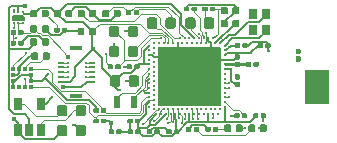
<source format=gbr>
G04 #@! TF.GenerationSoftware,KiCad,Pcbnew,(5.1.5-0-10_14)*
G04 #@! TF.CreationDate,2020-03-10T08:19:59-07:00*
G04 #@! TF.ProjectId,ARBO BT,4152424f-2042-4542-9e6b-696361645f70,rev?*
G04 #@! TF.SameCoordinates,Original*
G04 #@! TF.FileFunction,Copper,L1,Top*
G04 #@! TF.FilePolarity,Positive*
%FSLAX46Y46*%
G04 Gerber Fmt 4.6, Leading zero omitted, Abs format (unit mm)*
G04 Created by KiCad (PCBNEW (5.1.5-0-10_14)) date 2020-03-10 08:19:59*
%MOMM*%
%LPD*%
G04 APERTURE LIST*
%ADD10C,0.200000*%
%ADD11C,0.200000*%
%ADD12R,2.000000X3.000000*%
%ADD13C,0.100000*%
%ADD14R,0.800000X0.900000*%
%ADD15R,1.100000X0.380000*%
%ADD16R,0.630000X0.230000*%
%ADD17R,0.180000X0.200000*%
%ADD18R,0.350000X0.375000*%
%ADD19R,0.375000X0.350000*%
%ADD20R,0.600000X1.100000*%
%ADD21R,0.650000X1.060000*%
%ADD22C,0.279000*%
%ADD23C,0.450000*%
%ADD24C,0.127000*%
%ADD25C,0.076200*%
%ADD26C,0.250000*%
G04 APERTURE END LIST*
D10*
G36*
X141100000Y-75450000D02*
G01*
X135900000Y-75450000D01*
X135900000Y-80250000D01*
X141100000Y-80250000D01*
X141100000Y-75450000D01*
G37*
X141100000Y-75450000D02*
X135900000Y-75450000D01*
X135900000Y-80250000D01*
X141100000Y-80250000D01*
X141100000Y-75450000D01*
G36*
X124460000Y-73055000D02*
G01*
X123550000Y-73055000D01*
X123550000Y-72760000D01*
X124350000Y-72760000D01*
X124460000Y-72865000D01*
X124460000Y-73055000D01*
G37*
X124460000Y-73055000D02*
X123550000Y-73055000D01*
X123550000Y-72760000D01*
X124350000Y-72760000D01*
X124460000Y-72865000D01*
X124460000Y-73055000D01*
D11*
X135900000Y-75450000D03*
X140900000Y-81050000D03*
X140500000Y-81050000D03*
X140100000Y-81050000D03*
X139700000Y-81050000D03*
X139300000Y-81050000D03*
X138900000Y-81050000D03*
X138500000Y-81050000D03*
X138100000Y-81050000D03*
X137700000Y-81050000D03*
X137300000Y-81050000D03*
X136900000Y-81050000D03*
X136500000Y-81050000D03*
X136100000Y-81050000D03*
X135700000Y-81050000D03*
X135100000Y-80450000D03*
X135100000Y-80050000D03*
X135100000Y-79650000D03*
X135100000Y-79250000D03*
X135100000Y-78850000D03*
X135100000Y-78450000D03*
X135100000Y-78050000D03*
X135100000Y-77650000D03*
X135100000Y-77250000D03*
X135100000Y-76850000D03*
X135100000Y-76450000D03*
X135100000Y-76050000D03*
X135100000Y-75650000D03*
X135100000Y-75250000D03*
X135900000Y-75050000D03*
X136300000Y-75050000D03*
X136700000Y-75050000D03*
X137100000Y-75050000D03*
X137500000Y-75050000D03*
X135500000Y-75050000D03*
X135500000Y-75450000D03*
X135500000Y-75850000D03*
X135500000Y-76250000D03*
X135500000Y-76650000D03*
X135500000Y-77050000D03*
X135500000Y-77450000D03*
X135500000Y-77850000D03*
X135500000Y-78250000D03*
X135500000Y-78650000D03*
X135500000Y-79050000D03*
X135500000Y-79450000D03*
X135500000Y-79850000D03*
X135500000Y-80250000D03*
X135500000Y-80650000D03*
X135900000Y-80650000D03*
X136300000Y-80650000D03*
X136700000Y-80650000D03*
X137100000Y-80650000D03*
X137500000Y-80650000D03*
X137900000Y-80650000D03*
X138300000Y-80650000D03*
X138700000Y-80650000D03*
X139100000Y-80650000D03*
X139500000Y-80650000D03*
X139900000Y-80650000D03*
X140300000Y-80650000D03*
X140700000Y-80650000D03*
X141100000Y-80650000D03*
X141500000Y-80450000D03*
X141500000Y-80050000D03*
X141500000Y-79650000D03*
X141500000Y-79250000D03*
X141500000Y-78850000D03*
X141500000Y-78450000D03*
X141500000Y-78050000D03*
X141500000Y-77650000D03*
X141500000Y-77250000D03*
X141500000Y-76850000D03*
X141500000Y-76450000D03*
X141500000Y-76050000D03*
X141500000Y-75650000D03*
X141500000Y-75250000D03*
X141100000Y-75050000D03*
X140700000Y-75050000D03*
X140300000Y-75050000D03*
X139900000Y-75050000D03*
X139500000Y-75050000D03*
X139100000Y-75050000D03*
X138700000Y-75050000D03*
X138300000Y-75050000D03*
X137900000Y-75050000D03*
X136100000Y-74650000D03*
X140500000Y-74650000D03*
X140100000Y-74650000D03*
X139700000Y-74650000D03*
X139300000Y-74650000D03*
X138900000Y-74650000D03*
X138500000Y-74650000D03*
X137700000Y-74650000D03*
X138100000Y-74650000D03*
D12*
X149300000Y-78750000D03*
G04 #@! TA.AperFunction,SMDPad,CuDef*
D13*
G36*
X142659802Y-75980482D02*
G01*
X142669509Y-75981921D01*
X142679028Y-75984306D01*
X142688268Y-75987612D01*
X142697140Y-75991808D01*
X142705557Y-75996853D01*
X142713439Y-76002699D01*
X142720711Y-76009289D01*
X142727301Y-76016561D01*
X142733147Y-76024443D01*
X142738192Y-76032860D01*
X142742388Y-76041732D01*
X142745694Y-76050972D01*
X142748079Y-76060491D01*
X142749518Y-76070198D01*
X142750000Y-76080000D01*
X142750000Y-76340000D01*
X142749518Y-76349802D01*
X142748079Y-76359509D01*
X142745694Y-76369028D01*
X142742388Y-76378268D01*
X142738192Y-76387140D01*
X142733147Y-76395557D01*
X142727301Y-76403439D01*
X142720711Y-76410711D01*
X142713439Y-76417301D01*
X142705557Y-76423147D01*
X142697140Y-76428192D01*
X142688268Y-76432388D01*
X142679028Y-76435694D01*
X142669509Y-76438079D01*
X142659802Y-76439518D01*
X142650000Y-76440000D01*
X142450000Y-76440000D01*
X142440198Y-76439518D01*
X142430491Y-76438079D01*
X142420972Y-76435694D01*
X142411732Y-76432388D01*
X142402860Y-76428192D01*
X142394443Y-76423147D01*
X142386561Y-76417301D01*
X142379289Y-76410711D01*
X142372699Y-76403439D01*
X142366853Y-76395557D01*
X142361808Y-76387140D01*
X142357612Y-76378268D01*
X142354306Y-76369028D01*
X142351921Y-76359509D01*
X142350482Y-76349802D01*
X142350000Y-76340000D01*
X142350000Y-76080000D01*
X142350482Y-76070198D01*
X142351921Y-76060491D01*
X142354306Y-76050972D01*
X142357612Y-76041732D01*
X142361808Y-76032860D01*
X142366853Y-76024443D01*
X142372699Y-76016561D01*
X142379289Y-76009289D01*
X142386561Y-76002699D01*
X142394443Y-75996853D01*
X142402860Y-75991808D01*
X142411732Y-75987612D01*
X142420972Y-75984306D01*
X142430491Y-75981921D01*
X142440198Y-75980482D01*
X142450000Y-75980000D01*
X142650000Y-75980000D01*
X142659802Y-75980482D01*
G37*
G04 #@! TD.AperFunction*
G04 #@! TA.AperFunction,SMDPad,CuDef*
G36*
X142659802Y-76620482D02*
G01*
X142669509Y-76621921D01*
X142679028Y-76624306D01*
X142688268Y-76627612D01*
X142697140Y-76631808D01*
X142705557Y-76636853D01*
X142713439Y-76642699D01*
X142720711Y-76649289D01*
X142727301Y-76656561D01*
X142733147Y-76664443D01*
X142738192Y-76672860D01*
X142742388Y-76681732D01*
X142745694Y-76690972D01*
X142748079Y-76700491D01*
X142749518Y-76710198D01*
X142750000Y-76720000D01*
X142750000Y-76980000D01*
X142749518Y-76989802D01*
X142748079Y-76999509D01*
X142745694Y-77009028D01*
X142742388Y-77018268D01*
X142738192Y-77027140D01*
X142733147Y-77035557D01*
X142727301Y-77043439D01*
X142720711Y-77050711D01*
X142713439Y-77057301D01*
X142705557Y-77063147D01*
X142697140Y-77068192D01*
X142688268Y-77072388D01*
X142679028Y-77075694D01*
X142669509Y-77078079D01*
X142659802Y-77079518D01*
X142650000Y-77080000D01*
X142450000Y-77080000D01*
X142440198Y-77079518D01*
X142430491Y-77078079D01*
X142420972Y-77075694D01*
X142411732Y-77072388D01*
X142402860Y-77068192D01*
X142394443Y-77063147D01*
X142386561Y-77057301D01*
X142379289Y-77050711D01*
X142372699Y-77043439D01*
X142366853Y-77035557D01*
X142361808Y-77027140D01*
X142357612Y-77018268D01*
X142354306Y-77009028D01*
X142351921Y-76999509D01*
X142350482Y-76989802D01*
X142350000Y-76980000D01*
X142350000Y-76720000D01*
X142350482Y-76710198D01*
X142351921Y-76700491D01*
X142354306Y-76690972D01*
X142357612Y-76681732D01*
X142361808Y-76672860D01*
X142366853Y-76664443D01*
X142372699Y-76656561D01*
X142379289Y-76649289D01*
X142386561Y-76642699D01*
X142394443Y-76636853D01*
X142402860Y-76631808D01*
X142411732Y-76627612D01*
X142420972Y-76624306D01*
X142430491Y-76621921D01*
X142440198Y-76620482D01*
X142450000Y-76620000D01*
X142650000Y-76620000D01*
X142659802Y-76620482D01*
G37*
G04 #@! TD.AperFunction*
D14*
X143850000Y-73950000D03*
X143850000Y-72550000D03*
X144950000Y-72550000D03*
X144950000Y-73950000D03*
G04 #@! TA.AperFunction,SMDPad,CuDef*
D13*
G36*
X126446958Y-72230710D02*
G01*
X126461276Y-72232834D01*
X126475317Y-72236351D01*
X126488946Y-72241228D01*
X126502031Y-72247417D01*
X126514447Y-72254858D01*
X126526073Y-72263481D01*
X126536798Y-72273202D01*
X126546519Y-72283927D01*
X126555142Y-72295553D01*
X126562583Y-72307969D01*
X126568772Y-72321054D01*
X126573649Y-72334683D01*
X126577166Y-72348724D01*
X126579290Y-72363042D01*
X126580000Y-72377500D01*
X126580000Y-72722500D01*
X126579290Y-72736958D01*
X126577166Y-72751276D01*
X126573649Y-72765317D01*
X126568772Y-72778946D01*
X126562583Y-72792031D01*
X126555142Y-72804447D01*
X126546519Y-72816073D01*
X126536798Y-72826798D01*
X126526073Y-72836519D01*
X126514447Y-72845142D01*
X126502031Y-72852583D01*
X126488946Y-72858772D01*
X126475317Y-72863649D01*
X126461276Y-72867166D01*
X126446958Y-72869290D01*
X126432500Y-72870000D01*
X126137500Y-72870000D01*
X126123042Y-72869290D01*
X126108724Y-72867166D01*
X126094683Y-72863649D01*
X126081054Y-72858772D01*
X126067969Y-72852583D01*
X126055553Y-72845142D01*
X126043927Y-72836519D01*
X126033202Y-72826798D01*
X126023481Y-72816073D01*
X126014858Y-72804447D01*
X126007417Y-72792031D01*
X126001228Y-72778946D01*
X125996351Y-72765317D01*
X125992834Y-72751276D01*
X125990710Y-72736958D01*
X125990000Y-72722500D01*
X125990000Y-72377500D01*
X125990710Y-72363042D01*
X125992834Y-72348724D01*
X125996351Y-72334683D01*
X126001228Y-72321054D01*
X126007417Y-72307969D01*
X126014858Y-72295553D01*
X126023481Y-72283927D01*
X126033202Y-72273202D01*
X126043927Y-72263481D01*
X126055553Y-72254858D01*
X126067969Y-72247417D01*
X126081054Y-72241228D01*
X126094683Y-72236351D01*
X126108724Y-72232834D01*
X126123042Y-72230710D01*
X126137500Y-72230000D01*
X126432500Y-72230000D01*
X126446958Y-72230710D01*
G37*
G04 #@! TD.AperFunction*
G04 #@! TA.AperFunction,SMDPad,CuDef*
G36*
X125476958Y-72230710D02*
G01*
X125491276Y-72232834D01*
X125505317Y-72236351D01*
X125518946Y-72241228D01*
X125532031Y-72247417D01*
X125544447Y-72254858D01*
X125556073Y-72263481D01*
X125566798Y-72273202D01*
X125576519Y-72283927D01*
X125585142Y-72295553D01*
X125592583Y-72307969D01*
X125598772Y-72321054D01*
X125603649Y-72334683D01*
X125607166Y-72348724D01*
X125609290Y-72363042D01*
X125610000Y-72377500D01*
X125610000Y-72722500D01*
X125609290Y-72736958D01*
X125607166Y-72751276D01*
X125603649Y-72765317D01*
X125598772Y-72778946D01*
X125592583Y-72792031D01*
X125585142Y-72804447D01*
X125576519Y-72816073D01*
X125566798Y-72826798D01*
X125556073Y-72836519D01*
X125544447Y-72845142D01*
X125532031Y-72852583D01*
X125518946Y-72858772D01*
X125505317Y-72863649D01*
X125491276Y-72867166D01*
X125476958Y-72869290D01*
X125462500Y-72870000D01*
X125167500Y-72870000D01*
X125153042Y-72869290D01*
X125138724Y-72867166D01*
X125124683Y-72863649D01*
X125111054Y-72858772D01*
X125097969Y-72852583D01*
X125085553Y-72845142D01*
X125073927Y-72836519D01*
X125063202Y-72826798D01*
X125053481Y-72816073D01*
X125044858Y-72804447D01*
X125037417Y-72792031D01*
X125031228Y-72778946D01*
X125026351Y-72765317D01*
X125022834Y-72751276D01*
X125020710Y-72736958D01*
X125020000Y-72722500D01*
X125020000Y-72377500D01*
X125020710Y-72363042D01*
X125022834Y-72348724D01*
X125026351Y-72334683D01*
X125031228Y-72321054D01*
X125037417Y-72307969D01*
X125044858Y-72295553D01*
X125053481Y-72283927D01*
X125063202Y-72273202D01*
X125073927Y-72263481D01*
X125085553Y-72254858D01*
X125097969Y-72247417D01*
X125111054Y-72241228D01*
X125124683Y-72236351D01*
X125138724Y-72232834D01*
X125153042Y-72230710D01*
X125167500Y-72230000D01*
X125462500Y-72230000D01*
X125476958Y-72230710D01*
G37*
G04 #@! TD.AperFunction*
G04 #@! TA.AperFunction,SMDPad,CuDef*
G36*
X141891958Y-81930710D02*
G01*
X141906276Y-81932834D01*
X141920317Y-81936351D01*
X141933946Y-81941228D01*
X141947031Y-81947417D01*
X141959447Y-81954858D01*
X141971073Y-81963481D01*
X141981798Y-81973202D01*
X141991519Y-81983927D01*
X142000142Y-81995553D01*
X142007583Y-82007969D01*
X142013772Y-82021054D01*
X142018649Y-82034683D01*
X142022166Y-82048724D01*
X142024290Y-82063042D01*
X142025000Y-82077500D01*
X142025000Y-82422500D01*
X142024290Y-82436958D01*
X142022166Y-82451276D01*
X142018649Y-82465317D01*
X142013772Y-82478946D01*
X142007583Y-82492031D01*
X142000142Y-82504447D01*
X141991519Y-82516073D01*
X141981798Y-82526798D01*
X141971073Y-82536519D01*
X141959447Y-82545142D01*
X141947031Y-82552583D01*
X141933946Y-82558772D01*
X141920317Y-82563649D01*
X141906276Y-82567166D01*
X141891958Y-82569290D01*
X141877500Y-82570000D01*
X141582500Y-82570000D01*
X141568042Y-82569290D01*
X141553724Y-82567166D01*
X141539683Y-82563649D01*
X141526054Y-82558772D01*
X141512969Y-82552583D01*
X141500553Y-82545142D01*
X141488927Y-82536519D01*
X141478202Y-82526798D01*
X141468481Y-82516073D01*
X141459858Y-82504447D01*
X141452417Y-82492031D01*
X141446228Y-82478946D01*
X141441351Y-82465317D01*
X141437834Y-82451276D01*
X141435710Y-82436958D01*
X141435000Y-82422500D01*
X141435000Y-82077500D01*
X141435710Y-82063042D01*
X141437834Y-82048724D01*
X141441351Y-82034683D01*
X141446228Y-82021054D01*
X141452417Y-82007969D01*
X141459858Y-81995553D01*
X141468481Y-81983927D01*
X141478202Y-81973202D01*
X141488927Y-81963481D01*
X141500553Y-81954858D01*
X141512969Y-81947417D01*
X141526054Y-81941228D01*
X141539683Y-81936351D01*
X141553724Y-81932834D01*
X141568042Y-81930710D01*
X141582500Y-81930000D01*
X141877500Y-81930000D01*
X141891958Y-81930710D01*
G37*
G04 #@! TD.AperFunction*
G04 #@! TA.AperFunction,SMDPad,CuDef*
G36*
X142861958Y-81930710D02*
G01*
X142876276Y-81932834D01*
X142890317Y-81936351D01*
X142903946Y-81941228D01*
X142917031Y-81947417D01*
X142929447Y-81954858D01*
X142941073Y-81963481D01*
X142951798Y-81973202D01*
X142961519Y-81983927D01*
X142970142Y-81995553D01*
X142977583Y-82007969D01*
X142983772Y-82021054D01*
X142988649Y-82034683D01*
X142992166Y-82048724D01*
X142994290Y-82063042D01*
X142995000Y-82077500D01*
X142995000Y-82422500D01*
X142994290Y-82436958D01*
X142992166Y-82451276D01*
X142988649Y-82465317D01*
X142983772Y-82478946D01*
X142977583Y-82492031D01*
X142970142Y-82504447D01*
X142961519Y-82516073D01*
X142951798Y-82526798D01*
X142941073Y-82536519D01*
X142929447Y-82545142D01*
X142917031Y-82552583D01*
X142903946Y-82558772D01*
X142890317Y-82563649D01*
X142876276Y-82567166D01*
X142861958Y-82569290D01*
X142847500Y-82570000D01*
X142552500Y-82570000D01*
X142538042Y-82569290D01*
X142523724Y-82567166D01*
X142509683Y-82563649D01*
X142496054Y-82558772D01*
X142482969Y-82552583D01*
X142470553Y-82545142D01*
X142458927Y-82536519D01*
X142448202Y-82526798D01*
X142438481Y-82516073D01*
X142429858Y-82504447D01*
X142422417Y-82492031D01*
X142416228Y-82478946D01*
X142411351Y-82465317D01*
X142407834Y-82451276D01*
X142405710Y-82436958D01*
X142405000Y-82422500D01*
X142405000Y-82077500D01*
X142405710Y-82063042D01*
X142407834Y-82048724D01*
X142411351Y-82034683D01*
X142416228Y-82021054D01*
X142422417Y-82007969D01*
X142429858Y-81995553D01*
X142438481Y-81983927D01*
X142448202Y-81973202D01*
X142458927Y-81963481D01*
X142470553Y-81954858D01*
X142482969Y-81947417D01*
X142496054Y-81941228D01*
X142509683Y-81936351D01*
X142523724Y-81932834D01*
X142538042Y-81930710D01*
X142552500Y-81930000D01*
X142847500Y-81930000D01*
X142861958Y-81930710D01*
G37*
G04 #@! TD.AperFunction*
G04 #@! TA.AperFunction,SMDPad,CuDef*
G36*
X143941958Y-81930710D02*
G01*
X143956276Y-81932834D01*
X143970317Y-81936351D01*
X143983946Y-81941228D01*
X143997031Y-81947417D01*
X144009447Y-81954858D01*
X144021073Y-81963481D01*
X144031798Y-81973202D01*
X144041519Y-81983927D01*
X144050142Y-81995553D01*
X144057583Y-82007969D01*
X144063772Y-82021054D01*
X144068649Y-82034683D01*
X144072166Y-82048724D01*
X144074290Y-82063042D01*
X144075000Y-82077500D01*
X144075000Y-82422500D01*
X144074290Y-82436958D01*
X144072166Y-82451276D01*
X144068649Y-82465317D01*
X144063772Y-82478946D01*
X144057583Y-82492031D01*
X144050142Y-82504447D01*
X144041519Y-82516073D01*
X144031798Y-82526798D01*
X144021073Y-82536519D01*
X144009447Y-82545142D01*
X143997031Y-82552583D01*
X143983946Y-82558772D01*
X143970317Y-82563649D01*
X143956276Y-82567166D01*
X143941958Y-82569290D01*
X143927500Y-82570000D01*
X143632500Y-82570000D01*
X143618042Y-82569290D01*
X143603724Y-82567166D01*
X143589683Y-82563649D01*
X143576054Y-82558772D01*
X143562969Y-82552583D01*
X143550553Y-82545142D01*
X143538927Y-82536519D01*
X143528202Y-82526798D01*
X143518481Y-82516073D01*
X143509858Y-82504447D01*
X143502417Y-82492031D01*
X143496228Y-82478946D01*
X143491351Y-82465317D01*
X143487834Y-82451276D01*
X143485710Y-82436958D01*
X143485000Y-82422500D01*
X143485000Y-82077500D01*
X143485710Y-82063042D01*
X143487834Y-82048724D01*
X143491351Y-82034683D01*
X143496228Y-82021054D01*
X143502417Y-82007969D01*
X143509858Y-81995553D01*
X143518481Y-81983927D01*
X143528202Y-81973202D01*
X143538927Y-81963481D01*
X143550553Y-81954858D01*
X143562969Y-81947417D01*
X143576054Y-81941228D01*
X143589683Y-81936351D01*
X143603724Y-81932834D01*
X143618042Y-81930710D01*
X143632500Y-81930000D01*
X143927500Y-81930000D01*
X143941958Y-81930710D01*
G37*
G04 #@! TD.AperFunction*
G04 #@! TA.AperFunction,SMDPad,CuDef*
G36*
X144911958Y-81930710D02*
G01*
X144926276Y-81932834D01*
X144940317Y-81936351D01*
X144953946Y-81941228D01*
X144967031Y-81947417D01*
X144979447Y-81954858D01*
X144991073Y-81963481D01*
X145001798Y-81973202D01*
X145011519Y-81983927D01*
X145020142Y-81995553D01*
X145027583Y-82007969D01*
X145033772Y-82021054D01*
X145038649Y-82034683D01*
X145042166Y-82048724D01*
X145044290Y-82063042D01*
X145045000Y-82077500D01*
X145045000Y-82422500D01*
X145044290Y-82436958D01*
X145042166Y-82451276D01*
X145038649Y-82465317D01*
X145033772Y-82478946D01*
X145027583Y-82492031D01*
X145020142Y-82504447D01*
X145011519Y-82516073D01*
X145001798Y-82526798D01*
X144991073Y-82536519D01*
X144979447Y-82545142D01*
X144967031Y-82552583D01*
X144953946Y-82558772D01*
X144940317Y-82563649D01*
X144926276Y-82567166D01*
X144911958Y-82569290D01*
X144897500Y-82570000D01*
X144602500Y-82570000D01*
X144588042Y-82569290D01*
X144573724Y-82567166D01*
X144559683Y-82563649D01*
X144546054Y-82558772D01*
X144532969Y-82552583D01*
X144520553Y-82545142D01*
X144508927Y-82536519D01*
X144498202Y-82526798D01*
X144488481Y-82516073D01*
X144479858Y-82504447D01*
X144472417Y-82492031D01*
X144466228Y-82478946D01*
X144461351Y-82465317D01*
X144457834Y-82451276D01*
X144455710Y-82436958D01*
X144455000Y-82422500D01*
X144455000Y-82077500D01*
X144455710Y-82063042D01*
X144457834Y-82048724D01*
X144461351Y-82034683D01*
X144466228Y-82021054D01*
X144472417Y-82007969D01*
X144479858Y-81995553D01*
X144488481Y-81983927D01*
X144498202Y-81973202D01*
X144508927Y-81963481D01*
X144520553Y-81954858D01*
X144532969Y-81947417D01*
X144546054Y-81941228D01*
X144559683Y-81936351D01*
X144573724Y-81932834D01*
X144588042Y-81930710D01*
X144602500Y-81930000D01*
X144897500Y-81930000D01*
X144911958Y-81930710D01*
G37*
G04 #@! TD.AperFunction*
D15*
X128925000Y-79540000D03*
X128925000Y-75460000D03*
D16*
X127600000Y-78300000D03*
X127600000Y-77900000D03*
X127600000Y-77500000D03*
X127600000Y-77100000D03*
X127600000Y-76700000D03*
X130250000Y-76700000D03*
X130250000Y-77100000D03*
X130250000Y-77500000D03*
X130250000Y-77900000D03*
X130250000Y-78300000D03*
D17*
X124400000Y-73350000D03*
X124000000Y-73350000D03*
X123600000Y-73350000D03*
X123600000Y-72450000D03*
X124000000Y-72450000D03*
X124400000Y-72450000D03*
G04 #@! TA.AperFunction,SMDPad,CuDef*
D13*
G36*
X134027691Y-77776053D02*
G01*
X134048926Y-77779203D01*
X134069750Y-77784419D01*
X134089962Y-77791651D01*
X134109368Y-77800830D01*
X134127781Y-77811866D01*
X134145024Y-77824654D01*
X134160930Y-77839070D01*
X134175346Y-77854976D01*
X134188134Y-77872219D01*
X134199170Y-77890632D01*
X134208349Y-77910038D01*
X134215581Y-77930250D01*
X134220797Y-77951074D01*
X134223947Y-77972309D01*
X134225000Y-77993750D01*
X134225000Y-78506250D01*
X134223947Y-78527691D01*
X134220797Y-78548926D01*
X134215581Y-78569750D01*
X134208349Y-78589962D01*
X134199170Y-78609368D01*
X134188134Y-78627781D01*
X134175346Y-78645024D01*
X134160930Y-78660930D01*
X134145024Y-78675346D01*
X134127781Y-78688134D01*
X134109368Y-78699170D01*
X134089962Y-78708349D01*
X134069750Y-78715581D01*
X134048926Y-78720797D01*
X134027691Y-78723947D01*
X134006250Y-78725000D01*
X133568750Y-78725000D01*
X133547309Y-78723947D01*
X133526074Y-78720797D01*
X133505250Y-78715581D01*
X133485038Y-78708349D01*
X133465632Y-78699170D01*
X133447219Y-78688134D01*
X133429976Y-78675346D01*
X133414070Y-78660930D01*
X133399654Y-78645024D01*
X133386866Y-78627781D01*
X133375830Y-78609368D01*
X133366651Y-78589962D01*
X133359419Y-78569750D01*
X133354203Y-78548926D01*
X133351053Y-78527691D01*
X133350000Y-78506250D01*
X133350000Y-77993750D01*
X133351053Y-77972309D01*
X133354203Y-77951074D01*
X133359419Y-77930250D01*
X133366651Y-77910038D01*
X133375830Y-77890632D01*
X133386866Y-77872219D01*
X133399654Y-77854976D01*
X133414070Y-77839070D01*
X133429976Y-77824654D01*
X133447219Y-77811866D01*
X133465632Y-77800830D01*
X133485038Y-77791651D01*
X133505250Y-77784419D01*
X133526074Y-77779203D01*
X133547309Y-77776053D01*
X133568750Y-77775000D01*
X134006250Y-77775000D01*
X134027691Y-77776053D01*
G37*
G04 #@! TD.AperFunction*
G04 #@! TA.AperFunction,SMDPad,CuDef*
G36*
X132452691Y-77776053D02*
G01*
X132473926Y-77779203D01*
X132494750Y-77784419D01*
X132514962Y-77791651D01*
X132534368Y-77800830D01*
X132552781Y-77811866D01*
X132570024Y-77824654D01*
X132585930Y-77839070D01*
X132600346Y-77854976D01*
X132613134Y-77872219D01*
X132624170Y-77890632D01*
X132633349Y-77910038D01*
X132640581Y-77930250D01*
X132645797Y-77951074D01*
X132648947Y-77972309D01*
X132650000Y-77993750D01*
X132650000Y-78506250D01*
X132648947Y-78527691D01*
X132645797Y-78548926D01*
X132640581Y-78569750D01*
X132633349Y-78589962D01*
X132624170Y-78609368D01*
X132613134Y-78627781D01*
X132600346Y-78645024D01*
X132585930Y-78660930D01*
X132570024Y-78675346D01*
X132552781Y-78688134D01*
X132534368Y-78699170D01*
X132514962Y-78708349D01*
X132494750Y-78715581D01*
X132473926Y-78720797D01*
X132452691Y-78723947D01*
X132431250Y-78725000D01*
X131993750Y-78725000D01*
X131972309Y-78723947D01*
X131951074Y-78720797D01*
X131930250Y-78715581D01*
X131910038Y-78708349D01*
X131890632Y-78699170D01*
X131872219Y-78688134D01*
X131854976Y-78675346D01*
X131839070Y-78660930D01*
X131824654Y-78645024D01*
X131811866Y-78627781D01*
X131800830Y-78609368D01*
X131791651Y-78589962D01*
X131784419Y-78569750D01*
X131779203Y-78548926D01*
X131776053Y-78527691D01*
X131775000Y-78506250D01*
X131775000Y-77993750D01*
X131776053Y-77972309D01*
X131779203Y-77951074D01*
X131784419Y-77930250D01*
X131791651Y-77910038D01*
X131800830Y-77890632D01*
X131811866Y-77872219D01*
X131824654Y-77854976D01*
X131839070Y-77839070D01*
X131854976Y-77824654D01*
X131872219Y-77811866D01*
X131890632Y-77800830D01*
X131910038Y-77791651D01*
X131930250Y-77784419D01*
X131951074Y-77779203D01*
X131972309Y-77776053D01*
X131993750Y-77775000D01*
X132431250Y-77775000D01*
X132452691Y-77776053D01*
G37*
G04 #@! TD.AperFunction*
G04 #@! TA.AperFunction,SMDPad,CuDef*
G36*
X141611958Y-73080710D02*
G01*
X141626276Y-73082834D01*
X141640317Y-73086351D01*
X141653946Y-73091228D01*
X141667031Y-73097417D01*
X141679447Y-73104858D01*
X141691073Y-73113481D01*
X141701798Y-73123202D01*
X141711519Y-73133927D01*
X141720142Y-73145553D01*
X141727583Y-73157969D01*
X141733772Y-73171054D01*
X141738649Y-73184683D01*
X141742166Y-73198724D01*
X141744290Y-73213042D01*
X141745000Y-73227500D01*
X141745000Y-73572500D01*
X141744290Y-73586958D01*
X141742166Y-73601276D01*
X141738649Y-73615317D01*
X141733772Y-73628946D01*
X141727583Y-73642031D01*
X141720142Y-73654447D01*
X141711519Y-73666073D01*
X141701798Y-73676798D01*
X141691073Y-73686519D01*
X141679447Y-73695142D01*
X141667031Y-73702583D01*
X141653946Y-73708772D01*
X141640317Y-73713649D01*
X141626276Y-73717166D01*
X141611958Y-73719290D01*
X141597500Y-73720000D01*
X141302500Y-73720000D01*
X141288042Y-73719290D01*
X141273724Y-73717166D01*
X141259683Y-73713649D01*
X141246054Y-73708772D01*
X141232969Y-73702583D01*
X141220553Y-73695142D01*
X141208927Y-73686519D01*
X141198202Y-73676798D01*
X141188481Y-73666073D01*
X141179858Y-73654447D01*
X141172417Y-73642031D01*
X141166228Y-73628946D01*
X141161351Y-73615317D01*
X141157834Y-73601276D01*
X141155710Y-73586958D01*
X141155000Y-73572500D01*
X141155000Y-73227500D01*
X141155710Y-73213042D01*
X141157834Y-73198724D01*
X141161351Y-73184683D01*
X141166228Y-73171054D01*
X141172417Y-73157969D01*
X141179858Y-73145553D01*
X141188481Y-73133927D01*
X141198202Y-73123202D01*
X141208927Y-73113481D01*
X141220553Y-73104858D01*
X141232969Y-73097417D01*
X141246054Y-73091228D01*
X141259683Y-73086351D01*
X141273724Y-73082834D01*
X141288042Y-73080710D01*
X141302500Y-73080000D01*
X141597500Y-73080000D01*
X141611958Y-73080710D01*
G37*
G04 #@! TD.AperFunction*
G04 #@! TA.AperFunction,SMDPad,CuDef*
G36*
X142581958Y-73080710D02*
G01*
X142596276Y-73082834D01*
X142610317Y-73086351D01*
X142623946Y-73091228D01*
X142637031Y-73097417D01*
X142649447Y-73104858D01*
X142661073Y-73113481D01*
X142671798Y-73123202D01*
X142681519Y-73133927D01*
X142690142Y-73145553D01*
X142697583Y-73157969D01*
X142703772Y-73171054D01*
X142708649Y-73184683D01*
X142712166Y-73198724D01*
X142714290Y-73213042D01*
X142715000Y-73227500D01*
X142715000Y-73572500D01*
X142714290Y-73586958D01*
X142712166Y-73601276D01*
X142708649Y-73615317D01*
X142703772Y-73628946D01*
X142697583Y-73642031D01*
X142690142Y-73654447D01*
X142681519Y-73666073D01*
X142671798Y-73676798D01*
X142661073Y-73686519D01*
X142649447Y-73695142D01*
X142637031Y-73702583D01*
X142623946Y-73708772D01*
X142610317Y-73713649D01*
X142596276Y-73717166D01*
X142581958Y-73719290D01*
X142567500Y-73720000D01*
X142272500Y-73720000D01*
X142258042Y-73719290D01*
X142243724Y-73717166D01*
X142229683Y-73713649D01*
X142216054Y-73708772D01*
X142202969Y-73702583D01*
X142190553Y-73695142D01*
X142178927Y-73686519D01*
X142168202Y-73676798D01*
X142158481Y-73666073D01*
X142149858Y-73654447D01*
X142142417Y-73642031D01*
X142136228Y-73628946D01*
X142131351Y-73615317D01*
X142127834Y-73601276D01*
X142125710Y-73586958D01*
X142125000Y-73572500D01*
X142125000Y-73227500D01*
X142125710Y-73213042D01*
X142127834Y-73198724D01*
X142131351Y-73184683D01*
X142136228Y-73171054D01*
X142142417Y-73157969D01*
X142149858Y-73145553D01*
X142158481Y-73133927D01*
X142168202Y-73123202D01*
X142178927Y-73113481D01*
X142190553Y-73104858D01*
X142202969Y-73097417D01*
X142216054Y-73091228D01*
X142229683Y-73086351D01*
X142243724Y-73082834D01*
X142258042Y-73080710D01*
X142272500Y-73080000D01*
X142567500Y-73080000D01*
X142581958Y-73080710D01*
G37*
G04 #@! TD.AperFunction*
G04 #@! TA.AperFunction,SMDPad,CuDef*
G36*
X130739802Y-81450482D02*
G01*
X130749509Y-81451921D01*
X130759028Y-81454306D01*
X130768268Y-81457612D01*
X130777140Y-81461808D01*
X130785557Y-81466853D01*
X130793439Y-81472699D01*
X130800711Y-81479289D01*
X130807301Y-81486561D01*
X130813147Y-81494443D01*
X130818192Y-81502860D01*
X130822388Y-81511732D01*
X130825694Y-81520972D01*
X130828079Y-81530491D01*
X130829518Y-81540198D01*
X130830000Y-81550000D01*
X130830000Y-81750000D01*
X130829518Y-81759802D01*
X130828079Y-81769509D01*
X130825694Y-81779028D01*
X130822388Y-81788268D01*
X130818192Y-81797140D01*
X130813147Y-81805557D01*
X130807301Y-81813439D01*
X130800711Y-81820711D01*
X130793439Y-81827301D01*
X130785557Y-81833147D01*
X130777140Y-81838192D01*
X130768268Y-81842388D01*
X130759028Y-81845694D01*
X130749509Y-81848079D01*
X130739802Y-81849518D01*
X130730000Y-81850000D01*
X130470000Y-81850000D01*
X130460198Y-81849518D01*
X130450491Y-81848079D01*
X130440972Y-81845694D01*
X130431732Y-81842388D01*
X130422860Y-81838192D01*
X130414443Y-81833147D01*
X130406561Y-81827301D01*
X130399289Y-81820711D01*
X130392699Y-81813439D01*
X130386853Y-81805557D01*
X130381808Y-81797140D01*
X130377612Y-81788268D01*
X130374306Y-81779028D01*
X130371921Y-81769509D01*
X130370482Y-81759802D01*
X130370000Y-81750000D01*
X130370000Y-81550000D01*
X130370482Y-81540198D01*
X130371921Y-81530491D01*
X130374306Y-81520972D01*
X130377612Y-81511732D01*
X130381808Y-81502860D01*
X130386853Y-81494443D01*
X130392699Y-81486561D01*
X130399289Y-81479289D01*
X130406561Y-81472699D01*
X130414443Y-81466853D01*
X130422860Y-81461808D01*
X130431732Y-81457612D01*
X130440972Y-81454306D01*
X130450491Y-81451921D01*
X130460198Y-81450482D01*
X130470000Y-81450000D01*
X130730000Y-81450000D01*
X130739802Y-81450482D01*
G37*
G04 #@! TD.AperFunction*
G04 #@! TA.AperFunction,SMDPad,CuDef*
G36*
X131379802Y-81450482D02*
G01*
X131389509Y-81451921D01*
X131399028Y-81454306D01*
X131408268Y-81457612D01*
X131417140Y-81461808D01*
X131425557Y-81466853D01*
X131433439Y-81472699D01*
X131440711Y-81479289D01*
X131447301Y-81486561D01*
X131453147Y-81494443D01*
X131458192Y-81502860D01*
X131462388Y-81511732D01*
X131465694Y-81520972D01*
X131468079Y-81530491D01*
X131469518Y-81540198D01*
X131470000Y-81550000D01*
X131470000Y-81750000D01*
X131469518Y-81759802D01*
X131468079Y-81769509D01*
X131465694Y-81779028D01*
X131462388Y-81788268D01*
X131458192Y-81797140D01*
X131453147Y-81805557D01*
X131447301Y-81813439D01*
X131440711Y-81820711D01*
X131433439Y-81827301D01*
X131425557Y-81833147D01*
X131417140Y-81838192D01*
X131408268Y-81842388D01*
X131399028Y-81845694D01*
X131389509Y-81848079D01*
X131379802Y-81849518D01*
X131370000Y-81850000D01*
X131110000Y-81850000D01*
X131100198Y-81849518D01*
X131090491Y-81848079D01*
X131080972Y-81845694D01*
X131071732Y-81842388D01*
X131062860Y-81838192D01*
X131054443Y-81833147D01*
X131046561Y-81827301D01*
X131039289Y-81820711D01*
X131032699Y-81813439D01*
X131026853Y-81805557D01*
X131021808Y-81797140D01*
X131017612Y-81788268D01*
X131014306Y-81779028D01*
X131011921Y-81769509D01*
X131010482Y-81759802D01*
X131010000Y-81750000D01*
X131010000Y-81550000D01*
X131010482Y-81540198D01*
X131011921Y-81530491D01*
X131014306Y-81520972D01*
X131017612Y-81511732D01*
X131021808Y-81502860D01*
X131026853Y-81494443D01*
X131032699Y-81486561D01*
X131039289Y-81479289D01*
X131046561Y-81472699D01*
X131054443Y-81466853D01*
X131062860Y-81461808D01*
X131071732Y-81457612D01*
X131080972Y-81454306D01*
X131090491Y-81451921D01*
X131100198Y-81450482D01*
X131110000Y-81450000D01*
X131370000Y-81450000D01*
X131379802Y-81450482D01*
G37*
G04 #@! TD.AperFunction*
G04 #@! TA.AperFunction,SMDPad,CuDef*
G36*
X131379802Y-80550482D02*
G01*
X131389509Y-80551921D01*
X131399028Y-80554306D01*
X131408268Y-80557612D01*
X131417140Y-80561808D01*
X131425557Y-80566853D01*
X131433439Y-80572699D01*
X131440711Y-80579289D01*
X131447301Y-80586561D01*
X131453147Y-80594443D01*
X131458192Y-80602860D01*
X131462388Y-80611732D01*
X131465694Y-80620972D01*
X131468079Y-80630491D01*
X131469518Y-80640198D01*
X131470000Y-80650000D01*
X131470000Y-80850000D01*
X131469518Y-80859802D01*
X131468079Y-80869509D01*
X131465694Y-80879028D01*
X131462388Y-80888268D01*
X131458192Y-80897140D01*
X131453147Y-80905557D01*
X131447301Y-80913439D01*
X131440711Y-80920711D01*
X131433439Y-80927301D01*
X131425557Y-80933147D01*
X131417140Y-80938192D01*
X131408268Y-80942388D01*
X131399028Y-80945694D01*
X131389509Y-80948079D01*
X131379802Y-80949518D01*
X131370000Y-80950000D01*
X131110000Y-80950000D01*
X131100198Y-80949518D01*
X131090491Y-80948079D01*
X131080972Y-80945694D01*
X131071732Y-80942388D01*
X131062860Y-80938192D01*
X131054443Y-80933147D01*
X131046561Y-80927301D01*
X131039289Y-80920711D01*
X131032699Y-80913439D01*
X131026853Y-80905557D01*
X131021808Y-80897140D01*
X131017612Y-80888268D01*
X131014306Y-80879028D01*
X131011921Y-80869509D01*
X131010482Y-80859802D01*
X131010000Y-80850000D01*
X131010000Y-80650000D01*
X131010482Y-80640198D01*
X131011921Y-80630491D01*
X131014306Y-80620972D01*
X131017612Y-80611732D01*
X131021808Y-80602860D01*
X131026853Y-80594443D01*
X131032699Y-80586561D01*
X131039289Y-80579289D01*
X131046561Y-80572699D01*
X131054443Y-80566853D01*
X131062860Y-80561808D01*
X131071732Y-80557612D01*
X131080972Y-80554306D01*
X131090491Y-80551921D01*
X131100198Y-80550482D01*
X131110000Y-80550000D01*
X131370000Y-80550000D01*
X131379802Y-80550482D01*
G37*
G04 #@! TD.AperFunction*
G04 #@! TA.AperFunction,SMDPad,CuDef*
G36*
X130739802Y-80550482D02*
G01*
X130749509Y-80551921D01*
X130759028Y-80554306D01*
X130768268Y-80557612D01*
X130777140Y-80561808D01*
X130785557Y-80566853D01*
X130793439Y-80572699D01*
X130800711Y-80579289D01*
X130807301Y-80586561D01*
X130813147Y-80594443D01*
X130818192Y-80602860D01*
X130822388Y-80611732D01*
X130825694Y-80620972D01*
X130828079Y-80630491D01*
X130829518Y-80640198D01*
X130830000Y-80650000D01*
X130830000Y-80850000D01*
X130829518Y-80859802D01*
X130828079Y-80869509D01*
X130825694Y-80879028D01*
X130822388Y-80888268D01*
X130818192Y-80897140D01*
X130813147Y-80905557D01*
X130807301Y-80913439D01*
X130800711Y-80920711D01*
X130793439Y-80927301D01*
X130785557Y-80933147D01*
X130777140Y-80938192D01*
X130768268Y-80942388D01*
X130759028Y-80945694D01*
X130749509Y-80948079D01*
X130739802Y-80949518D01*
X130730000Y-80950000D01*
X130470000Y-80950000D01*
X130460198Y-80949518D01*
X130450491Y-80948079D01*
X130440972Y-80945694D01*
X130431732Y-80942388D01*
X130422860Y-80938192D01*
X130414443Y-80933147D01*
X130406561Y-80927301D01*
X130399289Y-80920711D01*
X130392699Y-80913439D01*
X130386853Y-80905557D01*
X130381808Y-80897140D01*
X130377612Y-80888268D01*
X130374306Y-80879028D01*
X130371921Y-80869509D01*
X130370482Y-80859802D01*
X130370000Y-80850000D01*
X130370000Y-80650000D01*
X130370482Y-80640198D01*
X130371921Y-80630491D01*
X130374306Y-80620972D01*
X130377612Y-80611732D01*
X130381808Y-80602860D01*
X130386853Y-80594443D01*
X130392699Y-80586561D01*
X130399289Y-80579289D01*
X130406561Y-80572699D01*
X130414443Y-80566853D01*
X130422860Y-80561808D01*
X130431732Y-80557612D01*
X130440972Y-80554306D01*
X130450491Y-80551921D01*
X130460198Y-80550482D01*
X130470000Y-80550000D01*
X130730000Y-80550000D01*
X130739802Y-80550482D01*
G37*
G04 #@! TD.AperFunction*
G04 #@! TA.AperFunction,SMDPad,CuDef*
G36*
X125561958Y-75830710D02*
G01*
X125576276Y-75832834D01*
X125590317Y-75836351D01*
X125603946Y-75841228D01*
X125617031Y-75847417D01*
X125629447Y-75854858D01*
X125641073Y-75863481D01*
X125651798Y-75873202D01*
X125661519Y-75883927D01*
X125670142Y-75895553D01*
X125677583Y-75907969D01*
X125683772Y-75921054D01*
X125688649Y-75934683D01*
X125692166Y-75948724D01*
X125694290Y-75963042D01*
X125695000Y-75977500D01*
X125695000Y-76322500D01*
X125694290Y-76336958D01*
X125692166Y-76351276D01*
X125688649Y-76365317D01*
X125683772Y-76378946D01*
X125677583Y-76392031D01*
X125670142Y-76404447D01*
X125661519Y-76416073D01*
X125651798Y-76426798D01*
X125641073Y-76436519D01*
X125629447Y-76445142D01*
X125617031Y-76452583D01*
X125603946Y-76458772D01*
X125590317Y-76463649D01*
X125576276Y-76467166D01*
X125561958Y-76469290D01*
X125547500Y-76470000D01*
X125252500Y-76470000D01*
X125238042Y-76469290D01*
X125223724Y-76467166D01*
X125209683Y-76463649D01*
X125196054Y-76458772D01*
X125182969Y-76452583D01*
X125170553Y-76445142D01*
X125158927Y-76436519D01*
X125148202Y-76426798D01*
X125138481Y-76416073D01*
X125129858Y-76404447D01*
X125122417Y-76392031D01*
X125116228Y-76378946D01*
X125111351Y-76365317D01*
X125107834Y-76351276D01*
X125105710Y-76336958D01*
X125105000Y-76322500D01*
X125105000Y-75977500D01*
X125105710Y-75963042D01*
X125107834Y-75948724D01*
X125111351Y-75934683D01*
X125116228Y-75921054D01*
X125122417Y-75907969D01*
X125129858Y-75895553D01*
X125138481Y-75883927D01*
X125148202Y-75873202D01*
X125158927Y-75863481D01*
X125170553Y-75854858D01*
X125182969Y-75847417D01*
X125196054Y-75841228D01*
X125209683Y-75836351D01*
X125223724Y-75832834D01*
X125238042Y-75830710D01*
X125252500Y-75830000D01*
X125547500Y-75830000D01*
X125561958Y-75830710D01*
G37*
G04 #@! TD.AperFunction*
G04 #@! TA.AperFunction,SMDPad,CuDef*
G36*
X126531958Y-75830710D02*
G01*
X126546276Y-75832834D01*
X126560317Y-75836351D01*
X126573946Y-75841228D01*
X126587031Y-75847417D01*
X126599447Y-75854858D01*
X126611073Y-75863481D01*
X126621798Y-75873202D01*
X126631519Y-75883927D01*
X126640142Y-75895553D01*
X126647583Y-75907969D01*
X126653772Y-75921054D01*
X126658649Y-75934683D01*
X126662166Y-75948724D01*
X126664290Y-75963042D01*
X126665000Y-75977500D01*
X126665000Y-76322500D01*
X126664290Y-76336958D01*
X126662166Y-76351276D01*
X126658649Y-76365317D01*
X126653772Y-76378946D01*
X126647583Y-76392031D01*
X126640142Y-76404447D01*
X126631519Y-76416073D01*
X126621798Y-76426798D01*
X126611073Y-76436519D01*
X126599447Y-76445142D01*
X126587031Y-76452583D01*
X126573946Y-76458772D01*
X126560317Y-76463649D01*
X126546276Y-76467166D01*
X126531958Y-76469290D01*
X126517500Y-76470000D01*
X126222500Y-76470000D01*
X126208042Y-76469290D01*
X126193724Y-76467166D01*
X126179683Y-76463649D01*
X126166054Y-76458772D01*
X126152969Y-76452583D01*
X126140553Y-76445142D01*
X126128927Y-76436519D01*
X126118202Y-76426798D01*
X126108481Y-76416073D01*
X126099858Y-76404447D01*
X126092417Y-76392031D01*
X126086228Y-76378946D01*
X126081351Y-76365317D01*
X126077834Y-76351276D01*
X126075710Y-76336958D01*
X126075000Y-76322500D01*
X126075000Y-75977500D01*
X126075710Y-75963042D01*
X126077834Y-75948724D01*
X126081351Y-75934683D01*
X126086228Y-75921054D01*
X126092417Y-75907969D01*
X126099858Y-75895553D01*
X126108481Y-75883927D01*
X126118202Y-75873202D01*
X126128927Y-75863481D01*
X126140553Y-75854858D01*
X126152969Y-75847417D01*
X126166054Y-75841228D01*
X126179683Y-75836351D01*
X126193724Y-75832834D01*
X126208042Y-75830710D01*
X126222500Y-75830000D01*
X126517500Y-75830000D01*
X126531958Y-75830710D01*
G37*
G04 #@! TD.AperFunction*
D18*
X124600000Y-78750000D03*
X124100000Y-78750000D03*
X124100000Y-77225000D03*
X124600000Y-77225000D03*
D19*
X123587500Y-78737500D03*
X125112500Y-78737500D03*
X123587500Y-77237500D03*
X125112500Y-77237500D03*
X123587500Y-77737500D03*
X123587500Y-78237500D03*
X125112500Y-77737500D03*
X125112500Y-78237500D03*
G04 #@! TA.AperFunction,SMDPad,CuDef*
D13*
G36*
X133639802Y-82350482D02*
G01*
X133649509Y-82351921D01*
X133659028Y-82354306D01*
X133668268Y-82357612D01*
X133677140Y-82361808D01*
X133685557Y-82366853D01*
X133693439Y-82372699D01*
X133700711Y-82379289D01*
X133707301Y-82386561D01*
X133713147Y-82394443D01*
X133718192Y-82402860D01*
X133722388Y-82411732D01*
X133725694Y-82420972D01*
X133728079Y-82430491D01*
X133729518Y-82440198D01*
X133730000Y-82450000D01*
X133730000Y-82650000D01*
X133729518Y-82659802D01*
X133728079Y-82669509D01*
X133725694Y-82679028D01*
X133722388Y-82688268D01*
X133718192Y-82697140D01*
X133713147Y-82705557D01*
X133707301Y-82713439D01*
X133700711Y-82720711D01*
X133693439Y-82727301D01*
X133685557Y-82733147D01*
X133677140Y-82738192D01*
X133668268Y-82742388D01*
X133659028Y-82745694D01*
X133649509Y-82748079D01*
X133639802Y-82749518D01*
X133630000Y-82750000D01*
X133370000Y-82750000D01*
X133360198Y-82749518D01*
X133350491Y-82748079D01*
X133340972Y-82745694D01*
X133331732Y-82742388D01*
X133322860Y-82738192D01*
X133314443Y-82733147D01*
X133306561Y-82727301D01*
X133299289Y-82720711D01*
X133292699Y-82713439D01*
X133286853Y-82705557D01*
X133281808Y-82697140D01*
X133277612Y-82688268D01*
X133274306Y-82679028D01*
X133271921Y-82669509D01*
X133270482Y-82659802D01*
X133270000Y-82650000D01*
X133270000Y-82450000D01*
X133270482Y-82440198D01*
X133271921Y-82430491D01*
X133274306Y-82420972D01*
X133277612Y-82411732D01*
X133281808Y-82402860D01*
X133286853Y-82394443D01*
X133292699Y-82386561D01*
X133299289Y-82379289D01*
X133306561Y-82372699D01*
X133314443Y-82366853D01*
X133322860Y-82361808D01*
X133331732Y-82357612D01*
X133340972Y-82354306D01*
X133350491Y-82351921D01*
X133360198Y-82350482D01*
X133370000Y-82350000D01*
X133630000Y-82350000D01*
X133639802Y-82350482D01*
G37*
G04 #@! TD.AperFunction*
G04 #@! TA.AperFunction,SMDPad,CuDef*
G36*
X134279802Y-82350482D02*
G01*
X134289509Y-82351921D01*
X134299028Y-82354306D01*
X134308268Y-82357612D01*
X134317140Y-82361808D01*
X134325557Y-82366853D01*
X134333439Y-82372699D01*
X134340711Y-82379289D01*
X134347301Y-82386561D01*
X134353147Y-82394443D01*
X134358192Y-82402860D01*
X134362388Y-82411732D01*
X134365694Y-82420972D01*
X134368079Y-82430491D01*
X134369518Y-82440198D01*
X134370000Y-82450000D01*
X134370000Y-82650000D01*
X134369518Y-82659802D01*
X134368079Y-82669509D01*
X134365694Y-82679028D01*
X134362388Y-82688268D01*
X134358192Y-82697140D01*
X134353147Y-82705557D01*
X134347301Y-82713439D01*
X134340711Y-82720711D01*
X134333439Y-82727301D01*
X134325557Y-82733147D01*
X134317140Y-82738192D01*
X134308268Y-82742388D01*
X134299028Y-82745694D01*
X134289509Y-82748079D01*
X134279802Y-82749518D01*
X134270000Y-82750000D01*
X134010000Y-82750000D01*
X134000198Y-82749518D01*
X133990491Y-82748079D01*
X133980972Y-82745694D01*
X133971732Y-82742388D01*
X133962860Y-82738192D01*
X133954443Y-82733147D01*
X133946561Y-82727301D01*
X133939289Y-82720711D01*
X133932699Y-82713439D01*
X133926853Y-82705557D01*
X133921808Y-82697140D01*
X133917612Y-82688268D01*
X133914306Y-82679028D01*
X133911921Y-82669509D01*
X133910482Y-82659802D01*
X133910000Y-82650000D01*
X133910000Y-82450000D01*
X133910482Y-82440198D01*
X133911921Y-82430491D01*
X133914306Y-82420972D01*
X133917612Y-82411732D01*
X133921808Y-82402860D01*
X133926853Y-82394443D01*
X133932699Y-82386561D01*
X133939289Y-82379289D01*
X133946561Y-82372699D01*
X133954443Y-82366853D01*
X133962860Y-82361808D01*
X133971732Y-82357612D01*
X133980972Y-82354306D01*
X133990491Y-82351921D01*
X134000198Y-82350482D01*
X134010000Y-82350000D01*
X134270000Y-82350000D01*
X134279802Y-82350482D01*
G37*
G04 #@! TD.AperFunction*
G04 #@! TA.AperFunction,SMDPad,CuDef*
G36*
X130461958Y-72230710D02*
G01*
X130476276Y-72232834D01*
X130490317Y-72236351D01*
X130503946Y-72241228D01*
X130517031Y-72247417D01*
X130529447Y-72254858D01*
X130541073Y-72263481D01*
X130551798Y-72273202D01*
X130561519Y-72283927D01*
X130570142Y-72295553D01*
X130577583Y-72307969D01*
X130583772Y-72321054D01*
X130588649Y-72334683D01*
X130592166Y-72348724D01*
X130594290Y-72363042D01*
X130595000Y-72377500D01*
X130595000Y-72722500D01*
X130594290Y-72736958D01*
X130592166Y-72751276D01*
X130588649Y-72765317D01*
X130583772Y-72778946D01*
X130577583Y-72792031D01*
X130570142Y-72804447D01*
X130561519Y-72816073D01*
X130551798Y-72826798D01*
X130541073Y-72836519D01*
X130529447Y-72845142D01*
X130517031Y-72852583D01*
X130503946Y-72858772D01*
X130490317Y-72863649D01*
X130476276Y-72867166D01*
X130461958Y-72869290D01*
X130447500Y-72870000D01*
X130152500Y-72870000D01*
X130138042Y-72869290D01*
X130123724Y-72867166D01*
X130109683Y-72863649D01*
X130096054Y-72858772D01*
X130082969Y-72852583D01*
X130070553Y-72845142D01*
X130058927Y-72836519D01*
X130048202Y-72826798D01*
X130038481Y-72816073D01*
X130029858Y-72804447D01*
X130022417Y-72792031D01*
X130016228Y-72778946D01*
X130011351Y-72765317D01*
X130007834Y-72751276D01*
X130005710Y-72736958D01*
X130005000Y-72722500D01*
X130005000Y-72377500D01*
X130005710Y-72363042D01*
X130007834Y-72348724D01*
X130011351Y-72334683D01*
X130016228Y-72321054D01*
X130022417Y-72307969D01*
X130029858Y-72295553D01*
X130038481Y-72283927D01*
X130048202Y-72273202D01*
X130058927Y-72263481D01*
X130070553Y-72254858D01*
X130082969Y-72247417D01*
X130096054Y-72241228D01*
X130109683Y-72236351D01*
X130123724Y-72232834D01*
X130138042Y-72230710D01*
X130152500Y-72230000D01*
X130447500Y-72230000D01*
X130461958Y-72230710D01*
G37*
G04 #@! TD.AperFunction*
G04 #@! TA.AperFunction,SMDPad,CuDef*
G36*
X129491958Y-72230710D02*
G01*
X129506276Y-72232834D01*
X129520317Y-72236351D01*
X129533946Y-72241228D01*
X129547031Y-72247417D01*
X129559447Y-72254858D01*
X129571073Y-72263481D01*
X129581798Y-72273202D01*
X129591519Y-72283927D01*
X129600142Y-72295553D01*
X129607583Y-72307969D01*
X129613772Y-72321054D01*
X129618649Y-72334683D01*
X129622166Y-72348724D01*
X129624290Y-72363042D01*
X129625000Y-72377500D01*
X129625000Y-72722500D01*
X129624290Y-72736958D01*
X129622166Y-72751276D01*
X129618649Y-72765317D01*
X129613772Y-72778946D01*
X129607583Y-72792031D01*
X129600142Y-72804447D01*
X129591519Y-72816073D01*
X129581798Y-72826798D01*
X129571073Y-72836519D01*
X129559447Y-72845142D01*
X129547031Y-72852583D01*
X129533946Y-72858772D01*
X129520317Y-72863649D01*
X129506276Y-72867166D01*
X129491958Y-72869290D01*
X129477500Y-72870000D01*
X129182500Y-72870000D01*
X129168042Y-72869290D01*
X129153724Y-72867166D01*
X129139683Y-72863649D01*
X129126054Y-72858772D01*
X129112969Y-72852583D01*
X129100553Y-72845142D01*
X129088927Y-72836519D01*
X129078202Y-72826798D01*
X129068481Y-72816073D01*
X129059858Y-72804447D01*
X129052417Y-72792031D01*
X129046228Y-72778946D01*
X129041351Y-72765317D01*
X129037834Y-72751276D01*
X129035710Y-72736958D01*
X129035000Y-72722500D01*
X129035000Y-72377500D01*
X129035710Y-72363042D01*
X129037834Y-72348724D01*
X129041351Y-72334683D01*
X129046228Y-72321054D01*
X129052417Y-72307969D01*
X129059858Y-72295553D01*
X129068481Y-72283927D01*
X129078202Y-72273202D01*
X129088927Y-72263481D01*
X129100553Y-72254858D01*
X129112969Y-72247417D01*
X129126054Y-72241228D01*
X129139683Y-72236351D01*
X129153724Y-72232834D01*
X129168042Y-72230710D01*
X129182500Y-72230000D01*
X129477500Y-72230000D01*
X129491958Y-72230710D01*
G37*
G04 #@! TD.AperFunction*
D20*
X132400000Y-80050000D03*
X133800000Y-80050000D03*
D21*
X124000000Y-80200000D03*
X125900000Y-80200000D03*
X125900000Y-82400000D03*
X124950000Y-82400000D03*
X124000000Y-82400000D03*
G04 #@! TA.AperFunction,SMDPad,CuDef*
D13*
G36*
X140219802Y-82150482D02*
G01*
X140229509Y-82151921D01*
X140239028Y-82154306D01*
X140248268Y-82157612D01*
X140257140Y-82161808D01*
X140265557Y-82166853D01*
X140273439Y-82172699D01*
X140280711Y-82179289D01*
X140287301Y-82186561D01*
X140293147Y-82194443D01*
X140298192Y-82202860D01*
X140302388Y-82211732D01*
X140305694Y-82220972D01*
X140308079Y-82230491D01*
X140309518Y-82240198D01*
X140310000Y-82250000D01*
X140310000Y-82450000D01*
X140309518Y-82459802D01*
X140308079Y-82469509D01*
X140305694Y-82479028D01*
X140302388Y-82488268D01*
X140298192Y-82497140D01*
X140293147Y-82505557D01*
X140287301Y-82513439D01*
X140280711Y-82520711D01*
X140273439Y-82527301D01*
X140265557Y-82533147D01*
X140257140Y-82538192D01*
X140248268Y-82542388D01*
X140239028Y-82545694D01*
X140229509Y-82548079D01*
X140219802Y-82549518D01*
X140210000Y-82550000D01*
X139950000Y-82550000D01*
X139940198Y-82549518D01*
X139930491Y-82548079D01*
X139920972Y-82545694D01*
X139911732Y-82542388D01*
X139902860Y-82538192D01*
X139894443Y-82533147D01*
X139886561Y-82527301D01*
X139879289Y-82520711D01*
X139872699Y-82513439D01*
X139866853Y-82505557D01*
X139861808Y-82497140D01*
X139857612Y-82488268D01*
X139854306Y-82479028D01*
X139851921Y-82469509D01*
X139850482Y-82459802D01*
X139850000Y-82450000D01*
X139850000Y-82250000D01*
X139850482Y-82240198D01*
X139851921Y-82230491D01*
X139854306Y-82220972D01*
X139857612Y-82211732D01*
X139861808Y-82202860D01*
X139866853Y-82194443D01*
X139872699Y-82186561D01*
X139879289Y-82179289D01*
X139886561Y-82172699D01*
X139894443Y-82166853D01*
X139902860Y-82161808D01*
X139911732Y-82157612D01*
X139920972Y-82154306D01*
X139930491Y-82151921D01*
X139940198Y-82150482D01*
X139950000Y-82150000D01*
X140210000Y-82150000D01*
X140219802Y-82150482D01*
G37*
G04 #@! TD.AperFunction*
G04 #@! TA.AperFunction,SMDPad,CuDef*
G36*
X140859802Y-82150482D02*
G01*
X140869509Y-82151921D01*
X140879028Y-82154306D01*
X140888268Y-82157612D01*
X140897140Y-82161808D01*
X140905557Y-82166853D01*
X140913439Y-82172699D01*
X140920711Y-82179289D01*
X140927301Y-82186561D01*
X140933147Y-82194443D01*
X140938192Y-82202860D01*
X140942388Y-82211732D01*
X140945694Y-82220972D01*
X140948079Y-82230491D01*
X140949518Y-82240198D01*
X140950000Y-82250000D01*
X140950000Y-82450000D01*
X140949518Y-82459802D01*
X140948079Y-82469509D01*
X140945694Y-82479028D01*
X140942388Y-82488268D01*
X140938192Y-82497140D01*
X140933147Y-82505557D01*
X140927301Y-82513439D01*
X140920711Y-82520711D01*
X140913439Y-82527301D01*
X140905557Y-82533147D01*
X140897140Y-82538192D01*
X140888268Y-82542388D01*
X140879028Y-82545694D01*
X140869509Y-82548079D01*
X140859802Y-82549518D01*
X140850000Y-82550000D01*
X140590000Y-82550000D01*
X140580198Y-82549518D01*
X140570491Y-82548079D01*
X140560972Y-82545694D01*
X140551732Y-82542388D01*
X140542860Y-82538192D01*
X140534443Y-82533147D01*
X140526561Y-82527301D01*
X140519289Y-82520711D01*
X140512699Y-82513439D01*
X140506853Y-82505557D01*
X140501808Y-82497140D01*
X140497612Y-82488268D01*
X140494306Y-82479028D01*
X140491921Y-82469509D01*
X140490482Y-82459802D01*
X140490000Y-82450000D01*
X140490000Y-82250000D01*
X140490482Y-82240198D01*
X140491921Y-82230491D01*
X140494306Y-82220972D01*
X140497612Y-82211732D01*
X140501808Y-82202860D01*
X140506853Y-82194443D01*
X140512699Y-82186561D01*
X140519289Y-82179289D01*
X140526561Y-82172699D01*
X140534443Y-82166853D01*
X140542860Y-82161808D01*
X140551732Y-82157612D01*
X140560972Y-82154306D01*
X140570491Y-82151921D01*
X140580198Y-82150482D01*
X140590000Y-82150000D01*
X140850000Y-82150000D01*
X140859802Y-82150482D01*
G37*
G04 #@! TD.AperFunction*
G04 #@! TA.AperFunction,SMDPad,CuDef*
G36*
X138569802Y-82150482D02*
G01*
X138579509Y-82151921D01*
X138589028Y-82154306D01*
X138598268Y-82157612D01*
X138607140Y-82161808D01*
X138615557Y-82166853D01*
X138623439Y-82172699D01*
X138630711Y-82179289D01*
X138637301Y-82186561D01*
X138643147Y-82194443D01*
X138648192Y-82202860D01*
X138652388Y-82211732D01*
X138655694Y-82220972D01*
X138658079Y-82230491D01*
X138659518Y-82240198D01*
X138660000Y-82250000D01*
X138660000Y-82450000D01*
X138659518Y-82459802D01*
X138658079Y-82469509D01*
X138655694Y-82479028D01*
X138652388Y-82488268D01*
X138648192Y-82497140D01*
X138643147Y-82505557D01*
X138637301Y-82513439D01*
X138630711Y-82520711D01*
X138623439Y-82527301D01*
X138615557Y-82533147D01*
X138607140Y-82538192D01*
X138598268Y-82542388D01*
X138589028Y-82545694D01*
X138579509Y-82548079D01*
X138569802Y-82549518D01*
X138560000Y-82550000D01*
X138300000Y-82550000D01*
X138290198Y-82549518D01*
X138280491Y-82548079D01*
X138270972Y-82545694D01*
X138261732Y-82542388D01*
X138252860Y-82538192D01*
X138244443Y-82533147D01*
X138236561Y-82527301D01*
X138229289Y-82520711D01*
X138222699Y-82513439D01*
X138216853Y-82505557D01*
X138211808Y-82497140D01*
X138207612Y-82488268D01*
X138204306Y-82479028D01*
X138201921Y-82469509D01*
X138200482Y-82459802D01*
X138200000Y-82450000D01*
X138200000Y-82250000D01*
X138200482Y-82240198D01*
X138201921Y-82230491D01*
X138204306Y-82220972D01*
X138207612Y-82211732D01*
X138211808Y-82202860D01*
X138216853Y-82194443D01*
X138222699Y-82186561D01*
X138229289Y-82179289D01*
X138236561Y-82172699D01*
X138244443Y-82166853D01*
X138252860Y-82161808D01*
X138261732Y-82157612D01*
X138270972Y-82154306D01*
X138280491Y-82151921D01*
X138290198Y-82150482D01*
X138300000Y-82150000D01*
X138560000Y-82150000D01*
X138569802Y-82150482D01*
G37*
G04 #@! TD.AperFunction*
G04 #@! TA.AperFunction,SMDPad,CuDef*
G36*
X139209802Y-82150482D02*
G01*
X139219509Y-82151921D01*
X139229028Y-82154306D01*
X139238268Y-82157612D01*
X139247140Y-82161808D01*
X139255557Y-82166853D01*
X139263439Y-82172699D01*
X139270711Y-82179289D01*
X139277301Y-82186561D01*
X139283147Y-82194443D01*
X139288192Y-82202860D01*
X139292388Y-82211732D01*
X139295694Y-82220972D01*
X139298079Y-82230491D01*
X139299518Y-82240198D01*
X139300000Y-82250000D01*
X139300000Y-82450000D01*
X139299518Y-82459802D01*
X139298079Y-82469509D01*
X139295694Y-82479028D01*
X139292388Y-82488268D01*
X139288192Y-82497140D01*
X139283147Y-82505557D01*
X139277301Y-82513439D01*
X139270711Y-82520711D01*
X139263439Y-82527301D01*
X139255557Y-82533147D01*
X139247140Y-82538192D01*
X139238268Y-82542388D01*
X139229028Y-82545694D01*
X139219509Y-82548079D01*
X139209802Y-82549518D01*
X139200000Y-82550000D01*
X138940000Y-82550000D01*
X138930198Y-82549518D01*
X138920491Y-82548079D01*
X138910972Y-82545694D01*
X138901732Y-82542388D01*
X138892860Y-82538192D01*
X138884443Y-82533147D01*
X138876561Y-82527301D01*
X138869289Y-82520711D01*
X138862699Y-82513439D01*
X138856853Y-82505557D01*
X138851808Y-82497140D01*
X138847612Y-82488268D01*
X138844306Y-82479028D01*
X138841921Y-82469509D01*
X138840482Y-82459802D01*
X138840000Y-82450000D01*
X138840000Y-82250000D01*
X138840482Y-82240198D01*
X138841921Y-82230491D01*
X138844306Y-82220972D01*
X138847612Y-82211732D01*
X138851808Y-82202860D01*
X138856853Y-82194443D01*
X138862699Y-82186561D01*
X138869289Y-82179289D01*
X138876561Y-82172699D01*
X138884443Y-82166853D01*
X138892860Y-82161808D01*
X138901732Y-82157612D01*
X138910972Y-82154306D01*
X138920491Y-82151921D01*
X138930198Y-82150482D01*
X138940000Y-82150000D01*
X139200000Y-82150000D01*
X139209802Y-82150482D01*
G37*
G04 #@! TD.AperFunction*
G04 #@! TA.AperFunction,SMDPad,CuDef*
G36*
X128059802Y-73750482D02*
G01*
X128069509Y-73751921D01*
X128079028Y-73754306D01*
X128088268Y-73757612D01*
X128097140Y-73761808D01*
X128105557Y-73766853D01*
X128113439Y-73772699D01*
X128120711Y-73779289D01*
X128127301Y-73786561D01*
X128133147Y-73794443D01*
X128138192Y-73802860D01*
X128142388Y-73811732D01*
X128145694Y-73820972D01*
X128148079Y-73830491D01*
X128149518Y-73840198D01*
X128150000Y-73850000D01*
X128150000Y-74050000D01*
X128149518Y-74059802D01*
X128148079Y-74069509D01*
X128145694Y-74079028D01*
X128142388Y-74088268D01*
X128138192Y-74097140D01*
X128133147Y-74105557D01*
X128127301Y-74113439D01*
X128120711Y-74120711D01*
X128113439Y-74127301D01*
X128105557Y-74133147D01*
X128097140Y-74138192D01*
X128088268Y-74142388D01*
X128079028Y-74145694D01*
X128069509Y-74148079D01*
X128059802Y-74149518D01*
X128050000Y-74150000D01*
X127790000Y-74150000D01*
X127780198Y-74149518D01*
X127770491Y-74148079D01*
X127760972Y-74145694D01*
X127751732Y-74142388D01*
X127742860Y-74138192D01*
X127734443Y-74133147D01*
X127726561Y-74127301D01*
X127719289Y-74120711D01*
X127712699Y-74113439D01*
X127706853Y-74105557D01*
X127701808Y-74097140D01*
X127697612Y-74088268D01*
X127694306Y-74079028D01*
X127691921Y-74069509D01*
X127690482Y-74059802D01*
X127690000Y-74050000D01*
X127690000Y-73850000D01*
X127690482Y-73840198D01*
X127691921Y-73830491D01*
X127694306Y-73820972D01*
X127697612Y-73811732D01*
X127701808Y-73802860D01*
X127706853Y-73794443D01*
X127712699Y-73786561D01*
X127719289Y-73779289D01*
X127726561Y-73772699D01*
X127734443Y-73766853D01*
X127742860Y-73761808D01*
X127751732Y-73757612D01*
X127760972Y-73754306D01*
X127770491Y-73751921D01*
X127780198Y-73750482D01*
X127790000Y-73750000D01*
X128050000Y-73750000D01*
X128059802Y-73750482D01*
G37*
G04 #@! TD.AperFunction*
G04 #@! TA.AperFunction,SMDPad,CuDef*
G36*
X127419802Y-73750482D02*
G01*
X127429509Y-73751921D01*
X127439028Y-73754306D01*
X127448268Y-73757612D01*
X127457140Y-73761808D01*
X127465557Y-73766853D01*
X127473439Y-73772699D01*
X127480711Y-73779289D01*
X127487301Y-73786561D01*
X127493147Y-73794443D01*
X127498192Y-73802860D01*
X127502388Y-73811732D01*
X127505694Y-73820972D01*
X127508079Y-73830491D01*
X127509518Y-73840198D01*
X127510000Y-73850000D01*
X127510000Y-74050000D01*
X127509518Y-74059802D01*
X127508079Y-74069509D01*
X127505694Y-74079028D01*
X127502388Y-74088268D01*
X127498192Y-74097140D01*
X127493147Y-74105557D01*
X127487301Y-74113439D01*
X127480711Y-74120711D01*
X127473439Y-74127301D01*
X127465557Y-74133147D01*
X127457140Y-74138192D01*
X127448268Y-74142388D01*
X127439028Y-74145694D01*
X127429509Y-74148079D01*
X127419802Y-74149518D01*
X127410000Y-74150000D01*
X127150000Y-74150000D01*
X127140198Y-74149518D01*
X127130491Y-74148079D01*
X127120972Y-74145694D01*
X127111732Y-74142388D01*
X127102860Y-74138192D01*
X127094443Y-74133147D01*
X127086561Y-74127301D01*
X127079289Y-74120711D01*
X127072699Y-74113439D01*
X127066853Y-74105557D01*
X127061808Y-74097140D01*
X127057612Y-74088268D01*
X127054306Y-74079028D01*
X127051921Y-74069509D01*
X127050482Y-74059802D01*
X127050000Y-74050000D01*
X127050000Y-73850000D01*
X127050482Y-73840198D01*
X127051921Y-73830491D01*
X127054306Y-73820972D01*
X127057612Y-73811732D01*
X127061808Y-73802860D01*
X127066853Y-73794443D01*
X127072699Y-73786561D01*
X127079289Y-73779289D01*
X127086561Y-73772699D01*
X127094443Y-73766853D01*
X127102860Y-73761808D01*
X127111732Y-73757612D01*
X127120972Y-73754306D01*
X127130491Y-73751921D01*
X127140198Y-73750482D01*
X127150000Y-73750000D01*
X127410000Y-73750000D01*
X127419802Y-73750482D01*
G37*
G04 #@! TD.AperFunction*
G04 #@! TA.AperFunction,SMDPad,CuDef*
G36*
X124359802Y-74850482D02*
G01*
X124369509Y-74851921D01*
X124379028Y-74854306D01*
X124388268Y-74857612D01*
X124397140Y-74861808D01*
X124405557Y-74866853D01*
X124413439Y-74872699D01*
X124420711Y-74879289D01*
X124427301Y-74886561D01*
X124433147Y-74894443D01*
X124438192Y-74902860D01*
X124442388Y-74911732D01*
X124445694Y-74920972D01*
X124448079Y-74930491D01*
X124449518Y-74940198D01*
X124450000Y-74950000D01*
X124450000Y-75150000D01*
X124449518Y-75159802D01*
X124448079Y-75169509D01*
X124445694Y-75179028D01*
X124442388Y-75188268D01*
X124438192Y-75197140D01*
X124433147Y-75205557D01*
X124427301Y-75213439D01*
X124420711Y-75220711D01*
X124413439Y-75227301D01*
X124405557Y-75233147D01*
X124397140Y-75238192D01*
X124388268Y-75242388D01*
X124379028Y-75245694D01*
X124369509Y-75248079D01*
X124359802Y-75249518D01*
X124350000Y-75250000D01*
X124090000Y-75250000D01*
X124080198Y-75249518D01*
X124070491Y-75248079D01*
X124060972Y-75245694D01*
X124051732Y-75242388D01*
X124042860Y-75238192D01*
X124034443Y-75233147D01*
X124026561Y-75227301D01*
X124019289Y-75220711D01*
X124012699Y-75213439D01*
X124006853Y-75205557D01*
X124001808Y-75197140D01*
X123997612Y-75188268D01*
X123994306Y-75179028D01*
X123991921Y-75169509D01*
X123990482Y-75159802D01*
X123990000Y-75150000D01*
X123990000Y-74950000D01*
X123990482Y-74940198D01*
X123991921Y-74930491D01*
X123994306Y-74920972D01*
X123997612Y-74911732D01*
X124001808Y-74902860D01*
X124006853Y-74894443D01*
X124012699Y-74886561D01*
X124019289Y-74879289D01*
X124026561Y-74872699D01*
X124034443Y-74866853D01*
X124042860Y-74861808D01*
X124051732Y-74857612D01*
X124060972Y-74854306D01*
X124070491Y-74851921D01*
X124080198Y-74850482D01*
X124090000Y-74850000D01*
X124350000Y-74850000D01*
X124359802Y-74850482D01*
G37*
G04 #@! TD.AperFunction*
G04 #@! TA.AperFunction,SMDPad,CuDef*
G36*
X123719802Y-74850482D02*
G01*
X123729509Y-74851921D01*
X123739028Y-74854306D01*
X123748268Y-74857612D01*
X123757140Y-74861808D01*
X123765557Y-74866853D01*
X123773439Y-74872699D01*
X123780711Y-74879289D01*
X123787301Y-74886561D01*
X123793147Y-74894443D01*
X123798192Y-74902860D01*
X123802388Y-74911732D01*
X123805694Y-74920972D01*
X123808079Y-74930491D01*
X123809518Y-74940198D01*
X123810000Y-74950000D01*
X123810000Y-75150000D01*
X123809518Y-75159802D01*
X123808079Y-75169509D01*
X123805694Y-75179028D01*
X123802388Y-75188268D01*
X123798192Y-75197140D01*
X123793147Y-75205557D01*
X123787301Y-75213439D01*
X123780711Y-75220711D01*
X123773439Y-75227301D01*
X123765557Y-75233147D01*
X123757140Y-75238192D01*
X123748268Y-75242388D01*
X123739028Y-75245694D01*
X123729509Y-75248079D01*
X123719802Y-75249518D01*
X123710000Y-75250000D01*
X123450000Y-75250000D01*
X123440198Y-75249518D01*
X123430491Y-75248079D01*
X123420972Y-75245694D01*
X123411732Y-75242388D01*
X123402860Y-75238192D01*
X123394443Y-75233147D01*
X123386561Y-75227301D01*
X123379289Y-75220711D01*
X123372699Y-75213439D01*
X123366853Y-75205557D01*
X123361808Y-75197140D01*
X123357612Y-75188268D01*
X123354306Y-75179028D01*
X123351921Y-75169509D01*
X123350482Y-75159802D01*
X123350000Y-75150000D01*
X123350000Y-74950000D01*
X123350482Y-74940198D01*
X123351921Y-74930491D01*
X123354306Y-74920972D01*
X123357612Y-74911732D01*
X123361808Y-74902860D01*
X123366853Y-74894443D01*
X123372699Y-74886561D01*
X123379289Y-74879289D01*
X123386561Y-74872699D01*
X123394443Y-74866853D01*
X123402860Y-74861808D01*
X123411732Y-74857612D01*
X123420972Y-74854306D01*
X123430491Y-74851921D01*
X123440198Y-74850482D01*
X123450000Y-74850000D01*
X123710000Y-74850000D01*
X123719802Y-74850482D01*
G37*
G04 #@! TD.AperFunction*
G04 #@! TA.AperFunction,SMDPad,CuDef*
G36*
X123719802Y-73950482D02*
G01*
X123729509Y-73951921D01*
X123739028Y-73954306D01*
X123748268Y-73957612D01*
X123757140Y-73961808D01*
X123765557Y-73966853D01*
X123773439Y-73972699D01*
X123780711Y-73979289D01*
X123787301Y-73986561D01*
X123793147Y-73994443D01*
X123798192Y-74002860D01*
X123802388Y-74011732D01*
X123805694Y-74020972D01*
X123808079Y-74030491D01*
X123809518Y-74040198D01*
X123810000Y-74050000D01*
X123810000Y-74250000D01*
X123809518Y-74259802D01*
X123808079Y-74269509D01*
X123805694Y-74279028D01*
X123802388Y-74288268D01*
X123798192Y-74297140D01*
X123793147Y-74305557D01*
X123787301Y-74313439D01*
X123780711Y-74320711D01*
X123773439Y-74327301D01*
X123765557Y-74333147D01*
X123757140Y-74338192D01*
X123748268Y-74342388D01*
X123739028Y-74345694D01*
X123729509Y-74348079D01*
X123719802Y-74349518D01*
X123710000Y-74350000D01*
X123450000Y-74350000D01*
X123440198Y-74349518D01*
X123430491Y-74348079D01*
X123420972Y-74345694D01*
X123411732Y-74342388D01*
X123402860Y-74338192D01*
X123394443Y-74333147D01*
X123386561Y-74327301D01*
X123379289Y-74320711D01*
X123372699Y-74313439D01*
X123366853Y-74305557D01*
X123361808Y-74297140D01*
X123357612Y-74288268D01*
X123354306Y-74279028D01*
X123351921Y-74269509D01*
X123350482Y-74259802D01*
X123350000Y-74250000D01*
X123350000Y-74050000D01*
X123350482Y-74040198D01*
X123351921Y-74030491D01*
X123354306Y-74020972D01*
X123357612Y-74011732D01*
X123361808Y-74002860D01*
X123366853Y-73994443D01*
X123372699Y-73986561D01*
X123379289Y-73979289D01*
X123386561Y-73972699D01*
X123394443Y-73966853D01*
X123402860Y-73961808D01*
X123411732Y-73957612D01*
X123420972Y-73954306D01*
X123430491Y-73951921D01*
X123440198Y-73950482D01*
X123450000Y-73950000D01*
X123710000Y-73950000D01*
X123719802Y-73950482D01*
G37*
G04 #@! TD.AperFunction*
G04 #@! TA.AperFunction,SMDPad,CuDef*
G36*
X124359802Y-73950482D02*
G01*
X124369509Y-73951921D01*
X124379028Y-73954306D01*
X124388268Y-73957612D01*
X124397140Y-73961808D01*
X124405557Y-73966853D01*
X124413439Y-73972699D01*
X124420711Y-73979289D01*
X124427301Y-73986561D01*
X124433147Y-73994443D01*
X124438192Y-74002860D01*
X124442388Y-74011732D01*
X124445694Y-74020972D01*
X124448079Y-74030491D01*
X124449518Y-74040198D01*
X124450000Y-74050000D01*
X124450000Y-74250000D01*
X124449518Y-74259802D01*
X124448079Y-74269509D01*
X124445694Y-74279028D01*
X124442388Y-74288268D01*
X124438192Y-74297140D01*
X124433147Y-74305557D01*
X124427301Y-74313439D01*
X124420711Y-74320711D01*
X124413439Y-74327301D01*
X124405557Y-74333147D01*
X124397140Y-74338192D01*
X124388268Y-74342388D01*
X124379028Y-74345694D01*
X124369509Y-74348079D01*
X124359802Y-74349518D01*
X124350000Y-74350000D01*
X124090000Y-74350000D01*
X124080198Y-74349518D01*
X124070491Y-74348079D01*
X124060972Y-74345694D01*
X124051732Y-74342388D01*
X124042860Y-74338192D01*
X124034443Y-74333147D01*
X124026561Y-74327301D01*
X124019289Y-74320711D01*
X124012699Y-74313439D01*
X124006853Y-74305557D01*
X124001808Y-74297140D01*
X123997612Y-74288268D01*
X123994306Y-74279028D01*
X123991921Y-74269509D01*
X123990482Y-74259802D01*
X123990000Y-74250000D01*
X123990000Y-74050000D01*
X123990482Y-74040198D01*
X123991921Y-74030491D01*
X123994306Y-74020972D01*
X123997612Y-74011732D01*
X124001808Y-74002860D01*
X124006853Y-73994443D01*
X124012699Y-73986561D01*
X124019289Y-73979289D01*
X124026561Y-73972699D01*
X124034443Y-73966853D01*
X124042860Y-73961808D01*
X124051732Y-73957612D01*
X124060972Y-73954306D01*
X124070491Y-73951921D01*
X124080198Y-73950482D01*
X124090000Y-73950000D01*
X124350000Y-73950000D01*
X124359802Y-73950482D01*
G37*
G04 #@! TD.AperFunction*
G04 #@! TA.AperFunction,SMDPad,CuDef*
G36*
X132579802Y-76850482D02*
G01*
X132589509Y-76851921D01*
X132599028Y-76854306D01*
X132608268Y-76857612D01*
X132617140Y-76861808D01*
X132625557Y-76866853D01*
X132633439Y-76872699D01*
X132640711Y-76879289D01*
X132647301Y-76886561D01*
X132653147Y-76894443D01*
X132658192Y-76902860D01*
X132662388Y-76911732D01*
X132665694Y-76920972D01*
X132668079Y-76930491D01*
X132669518Y-76940198D01*
X132670000Y-76950000D01*
X132670000Y-77150000D01*
X132669518Y-77159802D01*
X132668079Y-77169509D01*
X132665694Y-77179028D01*
X132662388Y-77188268D01*
X132658192Y-77197140D01*
X132653147Y-77205557D01*
X132647301Y-77213439D01*
X132640711Y-77220711D01*
X132633439Y-77227301D01*
X132625557Y-77233147D01*
X132617140Y-77238192D01*
X132608268Y-77242388D01*
X132599028Y-77245694D01*
X132589509Y-77248079D01*
X132579802Y-77249518D01*
X132570000Y-77250000D01*
X132310000Y-77250000D01*
X132300198Y-77249518D01*
X132290491Y-77248079D01*
X132280972Y-77245694D01*
X132271732Y-77242388D01*
X132262860Y-77238192D01*
X132254443Y-77233147D01*
X132246561Y-77227301D01*
X132239289Y-77220711D01*
X132232699Y-77213439D01*
X132226853Y-77205557D01*
X132221808Y-77197140D01*
X132217612Y-77188268D01*
X132214306Y-77179028D01*
X132211921Y-77169509D01*
X132210482Y-77159802D01*
X132210000Y-77150000D01*
X132210000Y-76950000D01*
X132210482Y-76940198D01*
X132211921Y-76930491D01*
X132214306Y-76920972D01*
X132217612Y-76911732D01*
X132221808Y-76902860D01*
X132226853Y-76894443D01*
X132232699Y-76886561D01*
X132239289Y-76879289D01*
X132246561Y-76872699D01*
X132254443Y-76866853D01*
X132262860Y-76861808D01*
X132271732Y-76857612D01*
X132280972Y-76854306D01*
X132290491Y-76851921D01*
X132300198Y-76850482D01*
X132310000Y-76850000D01*
X132570000Y-76850000D01*
X132579802Y-76850482D01*
G37*
G04 #@! TD.AperFunction*
G04 #@! TA.AperFunction,SMDPad,CuDef*
G36*
X131939802Y-76850482D02*
G01*
X131949509Y-76851921D01*
X131959028Y-76854306D01*
X131968268Y-76857612D01*
X131977140Y-76861808D01*
X131985557Y-76866853D01*
X131993439Y-76872699D01*
X132000711Y-76879289D01*
X132007301Y-76886561D01*
X132013147Y-76894443D01*
X132018192Y-76902860D01*
X132022388Y-76911732D01*
X132025694Y-76920972D01*
X132028079Y-76930491D01*
X132029518Y-76940198D01*
X132030000Y-76950000D01*
X132030000Y-77150000D01*
X132029518Y-77159802D01*
X132028079Y-77169509D01*
X132025694Y-77179028D01*
X132022388Y-77188268D01*
X132018192Y-77197140D01*
X132013147Y-77205557D01*
X132007301Y-77213439D01*
X132000711Y-77220711D01*
X131993439Y-77227301D01*
X131985557Y-77233147D01*
X131977140Y-77238192D01*
X131968268Y-77242388D01*
X131959028Y-77245694D01*
X131949509Y-77248079D01*
X131939802Y-77249518D01*
X131930000Y-77250000D01*
X131670000Y-77250000D01*
X131660198Y-77249518D01*
X131650491Y-77248079D01*
X131640972Y-77245694D01*
X131631732Y-77242388D01*
X131622860Y-77238192D01*
X131614443Y-77233147D01*
X131606561Y-77227301D01*
X131599289Y-77220711D01*
X131592699Y-77213439D01*
X131586853Y-77205557D01*
X131581808Y-77197140D01*
X131577612Y-77188268D01*
X131574306Y-77179028D01*
X131571921Y-77169509D01*
X131570482Y-77159802D01*
X131570000Y-77150000D01*
X131570000Y-76950000D01*
X131570482Y-76940198D01*
X131571921Y-76930491D01*
X131574306Y-76920972D01*
X131577612Y-76911732D01*
X131581808Y-76902860D01*
X131586853Y-76894443D01*
X131592699Y-76886561D01*
X131599289Y-76879289D01*
X131606561Y-76872699D01*
X131614443Y-76866853D01*
X131622860Y-76861808D01*
X131631732Y-76857612D01*
X131640972Y-76854306D01*
X131650491Y-76851921D01*
X131660198Y-76850482D01*
X131670000Y-76850000D01*
X131930000Y-76850000D01*
X131939802Y-76850482D01*
G37*
G04 #@! TD.AperFunction*
G04 #@! TA.AperFunction,SMDPad,CuDef*
G36*
X143639802Y-76650482D02*
G01*
X143649509Y-76651921D01*
X143659028Y-76654306D01*
X143668268Y-76657612D01*
X143677140Y-76661808D01*
X143685557Y-76666853D01*
X143693439Y-76672699D01*
X143700711Y-76679289D01*
X143707301Y-76686561D01*
X143713147Y-76694443D01*
X143718192Y-76702860D01*
X143722388Y-76711732D01*
X143725694Y-76720972D01*
X143728079Y-76730491D01*
X143729518Y-76740198D01*
X143730000Y-76750000D01*
X143730000Y-76950000D01*
X143729518Y-76959802D01*
X143728079Y-76969509D01*
X143725694Y-76979028D01*
X143722388Y-76988268D01*
X143718192Y-76997140D01*
X143713147Y-77005557D01*
X143707301Y-77013439D01*
X143700711Y-77020711D01*
X143693439Y-77027301D01*
X143685557Y-77033147D01*
X143677140Y-77038192D01*
X143668268Y-77042388D01*
X143659028Y-77045694D01*
X143649509Y-77048079D01*
X143639802Y-77049518D01*
X143630000Y-77050000D01*
X143370000Y-77050000D01*
X143360198Y-77049518D01*
X143350491Y-77048079D01*
X143340972Y-77045694D01*
X143331732Y-77042388D01*
X143322860Y-77038192D01*
X143314443Y-77033147D01*
X143306561Y-77027301D01*
X143299289Y-77020711D01*
X143292699Y-77013439D01*
X143286853Y-77005557D01*
X143281808Y-76997140D01*
X143277612Y-76988268D01*
X143274306Y-76979028D01*
X143271921Y-76969509D01*
X143270482Y-76959802D01*
X143270000Y-76950000D01*
X143270000Y-76750000D01*
X143270482Y-76740198D01*
X143271921Y-76730491D01*
X143274306Y-76720972D01*
X143277612Y-76711732D01*
X143281808Y-76702860D01*
X143286853Y-76694443D01*
X143292699Y-76686561D01*
X143299289Y-76679289D01*
X143306561Y-76672699D01*
X143314443Y-76666853D01*
X143322860Y-76661808D01*
X143331732Y-76657612D01*
X143340972Y-76654306D01*
X143350491Y-76651921D01*
X143360198Y-76650482D01*
X143370000Y-76650000D01*
X143630000Y-76650000D01*
X143639802Y-76650482D01*
G37*
G04 #@! TD.AperFunction*
G04 #@! TA.AperFunction,SMDPad,CuDef*
G36*
X144279802Y-76650482D02*
G01*
X144289509Y-76651921D01*
X144299028Y-76654306D01*
X144308268Y-76657612D01*
X144317140Y-76661808D01*
X144325557Y-76666853D01*
X144333439Y-76672699D01*
X144340711Y-76679289D01*
X144347301Y-76686561D01*
X144353147Y-76694443D01*
X144358192Y-76702860D01*
X144362388Y-76711732D01*
X144365694Y-76720972D01*
X144368079Y-76730491D01*
X144369518Y-76740198D01*
X144370000Y-76750000D01*
X144370000Y-76950000D01*
X144369518Y-76959802D01*
X144368079Y-76969509D01*
X144365694Y-76979028D01*
X144362388Y-76988268D01*
X144358192Y-76997140D01*
X144353147Y-77005557D01*
X144347301Y-77013439D01*
X144340711Y-77020711D01*
X144333439Y-77027301D01*
X144325557Y-77033147D01*
X144317140Y-77038192D01*
X144308268Y-77042388D01*
X144299028Y-77045694D01*
X144289509Y-77048079D01*
X144279802Y-77049518D01*
X144270000Y-77050000D01*
X144010000Y-77050000D01*
X144000198Y-77049518D01*
X143990491Y-77048079D01*
X143980972Y-77045694D01*
X143971732Y-77042388D01*
X143962860Y-77038192D01*
X143954443Y-77033147D01*
X143946561Y-77027301D01*
X143939289Y-77020711D01*
X143932699Y-77013439D01*
X143926853Y-77005557D01*
X143921808Y-76997140D01*
X143917612Y-76988268D01*
X143914306Y-76979028D01*
X143911921Y-76969509D01*
X143910482Y-76959802D01*
X143910000Y-76950000D01*
X143910000Y-76750000D01*
X143910482Y-76740198D01*
X143911921Y-76730491D01*
X143914306Y-76720972D01*
X143917612Y-76711732D01*
X143921808Y-76702860D01*
X143926853Y-76694443D01*
X143932699Y-76686561D01*
X143939289Y-76679289D01*
X143946561Y-76672699D01*
X143954443Y-76666853D01*
X143962860Y-76661808D01*
X143971732Y-76657612D01*
X143980972Y-76654306D01*
X143990491Y-76651921D01*
X144000198Y-76650482D01*
X144010000Y-76650000D01*
X144270000Y-76650000D01*
X144279802Y-76650482D01*
G37*
G04 #@! TD.AperFunction*
G04 #@! TA.AperFunction,SMDPad,CuDef*
G36*
X139939802Y-71950482D02*
G01*
X139949509Y-71951921D01*
X139959028Y-71954306D01*
X139968268Y-71957612D01*
X139977140Y-71961808D01*
X139985557Y-71966853D01*
X139993439Y-71972699D01*
X140000711Y-71979289D01*
X140007301Y-71986561D01*
X140013147Y-71994443D01*
X140018192Y-72002860D01*
X140022388Y-72011732D01*
X140025694Y-72020972D01*
X140028079Y-72030491D01*
X140029518Y-72040198D01*
X140030000Y-72050000D01*
X140030000Y-72250000D01*
X140029518Y-72259802D01*
X140028079Y-72269509D01*
X140025694Y-72279028D01*
X140022388Y-72288268D01*
X140018192Y-72297140D01*
X140013147Y-72305557D01*
X140007301Y-72313439D01*
X140000711Y-72320711D01*
X139993439Y-72327301D01*
X139985557Y-72333147D01*
X139977140Y-72338192D01*
X139968268Y-72342388D01*
X139959028Y-72345694D01*
X139949509Y-72348079D01*
X139939802Y-72349518D01*
X139930000Y-72350000D01*
X139670000Y-72350000D01*
X139660198Y-72349518D01*
X139650491Y-72348079D01*
X139640972Y-72345694D01*
X139631732Y-72342388D01*
X139622860Y-72338192D01*
X139614443Y-72333147D01*
X139606561Y-72327301D01*
X139599289Y-72320711D01*
X139592699Y-72313439D01*
X139586853Y-72305557D01*
X139581808Y-72297140D01*
X139577612Y-72288268D01*
X139574306Y-72279028D01*
X139571921Y-72269509D01*
X139570482Y-72259802D01*
X139570000Y-72250000D01*
X139570000Y-72050000D01*
X139570482Y-72040198D01*
X139571921Y-72030491D01*
X139574306Y-72020972D01*
X139577612Y-72011732D01*
X139581808Y-72002860D01*
X139586853Y-71994443D01*
X139592699Y-71986561D01*
X139599289Y-71979289D01*
X139606561Y-71972699D01*
X139614443Y-71966853D01*
X139622860Y-71961808D01*
X139631732Y-71957612D01*
X139640972Y-71954306D01*
X139650491Y-71951921D01*
X139660198Y-71950482D01*
X139670000Y-71950000D01*
X139930000Y-71950000D01*
X139939802Y-71950482D01*
G37*
G04 #@! TD.AperFunction*
G04 #@! TA.AperFunction,SMDPad,CuDef*
G36*
X140579802Y-71950482D02*
G01*
X140589509Y-71951921D01*
X140599028Y-71954306D01*
X140608268Y-71957612D01*
X140617140Y-71961808D01*
X140625557Y-71966853D01*
X140633439Y-71972699D01*
X140640711Y-71979289D01*
X140647301Y-71986561D01*
X140653147Y-71994443D01*
X140658192Y-72002860D01*
X140662388Y-72011732D01*
X140665694Y-72020972D01*
X140668079Y-72030491D01*
X140669518Y-72040198D01*
X140670000Y-72050000D01*
X140670000Y-72250000D01*
X140669518Y-72259802D01*
X140668079Y-72269509D01*
X140665694Y-72279028D01*
X140662388Y-72288268D01*
X140658192Y-72297140D01*
X140653147Y-72305557D01*
X140647301Y-72313439D01*
X140640711Y-72320711D01*
X140633439Y-72327301D01*
X140625557Y-72333147D01*
X140617140Y-72338192D01*
X140608268Y-72342388D01*
X140599028Y-72345694D01*
X140589509Y-72348079D01*
X140579802Y-72349518D01*
X140570000Y-72350000D01*
X140310000Y-72350000D01*
X140300198Y-72349518D01*
X140290491Y-72348079D01*
X140280972Y-72345694D01*
X140271732Y-72342388D01*
X140262860Y-72338192D01*
X140254443Y-72333147D01*
X140246561Y-72327301D01*
X140239289Y-72320711D01*
X140232699Y-72313439D01*
X140226853Y-72305557D01*
X140221808Y-72297140D01*
X140217612Y-72288268D01*
X140214306Y-72279028D01*
X140211921Y-72269509D01*
X140210482Y-72259802D01*
X140210000Y-72250000D01*
X140210000Y-72050000D01*
X140210482Y-72040198D01*
X140211921Y-72030491D01*
X140214306Y-72020972D01*
X140217612Y-72011732D01*
X140221808Y-72002860D01*
X140226853Y-71994443D01*
X140232699Y-71986561D01*
X140239289Y-71979289D01*
X140246561Y-71972699D01*
X140254443Y-71966853D01*
X140262860Y-71961808D01*
X140271732Y-71957612D01*
X140280972Y-71954306D01*
X140290491Y-71951921D01*
X140300198Y-71950482D01*
X140310000Y-71950000D01*
X140570000Y-71950000D01*
X140579802Y-71950482D01*
G37*
G04 #@! TD.AperFunction*
G04 #@! TA.AperFunction,SMDPad,CuDef*
G36*
X138815191Y-72876053D02*
G01*
X138836426Y-72879203D01*
X138857250Y-72884419D01*
X138877462Y-72891651D01*
X138896868Y-72900830D01*
X138915281Y-72911866D01*
X138932524Y-72924654D01*
X138948430Y-72939070D01*
X138962846Y-72954976D01*
X138975634Y-72972219D01*
X138986670Y-72990632D01*
X138995849Y-73010038D01*
X139003081Y-73030250D01*
X139008297Y-73051074D01*
X139011447Y-73072309D01*
X139012500Y-73093750D01*
X139012500Y-73606250D01*
X139011447Y-73627691D01*
X139008297Y-73648926D01*
X139003081Y-73669750D01*
X138995849Y-73689962D01*
X138986670Y-73709368D01*
X138975634Y-73727781D01*
X138962846Y-73745024D01*
X138948430Y-73760930D01*
X138932524Y-73775346D01*
X138915281Y-73788134D01*
X138896868Y-73799170D01*
X138877462Y-73808349D01*
X138857250Y-73815581D01*
X138836426Y-73820797D01*
X138815191Y-73823947D01*
X138793750Y-73825000D01*
X138356250Y-73825000D01*
X138334809Y-73823947D01*
X138313574Y-73820797D01*
X138292750Y-73815581D01*
X138272538Y-73808349D01*
X138253132Y-73799170D01*
X138234719Y-73788134D01*
X138217476Y-73775346D01*
X138201570Y-73760930D01*
X138187154Y-73745024D01*
X138174366Y-73727781D01*
X138163330Y-73709368D01*
X138154151Y-73689962D01*
X138146919Y-73669750D01*
X138141703Y-73648926D01*
X138138553Y-73627691D01*
X138137500Y-73606250D01*
X138137500Y-73093750D01*
X138138553Y-73072309D01*
X138141703Y-73051074D01*
X138146919Y-73030250D01*
X138154151Y-73010038D01*
X138163330Y-72990632D01*
X138174366Y-72972219D01*
X138187154Y-72954976D01*
X138201570Y-72939070D01*
X138217476Y-72924654D01*
X138234719Y-72911866D01*
X138253132Y-72900830D01*
X138272538Y-72891651D01*
X138292750Y-72884419D01*
X138313574Y-72879203D01*
X138334809Y-72876053D01*
X138356250Y-72875000D01*
X138793750Y-72875000D01*
X138815191Y-72876053D01*
G37*
G04 #@! TD.AperFunction*
G04 #@! TA.AperFunction,SMDPad,CuDef*
G36*
X140390191Y-72876053D02*
G01*
X140411426Y-72879203D01*
X140432250Y-72884419D01*
X140452462Y-72891651D01*
X140471868Y-72900830D01*
X140490281Y-72911866D01*
X140507524Y-72924654D01*
X140523430Y-72939070D01*
X140537846Y-72954976D01*
X140550634Y-72972219D01*
X140561670Y-72990632D01*
X140570849Y-73010038D01*
X140578081Y-73030250D01*
X140583297Y-73051074D01*
X140586447Y-73072309D01*
X140587500Y-73093750D01*
X140587500Y-73606250D01*
X140586447Y-73627691D01*
X140583297Y-73648926D01*
X140578081Y-73669750D01*
X140570849Y-73689962D01*
X140561670Y-73709368D01*
X140550634Y-73727781D01*
X140537846Y-73745024D01*
X140523430Y-73760930D01*
X140507524Y-73775346D01*
X140490281Y-73788134D01*
X140471868Y-73799170D01*
X140452462Y-73808349D01*
X140432250Y-73815581D01*
X140411426Y-73820797D01*
X140390191Y-73823947D01*
X140368750Y-73825000D01*
X139931250Y-73825000D01*
X139909809Y-73823947D01*
X139888574Y-73820797D01*
X139867750Y-73815581D01*
X139847538Y-73808349D01*
X139828132Y-73799170D01*
X139809719Y-73788134D01*
X139792476Y-73775346D01*
X139776570Y-73760930D01*
X139762154Y-73745024D01*
X139749366Y-73727781D01*
X139738330Y-73709368D01*
X139729151Y-73689962D01*
X139721919Y-73669750D01*
X139716703Y-73648926D01*
X139713553Y-73627691D01*
X139712500Y-73606250D01*
X139712500Y-73093750D01*
X139713553Y-73072309D01*
X139716703Y-73051074D01*
X139721919Y-73030250D01*
X139729151Y-73010038D01*
X139738330Y-72990632D01*
X139749366Y-72972219D01*
X139762154Y-72954976D01*
X139776570Y-72939070D01*
X139792476Y-72924654D01*
X139809719Y-72911866D01*
X139828132Y-72900830D01*
X139847538Y-72891651D01*
X139867750Y-72884419D01*
X139888574Y-72879203D01*
X139909809Y-72876053D01*
X139931250Y-72875000D01*
X140368750Y-72875000D01*
X140390191Y-72876053D01*
G37*
G04 #@! TD.AperFunction*
G04 #@! TA.AperFunction,SMDPad,CuDef*
G36*
X134139802Y-72250482D02*
G01*
X134149509Y-72251921D01*
X134159028Y-72254306D01*
X134168268Y-72257612D01*
X134177140Y-72261808D01*
X134185557Y-72266853D01*
X134193439Y-72272699D01*
X134200711Y-72279289D01*
X134207301Y-72286561D01*
X134213147Y-72294443D01*
X134218192Y-72302860D01*
X134222388Y-72311732D01*
X134225694Y-72320972D01*
X134228079Y-72330491D01*
X134229518Y-72340198D01*
X134230000Y-72350000D01*
X134230000Y-72550000D01*
X134229518Y-72559802D01*
X134228079Y-72569509D01*
X134225694Y-72579028D01*
X134222388Y-72588268D01*
X134218192Y-72597140D01*
X134213147Y-72605557D01*
X134207301Y-72613439D01*
X134200711Y-72620711D01*
X134193439Y-72627301D01*
X134185557Y-72633147D01*
X134177140Y-72638192D01*
X134168268Y-72642388D01*
X134159028Y-72645694D01*
X134149509Y-72648079D01*
X134139802Y-72649518D01*
X134130000Y-72650000D01*
X133870000Y-72650000D01*
X133860198Y-72649518D01*
X133850491Y-72648079D01*
X133840972Y-72645694D01*
X133831732Y-72642388D01*
X133822860Y-72638192D01*
X133814443Y-72633147D01*
X133806561Y-72627301D01*
X133799289Y-72620711D01*
X133792699Y-72613439D01*
X133786853Y-72605557D01*
X133781808Y-72597140D01*
X133777612Y-72588268D01*
X133774306Y-72579028D01*
X133771921Y-72569509D01*
X133770482Y-72559802D01*
X133770000Y-72550000D01*
X133770000Y-72350000D01*
X133770482Y-72340198D01*
X133771921Y-72330491D01*
X133774306Y-72320972D01*
X133777612Y-72311732D01*
X133781808Y-72302860D01*
X133786853Y-72294443D01*
X133792699Y-72286561D01*
X133799289Y-72279289D01*
X133806561Y-72272699D01*
X133814443Y-72266853D01*
X133822860Y-72261808D01*
X133831732Y-72257612D01*
X133840972Y-72254306D01*
X133850491Y-72251921D01*
X133860198Y-72250482D01*
X133870000Y-72250000D01*
X134130000Y-72250000D01*
X134139802Y-72250482D01*
G37*
G04 #@! TD.AperFunction*
G04 #@! TA.AperFunction,SMDPad,CuDef*
G36*
X133499802Y-72250482D02*
G01*
X133509509Y-72251921D01*
X133519028Y-72254306D01*
X133528268Y-72257612D01*
X133537140Y-72261808D01*
X133545557Y-72266853D01*
X133553439Y-72272699D01*
X133560711Y-72279289D01*
X133567301Y-72286561D01*
X133573147Y-72294443D01*
X133578192Y-72302860D01*
X133582388Y-72311732D01*
X133585694Y-72320972D01*
X133588079Y-72330491D01*
X133589518Y-72340198D01*
X133590000Y-72350000D01*
X133590000Y-72550000D01*
X133589518Y-72559802D01*
X133588079Y-72569509D01*
X133585694Y-72579028D01*
X133582388Y-72588268D01*
X133578192Y-72597140D01*
X133573147Y-72605557D01*
X133567301Y-72613439D01*
X133560711Y-72620711D01*
X133553439Y-72627301D01*
X133545557Y-72633147D01*
X133537140Y-72638192D01*
X133528268Y-72642388D01*
X133519028Y-72645694D01*
X133509509Y-72648079D01*
X133499802Y-72649518D01*
X133490000Y-72650000D01*
X133230000Y-72650000D01*
X133220198Y-72649518D01*
X133210491Y-72648079D01*
X133200972Y-72645694D01*
X133191732Y-72642388D01*
X133182860Y-72638192D01*
X133174443Y-72633147D01*
X133166561Y-72627301D01*
X133159289Y-72620711D01*
X133152699Y-72613439D01*
X133146853Y-72605557D01*
X133141808Y-72597140D01*
X133137612Y-72588268D01*
X133134306Y-72579028D01*
X133131921Y-72569509D01*
X133130482Y-72559802D01*
X133130000Y-72550000D01*
X133130000Y-72350000D01*
X133130482Y-72340198D01*
X133131921Y-72330491D01*
X133134306Y-72320972D01*
X133137612Y-72311732D01*
X133141808Y-72302860D01*
X133146853Y-72294443D01*
X133152699Y-72286561D01*
X133159289Y-72279289D01*
X133166561Y-72272699D01*
X133174443Y-72266853D01*
X133182860Y-72261808D01*
X133191732Y-72257612D01*
X133200972Y-72254306D01*
X133210491Y-72251921D01*
X133220198Y-72250482D01*
X133230000Y-72250000D01*
X133490000Y-72250000D01*
X133499802Y-72250482D01*
G37*
G04 #@! TD.AperFunction*
G04 #@! TA.AperFunction,SMDPad,CuDef*
G36*
X135565191Y-72876053D02*
G01*
X135586426Y-72879203D01*
X135607250Y-72884419D01*
X135627462Y-72891651D01*
X135646868Y-72900830D01*
X135665281Y-72911866D01*
X135682524Y-72924654D01*
X135698430Y-72939070D01*
X135712846Y-72954976D01*
X135725634Y-72972219D01*
X135736670Y-72990632D01*
X135745849Y-73010038D01*
X135753081Y-73030250D01*
X135758297Y-73051074D01*
X135761447Y-73072309D01*
X135762500Y-73093750D01*
X135762500Y-73606250D01*
X135761447Y-73627691D01*
X135758297Y-73648926D01*
X135753081Y-73669750D01*
X135745849Y-73689962D01*
X135736670Y-73709368D01*
X135725634Y-73727781D01*
X135712846Y-73745024D01*
X135698430Y-73760930D01*
X135682524Y-73775346D01*
X135665281Y-73788134D01*
X135646868Y-73799170D01*
X135627462Y-73808349D01*
X135607250Y-73815581D01*
X135586426Y-73820797D01*
X135565191Y-73823947D01*
X135543750Y-73825000D01*
X135106250Y-73825000D01*
X135084809Y-73823947D01*
X135063574Y-73820797D01*
X135042750Y-73815581D01*
X135022538Y-73808349D01*
X135003132Y-73799170D01*
X134984719Y-73788134D01*
X134967476Y-73775346D01*
X134951570Y-73760930D01*
X134937154Y-73745024D01*
X134924366Y-73727781D01*
X134913330Y-73709368D01*
X134904151Y-73689962D01*
X134896919Y-73669750D01*
X134891703Y-73648926D01*
X134888553Y-73627691D01*
X134887500Y-73606250D01*
X134887500Y-73093750D01*
X134888553Y-73072309D01*
X134891703Y-73051074D01*
X134896919Y-73030250D01*
X134904151Y-73010038D01*
X134913330Y-72990632D01*
X134924366Y-72972219D01*
X134937154Y-72954976D01*
X134951570Y-72939070D01*
X134967476Y-72924654D01*
X134984719Y-72911866D01*
X135003132Y-72900830D01*
X135022538Y-72891651D01*
X135042750Y-72884419D01*
X135063574Y-72879203D01*
X135084809Y-72876053D01*
X135106250Y-72875000D01*
X135543750Y-72875000D01*
X135565191Y-72876053D01*
G37*
G04 #@! TD.AperFunction*
G04 #@! TA.AperFunction,SMDPad,CuDef*
G36*
X137140191Y-72876053D02*
G01*
X137161426Y-72879203D01*
X137182250Y-72884419D01*
X137202462Y-72891651D01*
X137221868Y-72900830D01*
X137240281Y-72911866D01*
X137257524Y-72924654D01*
X137273430Y-72939070D01*
X137287846Y-72954976D01*
X137300634Y-72972219D01*
X137311670Y-72990632D01*
X137320849Y-73010038D01*
X137328081Y-73030250D01*
X137333297Y-73051074D01*
X137336447Y-73072309D01*
X137337500Y-73093750D01*
X137337500Y-73606250D01*
X137336447Y-73627691D01*
X137333297Y-73648926D01*
X137328081Y-73669750D01*
X137320849Y-73689962D01*
X137311670Y-73709368D01*
X137300634Y-73727781D01*
X137287846Y-73745024D01*
X137273430Y-73760930D01*
X137257524Y-73775346D01*
X137240281Y-73788134D01*
X137221868Y-73799170D01*
X137202462Y-73808349D01*
X137182250Y-73815581D01*
X137161426Y-73820797D01*
X137140191Y-73823947D01*
X137118750Y-73825000D01*
X136681250Y-73825000D01*
X136659809Y-73823947D01*
X136638574Y-73820797D01*
X136617750Y-73815581D01*
X136597538Y-73808349D01*
X136578132Y-73799170D01*
X136559719Y-73788134D01*
X136542476Y-73775346D01*
X136526570Y-73760930D01*
X136512154Y-73745024D01*
X136499366Y-73727781D01*
X136488330Y-73709368D01*
X136479151Y-73689962D01*
X136471919Y-73669750D01*
X136466703Y-73648926D01*
X136463553Y-73627691D01*
X136462500Y-73606250D01*
X136462500Y-73093750D01*
X136463553Y-73072309D01*
X136466703Y-73051074D01*
X136471919Y-73030250D01*
X136479151Y-73010038D01*
X136488330Y-72990632D01*
X136499366Y-72972219D01*
X136512154Y-72954976D01*
X136526570Y-72939070D01*
X136542476Y-72924654D01*
X136559719Y-72911866D01*
X136578132Y-72900830D01*
X136597538Y-72891651D01*
X136617750Y-72884419D01*
X136638574Y-72879203D01*
X136659809Y-72876053D01*
X136681250Y-72875000D01*
X137118750Y-72875000D01*
X137140191Y-72876053D01*
G37*
G04 #@! TD.AperFunction*
G04 #@! TA.AperFunction,SMDPad,CuDef*
G36*
X129540191Y-81976053D02*
G01*
X129561426Y-81979203D01*
X129582250Y-81984419D01*
X129602462Y-81991651D01*
X129621868Y-82000830D01*
X129640281Y-82011866D01*
X129657524Y-82024654D01*
X129673430Y-82039070D01*
X129687846Y-82054976D01*
X129700634Y-82072219D01*
X129711670Y-82090632D01*
X129720849Y-82110038D01*
X129728081Y-82130250D01*
X129733297Y-82151074D01*
X129736447Y-82172309D01*
X129737500Y-82193750D01*
X129737500Y-82706250D01*
X129736447Y-82727691D01*
X129733297Y-82748926D01*
X129728081Y-82769750D01*
X129720849Y-82789962D01*
X129711670Y-82809368D01*
X129700634Y-82827781D01*
X129687846Y-82845024D01*
X129673430Y-82860930D01*
X129657524Y-82875346D01*
X129640281Y-82888134D01*
X129621868Y-82899170D01*
X129602462Y-82908349D01*
X129582250Y-82915581D01*
X129561426Y-82920797D01*
X129540191Y-82923947D01*
X129518750Y-82925000D01*
X129081250Y-82925000D01*
X129059809Y-82923947D01*
X129038574Y-82920797D01*
X129017750Y-82915581D01*
X128997538Y-82908349D01*
X128978132Y-82899170D01*
X128959719Y-82888134D01*
X128942476Y-82875346D01*
X128926570Y-82860930D01*
X128912154Y-82845024D01*
X128899366Y-82827781D01*
X128888330Y-82809368D01*
X128879151Y-82789962D01*
X128871919Y-82769750D01*
X128866703Y-82748926D01*
X128863553Y-82727691D01*
X128862500Y-82706250D01*
X128862500Y-82193750D01*
X128863553Y-82172309D01*
X128866703Y-82151074D01*
X128871919Y-82130250D01*
X128879151Y-82110038D01*
X128888330Y-82090632D01*
X128899366Y-82072219D01*
X128912154Y-82054976D01*
X128926570Y-82039070D01*
X128942476Y-82024654D01*
X128959719Y-82011866D01*
X128978132Y-82000830D01*
X128997538Y-81991651D01*
X129017750Y-81984419D01*
X129038574Y-81979203D01*
X129059809Y-81976053D01*
X129081250Y-81975000D01*
X129518750Y-81975000D01*
X129540191Y-81976053D01*
G37*
G04 #@! TD.AperFunction*
G04 #@! TA.AperFunction,SMDPad,CuDef*
G36*
X127965191Y-81976053D02*
G01*
X127986426Y-81979203D01*
X128007250Y-81984419D01*
X128027462Y-81991651D01*
X128046868Y-82000830D01*
X128065281Y-82011866D01*
X128082524Y-82024654D01*
X128098430Y-82039070D01*
X128112846Y-82054976D01*
X128125634Y-82072219D01*
X128136670Y-82090632D01*
X128145849Y-82110038D01*
X128153081Y-82130250D01*
X128158297Y-82151074D01*
X128161447Y-82172309D01*
X128162500Y-82193750D01*
X128162500Y-82706250D01*
X128161447Y-82727691D01*
X128158297Y-82748926D01*
X128153081Y-82769750D01*
X128145849Y-82789962D01*
X128136670Y-82809368D01*
X128125634Y-82827781D01*
X128112846Y-82845024D01*
X128098430Y-82860930D01*
X128082524Y-82875346D01*
X128065281Y-82888134D01*
X128046868Y-82899170D01*
X128027462Y-82908349D01*
X128007250Y-82915581D01*
X127986426Y-82920797D01*
X127965191Y-82923947D01*
X127943750Y-82925000D01*
X127506250Y-82925000D01*
X127484809Y-82923947D01*
X127463574Y-82920797D01*
X127442750Y-82915581D01*
X127422538Y-82908349D01*
X127403132Y-82899170D01*
X127384719Y-82888134D01*
X127367476Y-82875346D01*
X127351570Y-82860930D01*
X127337154Y-82845024D01*
X127324366Y-82827781D01*
X127313330Y-82809368D01*
X127304151Y-82789962D01*
X127296919Y-82769750D01*
X127291703Y-82748926D01*
X127288553Y-82727691D01*
X127287500Y-82706250D01*
X127287500Y-82193750D01*
X127288553Y-82172309D01*
X127291703Y-82151074D01*
X127296919Y-82130250D01*
X127304151Y-82110038D01*
X127313330Y-82090632D01*
X127324366Y-82072219D01*
X127337154Y-82054976D01*
X127351570Y-82039070D01*
X127367476Y-82024654D01*
X127384719Y-82011866D01*
X127403132Y-82000830D01*
X127422538Y-81991651D01*
X127442750Y-81984419D01*
X127463574Y-81979203D01*
X127484809Y-81976053D01*
X127506250Y-81975000D01*
X127943750Y-81975000D01*
X127965191Y-81976053D01*
G37*
G04 #@! TD.AperFunction*
G04 #@! TA.AperFunction,SMDPad,CuDef*
G36*
X129540191Y-80276053D02*
G01*
X129561426Y-80279203D01*
X129582250Y-80284419D01*
X129602462Y-80291651D01*
X129621868Y-80300830D01*
X129640281Y-80311866D01*
X129657524Y-80324654D01*
X129673430Y-80339070D01*
X129687846Y-80354976D01*
X129700634Y-80372219D01*
X129711670Y-80390632D01*
X129720849Y-80410038D01*
X129728081Y-80430250D01*
X129733297Y-80451074D01*
X129736447Y-80472309D01*
X129737500Y-80493750D01*
X129737500Y-81006250D01*
X129736447Y-81027691D01*
X129733297Y-81048926D01*
X129728081Y-81069750D01*
X129720849Y-81089962D01*
X129711670Y-81109368D01*
X129700634Y-81127781D01*
X129687846Y-81145024D01*
X129673430Y-81160930D01*
X129657524Y-81175346D01*
X129640281Y-81188134D01*
X129621868Y-81199170D01*
X129602462Y-81208349D01*
X129582250Y-81215581D01*
X129561426Y-81220797D01*
X129540191Y-81223947D01*
X129518750Y-81225000D01*
X129081250Y-81225000D01*
X129059809Y-81223947D01*
X129038574Y-81220797D01*
X129017750Y-81215581D01*
X128997538Y-81208349D01*
X128978132Y-81199170D01*
X128959719Y-81188134D01*
X128942476Y-81175346D01*
X128926570Y-81160930D01*
X128912154Y-81145024D01*
X128899366Y-81127781D01*
X128888330Y-81109368D01*
X128879151Y-81089962D01*
X128871919Y-81069750D01*
X128866703Y-81048926D01*
X128863553Y-81027691D01*
X128862500Y-81006250D01*
X128862500Y-80493750D01*
X128863553Y-80472309D01*
X128866703Y-80451074D01*
X128871919Y-80430250D01*
X128879151Y-80410038D01*
X128888330Y-80390632D01*
X128899366Y-80372219D01*
X128912154Y-80354976D01*
X128926570Y-80339070D01*
X128942476Y-80324654D01*
X128959719Y-80311866D01*
X128978132Y-80300830D01*
X128997538Y-80291651D01*
X129017750Y-80284419D01*
X129038574Y-80279203D01*
X129059809Y-80276053D01*
X129081250Y-80275000D01*
X129518750Y-80275000D01*
X129540191Y-80276053D01*
G37*
G04 #@! TD.AperFunction*
G04 #@! TA.AperFunction,SMDPad,CuDef*
G36*
X127965191Y-80276053D02*
G01*
X127986426Y-80279203D01*
X128007250Y-80284419D01*
X128027462Y-80291651D01*
X128046868Y-80300830D01*
X128065281Y-80311866D01*
X128082524Y-80324654D01*
X128098430Y-80339070D01*
X128112846Y-80354976D01*
X128125634Y-80372219D01*
X128136670Y-80390632D01*
X128145849Y-80410038D01*
X128153081Y-80430250D01*
X128158297Y-80451074D01*
X128161447Y-80472309D01*
X128162500Y-80493750D01*
X128162500Y-81006250D01*
X128161447Y-81027691D01*
X128158297Y-81048926D01*
X128153081Y-81069750D01*
X128145849Y-81089962D01*
X128136670Y-81109368D01*
X128125634Y-81127781D01*
X128112846Y-81145024D01*
X128098430Y-81160930D01*
X128082524Y-81175346D01*
X128065281Y-81188134D01*
X128046868Y-81199170D01*
X128027462Y-81208349D01*
X128007250Y-81215581D01*
X127986426Y-81220797D01*
X127965191Y-81223947D01*
X127943750Y-81225000D01*
X127506250Y-81225000D01*
X127484809Y-81223947D01*
X127463574Y-81220797D01*
X127442750Y-81215581D01*
X127422538Y-81208349D01*
X127403132Y-81199170D01*
X127384719Y-81188134D01*
X127367476Y-81175346D01*
X127351570Y-81160930D01*
X127337154Y-81145024D01*
X127324366Y-81127781D01*
X127313330Y-81109368D01*
X127304151Y-81089962D01*
X127296919Y-81069750D01*
X127291703Y-81048926D01*
X127288553Y-81027691D01*
X127287500Y-81006250D01*
X127287500Y-80493750D01*
X127288553Y-80472309D01*
X127291703Y-80451074D01*
X127296919Y-80430250D01*
X127304151Y-80410038D01*
X127313330Y-80390632D01*
X127324366Y-80372219D01*
X127337154Y-80354976D01*
X127351570Y-80339070D01*
X127367476Y-80324654D01*
X127384719Y-80311866D01*
X127403132Y-80300830D01*
X127422538Y-80291651D01*
X127442750Y-80284419D01*
X127463574Y-80279203D01*
X127484809Y-80276053D01*
X127506250Y-80275000D01*
X127943750Y-80275000D01*
X127965191Y-80276053D01*
G37*
G04 #@! TD.AperFunction*
G04 #@! TA.AperFunction,SMDPad,CuDef*
G36*
X126446958Y-73530710D02*
G01*
X126461276Y-73532834D01*
X126475317Y-73536351D01*
X126488946Y-73541228D01*
X126502031Y-73547417D01*
X126514447Y-73554858D01*
X126526073Y-73563481D01*
X126536798Y-73573202D01*
X126546519Y-73583927D01*
X126555142Y-73595553D01*
X126562583Y-73607969D01*
X126568772Y-73621054D01*
X126573649Y-73634683D01*
X126577166Y-73648724D01*
X126579290Y-73663042D01*
X126580000Y-73677500D01*
X126580000Y-74022500D01*
X126579290Y-74036958D01*
X126577166Y-74051276D01*
X126573649Y-74065317D01*
X126568772Y-74078946D01*
X126562583Y-74092031D01*
X126555142Y-74104447D01*
X126546519Y-74116073D01*
X126536798Y-74126798D01*
X126526073Y-74136519D01*
X126514447Y-74145142D01*
X126502031Y-74152583D01*
X126488946Y-74158772D01*
X126475317Y-74163649D01*
X126461276Y-74167166D01*
X126446958Y-74169290D01*
X126432500Y-74170000D01*
X126137500Y-74170000D01*
X126123042Y-74169290D01*
X126108724Y-74167166D01*
X126094683Y-74163649D01*
X126081054Y-74158772D01*
X126067969Y-74152583D01*
X126055553Y-74145142D01*
X126043927Y-74136519D01*
X126033202Y-74126798D01*
X126023481Y-74116073D01*
X126014858Y-74104447D01*
X126007417Y-74092031D01*
X126001228Y-74078946D01*
X125996351Y-74065317D01*
X125992834Y-74051276D01*
X125990710Y-74036958D01*
X125990000Y-74022500D01*
X125990000Y-73677500D01*
X125990710Y-73663042D01*
X125992834Y-73648724D01*
X125996351Y-73634683D01*
X126001228Y-73621054D01*
X126007417Y-73607969D01*
X126014858Y-73595553D01*
X126023481Y-73583927D01*
X126033202Y-73573202D01*
X126043927Y-73563481D01*
X126055553Y-73554858D01*
X126067969Y-73547417D01*
X126081054Y-73541228D01*
X126094683Y-73536351D01*
X126108724Y-73532834D01*
X126123042Y-73530710D01*
X126137500Y-73530000D01*
X126432500Y-73530000D01*
X126446958Y-73530710D01*
G37*
G04 #@! TD.AperFunction*
G04 #@! TA.AperFunction,SMDPad,CuDef*
G36*
X125476958Y-73530710D02*
G01*
X125491276Y-73532834D01*
X125505317Y-73536351D01*
X125518946Y-73541228D01*
X125532031Y-73547417D01*
X125544447Y-73554858D01*
X125556073Y-73563481D01*
X125566798Y-73573202D01*
X125576519Y-73583927D01*
X125585142Y-73595553D01*
X125592583Y-73607969D01*
X125598772Y-73621054D01*
X125603649Y-73634683D01*
X125607166Y-73648724D01*
X125609290Y-73663042D01*
X125610000Y-73677500D01*
X125610000Y-74022500D01*
X125609290Y-74036958D01*
X125607166Y-74051276D01*
X125603649Y-74065317D01*
X125598772Y-74078946D01*
X125592583Y-74092031D01*
X125585142Y-74104447D01*
X125576519Y-74116073D01*
X125566798Y-74126798D01*
X125556073Y-74136519D01*
X125544447Y-74145142D01*
X125532031Y-74152583D01*
X125518946Y-74158772D01*
X125505317Y-74163649D01*
X125491276Y-74167166D01*
X125476958Y-74169290D01*
X125462500Y-74170000D01*
X125167500Y-74170000D01*
X125153042Y-74169290D01*
X125138724Y-74167166D01*
X125124683Y-74163649D01*
X125111054Y-74158772D01*
X125097969Y-74152583D01*
X125085553Y-74145142D01*
X125073927Y-74136519D01*
X125063202Y-74126798D01*
X125053481Y-74116073D01*
X125044858Y-74104447D01*
X125037417Y-74092031D01*
X125031228Y-74078946D01*
X125026351Y-74065317D01*
X125022834Y-74051276D01*
X125020710Y-74036958D01*
X125020000Y-74022500D01*
X125020000Y-73677500D01*
X125020710Y-73663042D01*
X125022834Y-73648724D01*
X125026351Y-73634683D01*
X125031228Y-73621054D01*
X125037417Y-73607969D01*
X125044858Y-73595553D01*
X125053481Y-73583927D01*
X125063202Y-73573202D01*
X125073927Y-73563481D01*
X125085553Y-73554858D01*
X125097969Y-73547417D01*
X125111054Y-73541228D01*
X125124683Y-73536351D01*
X125138724Y-73532834D01*
X125153042Y-73530710D01*
X125167500Y-73530000D01*
X125462500Y-73530000D01*
X125476958Y-73530710D01*
G37*
G04 #@! TD.AperFunction*
G04 #@! TA.AperFunction,SMDPad,CuDef*
G36*
X147809802Y-75520482D02*
G01*
X147819509Y-75521921D01*
X147829028Y-75524306D01*
X147838268Y-75527612D01*
X147847140Y-75531808D01*
X147855557Y-75536853D01*
X147863439Y-75542699D01*
X147870711Y-75549289D01*
X147877301Y-75556561D01*
X147883147Y-75564443D01*
X147888192Y-75572860D01*
X147892388Y-75581732D01*
X147895694Y-75590972D01*
X147898079Y-75600491D01*
X147899518Y-75610198D01*
X147900000Y-75620000D01*
X147900000Y-75880000D01*
X147899518Y-75889802D01*
X147898079Y-75899509D01*
X147895694Y-75909028D01*
X147892388Y-75918268D01*
X147888192Y-75927140D01*
X147883147Y-75935557D01*
X147877301Y-75943439D01*
X147870711Y-75950711D01*
X147863439Y-75957301D01*
X147855557Y-75963147D01*
X147847140Y-75968192D01*
X147838268Y-75972388D01*
X147829028Y-75975694D01*
X147819509Y-75978079D01*
X147809802Y-75979518D01*
X147800000Y-75980000D01*
X147600000Y-75980000D01*
X147590198Y-75979518D01*
X147580491Y-75978079D01*
X147570972Y-75975694D01*
X147561732Y-75972388D01*
X147552860Y-75968192D01*
X147544443Y-75963147D01*
X147536561Y-75957301D01*
X147529289Y-75950711D01*
X147522699Y-75943439D01*
X147516853Y-75935557D01*
X147511808Y-75927140D01*
X147507612Y-75918268D01*
X147504306Y-75909028D01*
X147501921Y-75899509D01*
X147500482Y-75889802D01*
X147500000Y-75880000D01*
X147500000Y-75620000D01*
X147500482Y-75610198D01*
X147501921Y-75600491D01*
X147504306Y-75590972D01*
X147507612Y-75581732D01*
X147511808Y-75572860D01*
X147516853Y-75564443D01*
X147522699Y-75556561D01*
X147529289Y-75549289D01*
X147536561Y-75542699D01*
X147544443Y-75536853D01*
X147552860Y-75531808D01*
X147561732Y-75527612D01*
X147570972Y-75524306D01*
X147580491Y-75521921D01*
X147590198Y-75520482D01*
X147600000Y-75520000D01*
X147800000Y-75520000D01*
X147809802Y-75520482D01*
G37*
G04 #@! TD.AperFunction*
G04 #@! TA.AperFunction,SMDPad,CuDef*
G36*
X147809802Y-76160482D02*
G01*
X147819509Y-76161921D01*
X147829028Y-76164306D01*
X147838268Y-76167612D01*
X147847140Y-76171808D01*
X147855557Y-76176853D01*
X147863439Y-76182699D01*
X147870711Y-76189289D01*
X147877301Y-76196561D01*
X147883147Y-76204443D01*
X147888192Y-76212860D01*
X147892388Y-76221732D01*
X147895694Y-76230972D01*
X147898079Y-76240491D01*
X147899518Y-76250198D01*
X147900000Y-76260000D01*
X147900000Y-76520000D01*
X147899518Y-76529802D01*
X147898079Y-76539509D01*
X147895694Y-76549028D01*
X147892388Y-76558268D01*
X147888192Y-76567140D01*
X147883147Y-76575557D01*
X147877301Y-76583439D01*
X147870711Y-76590711D01*
X147863439Y-76597301D01*
X147855557Y-76603147D01*
X147847140Y-76608192D01*
X147838268Y-76612388D01*
X147829028Y-76615694D01*
X147819509Y-76618079D01*
X147809802Y-76619518D01*
X147800000Y-76620000D01*
X147600000Y-76620000D01*
X147590198Y-76619518D01*
X147580491Y-76618079D01*
X147570972Y-76615694D01*
X147561732Y-76612388D01*
X147552860Y-76608192D01*
X147544443Y-76603147D01*
X147536561Y-76597301D01*
X147529289Y-76590711D01*
X147522699Y-76583439D01*
X147516853Y-76575557D01*
X147511808Y-76567140D01*
X147507612Y-76558268D01*
X147504306Y-76549028D01*
X147501921Y-76539509D01*
X147500482Y-76529802D01*
X147500000Y-76520000D01*
X147500000Y-76260000D01*
X147500482Y-76250198D01*
X147501921Y-76240491D01*
X147504306Y-76230972D01*
X147507612Y-76221732D01*
X147511808Y-76212860D01*
X147516853Y-76204443D01*
X147522699Y-76196561D01*
X147529289Y-76189289D01*
X147536561Y-76182699D01*
X147544443Y-76176853D01*
X147552860Y-76171808D01*
X147561732Y-76167612D01*
X147570972Y-76164306D01*
X147580491Y-76161921D01*
X147590198Y-76160482D01*
X147600000Y-76160000D01*
X147800000Y-76160000D01*
X147809802Y-76160482D01*
G37*
G04 #@! TD.AperFunction*
G04 #@! TA.AperFunction,SMDPad,CuDef*
G36*
X143339802Y-75050482D02*
G01*
X143349509Y-75051921D01*
X143359028Y-75054306D01*
X143368268Y-75057612D01*
X143377140Y-75061808D01*
X143385557Y-75066853D01*
X143393439Y-75072699D01*
X143400711Y-75079289D01*
X143407301Y-75086561D01*
X143413147Y-75094443D01*
X143418192Y-75102860D01*
X143422388Y-75111732D01*
X143425694Y-75120972D01*
X143428079Y-75130491D01*
X143429518Y-75140198D01*
X143430000Y-75150000D01*
X143430000Y-75350000D01*
X143429518Y-75359802D01*
X143428079Y-75369509D01*
X143425694Y-75379028D01*
X143422388Y-75388268D01*
X143418192Y-75397140D01*
X143413147Y-75405557D01*
X143407301Y-75413439D01*
X143400711Y-75420711D01*
X143393439Y-75427301D01*
X143385557Y-75433147D01*
X143377140Y-75438192D01*
X143368268Y-75442388D01*
X143359028Y-75445694D01*
X143349509Y-75448079D01*
X143339802Y-75449518D01*
X143330000Y-75450000D01*
X143070000Y-75450000D01*
X143060198Y-75449518D01*
X143050491Y-75448079D01*
X143040972Y-75445694D01*
X143031732Y-75442388D01*
X143022860Y-75438192D01*
X143014443Y-75433147D01*
X143006561Y-75427301D01*
X142999289Y-75420711D01*
X142992699Y-75413439D01*
X142986853Y-75405557D01*
X142981808Y-75397140D01*
X142977612Y-75388268D01*
X142974306Y-75379028D01*
X142971921Y-75369509D01*
X142970482Y-75359802D01*
X142970000Y-75350000D01*
X142970000Y-75150000D01*
X142970482Y-75140198D01*
X142971921Y-75130491D01*
X142974306Y-75120972D01*
X142977612Y-75111732D01*
X142981808Y-75102860D01*
X142986853Y-75094443D01*
X142992699Y-75086561D01*
X142999289Y-75079289D01*
X143006561Y-75072699D01*
X143014443Y-75066853D01*
X143022860Y-75061808D01*
X143031732Y-75057612D01*
X143040972Y-75054306D01*
X143050491Y-75051921D01*
X143060198Y-75050482D01*
X143070000Y-75050000D01*
X143330000Y-75050000D01*
X143339802Y-75050482D01*
G37*
G04 #@! TD.AperFunction*
G04 #@! TA.AperFunction,SMDPad,CuDef*
G36*
X142699802Y-75050482D02*
G01*
X142709509Y-75051921D01*
X142719028Y-75054306D01*
X142728268Y-75057612D01*
X142737140Y-75061808D01*
X142745557Y-75066853D01*
X142753439Y-75072699D01*
X142760711Y-75079289D01*
X142767301Y-75086561D01*
X142773147Y-75094443D01*
X142778192Y-75102860D01*
X142782388Y-75111732D01*
X142785694Y-75120972D01*
X142788079Y-75130491D01*
X142789518Y-75140198D01*
X142790000Y-75150000D01*
X142790000Y-75350000D01*
X142789518Y-75359802D01*
X142788079Y-75369509D01*
X142785694Y-75379028D01*
X142782388Y-75388268D01*
X142778192Y-75397140D01*
X142773147Y-75405557D01*
X142767301Y-75413439D01*
X142760711Y-75420711D01*
X142753439Y-75427301D01*
X142745557Y-75433147D01*
X142737140Y-75438192D01*
X142728268Y-75442388D01*
X142719028Y-75445694D01*
X142709509Y-75448079D01*
X142699802Y-75449518D01*
X142690000Y-75450000D01*
X142430000Y-75450000D01*
X142420198Y-75449518D01*
X142410491Y-75448079D01*
X142400972Y-75445694D01*
X142391732Y-75442388D01*
X142382860Y-75438192D01*
X142374443Y-75433147D01*
X142366561Y-75427301D01*
X142359289Y-75420711D01*
X142352699Y-75413439D01*
X142346853Y-75405557D01*
X142341808Y-75397140D01*
X142337612Y-75388268D01*
X142334306Y-75379028D01*
X142331921Y-75369509D01*
X142330482Y-75359802D01*
X142330000Y-75350000D01*
X142330000Y-75150000D01*
X142330482Y-75140198D01*
X142331921Y-75130491D01*
X142334306Y-75120972D01*
X142337612Y-75111732D01*
X142341808Y-75102860D01*
X142346853Y-75094443D01*
X142352699Y-75086561D01*
X142359289Y-75079289D01*
X142366561Y-75072699D01*
X142374443Y-75066853D01*
X142382860Y-75061808D01*
X142391732Y-75057612D01*
X142400972Y-75054306D01*
X142410491Y-75051921D01*
X142420198Y-75050482D01*
X142430000Y-75050000D01*
X142690000Y-75050000D01*
X142699802Y-75050482D01*
G37*
G04 #@! TD.AperFunction*
G04 #@! TA.AperFunction,SMDPad,CuDef*
G36*
X142659802Y-77670482D02*
G01*
X142669509Y-77671921D01*
X142679028Y-77674306D01*
X142688268Y-77677612D01*
X142697140Y-77681808D01*
X142705557Y-77686853D01*
X142713439Y-77692699D01*
X142720711Y-77699289D01*
X142727301Y-77706561D01*
X142733147Y-77714443D01*
X142738192Y-77722860D01*
X142742388Y-77731732D01*
X142745694Y-77740972D01*
X142748079Y-77750491D01*
X142749518Y-77760198D01*
X142750000Y-77770000D01*
X142750000Y-78030000D01*
X142749518Y-78039802D01*
X142748079Y-78049509D01*
X142745694Y-78059028D01*
X142742388Y-78068268D01*
X142738192Y-78077140D01*
X142733147Y-78085557D01*
X142727301Y-78093439D01*
X142720711Y-78100711D01*
X142713439Y-78107301D01*
X142705557Y-78113147D01*
X142697140Y-78118192D01*
X142688268Y-78122388D01*
X142679028Y-78125694D01*
X142669509Y-78128079D01*
X142659802Y-78129518D01*
X142650000Y-78130000D01*
X142450000Y-78130000D01*
X142440198Y-78129518D01*
X142430491Y-78128079D01*
X142420972Y-78125694D01*
X142411732Y-78122388D01*
X142402860Y-78118192D01*
X142394443Y-78113147D01*
X142386561Y-78107301D01*
X142379289Y-78100711D01*
X142372699Y-78093439D01*
X142366853Y-78085557D01*
X142361808Y-78077140D01*
X142357612Y-78068268D01*
X142354306Y-78059028D01*
X142351921Y-78049509D01*
X142350482Y-78039802D01*
X142350000Y-78030000D01*
X142350000Y-77770000D01*
X142350482Y-77760198D01*
X142351921Y-77750491D01*
X142354306Y-77740972D01*
X142357612Y-77731732D01*
X142361808Y-77722860D01*
X142366853Y-77714443D01*
X142372699Y-77706561D01*
X142379289Y-77699289D01*
X142386561Y-77692699D01*
X142394443Y-77686853D01*
X142402860Y-77681808D01*
X142411732Y-77677612D01*
X142420972Y-77674306D01*
X142430491Y-77671921D01*
X142440198Y-77670482D01*
X142450000Y-77670000D01*
X142650000Y-77670000D01*
X142659802Y-77670482D01*
G37*
G04 #@! TD.AperFunction*
G04 #@! TA.AperFunction,SMDPad,CuDef*
G36*
X142659802Y-78310482D02*
G01*
X142669509Y-78311921D01*
X142679028Y-78314306D01*
X142688268Y-78317612D01*
X142697140Y-78321808D01*
X142705557Y-78326853D01*
X142713439Y-78332699D01*
X142720711Y-78339289D01*
X142727301Y-78346561D01*
X142733147Y-78354443D01*
X142738192Y-78362860D01*
X142742388Y-78371732D01*
X142745694Y-78380972D01*
X142748079Y-78390491D01*
X142749518Y-78400198D01*
X142750000Y-78410000D01*
X142750000Y-78670000D01*
X142749518Y-78679802D01*
X142748079Y-78689509D01*
X142745694Y-78699028D01*
X142742388Y-78708268D01*
X142738192Y-78717140D01*
X142733147Y-78725557D01*
X142727301Y-78733439D01*
X142720711Y-78740711D01*
X142713439Y-78747301D01*
X142705557Y-78753147D01*
X142697140Y-78758192D01*
X142688268Y-78762388D01*
X142679028Y-78765694D01*
X142669509Y-78768079D01*
X142659802Y-78769518D01*
X142650000Y-78770000D01*
X142450000Y-78770000D01*
X142440198Y-78769518D01*
X142430491Y-78768079D01*
X142420972Y-78765694D01*
X142411732Y-78762388D01*
X142402860Y-78758192D01*
X142394443Y-78753147D01*
X142386561Y-78747301D01*
X142379289Y-78740711D01*
X142372699Y-78733439D01*
X142366853Y-78725557D01*
X142361808Y-78717140D01*
X142357612Y-78708268D01*
X142354306Y-78699028D01*
X142351921Y-78689509D01*
X142350482Y-78679802D01*
X142350000Y-78670000D01*
X142350000Y-78410000D01*
X142350482Y-78400198D01*
X142351921Y-78390491D01*
X142354306Y-78380972D01*
X142357612Y-78371732D01*
X142361808Y-78362860D01*
X142366853Y-78354443D01*
X142372699Y-78346561D01*
X142379289Y-78339289D01*
X142386561Y-78332699D01*
X142394443Y-78326853D01*
X142402860Y-78321808D01*
X142411732Y-78317612D01*
X142420972Y-78314306D01*
X142430491Y-78311921D01*
X142440198Y-78310482D01*
X142450000Y-78310000D01*
X142650000Y-78310000D01*
X142659802Y-78310482D01*
G37*
G04 #@! TD.AperFunction*
G04 #@! TA.AperFunction,SMDPad,CuDef*
G36*
X144889802Y-81000482D02*
G01*
X144899509Y-81001921D01*
X144909028Y-81004306D01*
X144918268Y-81007612D01*
X144927140Y-81011808D01*
X144935557Y-81016853D01*
X144943439Y-81022699D01*
X144950711Y-81029289D01*
X144957301Y-81036561D01*
X144963147Y-81044443D01*
X144968192Y-81052860D01*
X144972388Y-81061732D01*
X144975694Y-81070972D01*
X144978079Y-81080491D01*
X144979518Y-81090198D01*
X144980000Y-81100000D01*
X144980000Y-81300000D01*
X144979518Y-81309802D01*
X144978079Y-81319509D01*
X144975694Y-81329028D01*
X144972388Y-81338268D01*
X144968192Y-81347140D01*
X144963147Y-81355557D01*
X144957301Y-81363439D01*
X144950711Y-81370711D01*
X144943439Y-81377301D01*
X144935557Y-81383147D01*
X144927140Y-81388192D01*
X144918268Y-81392388D01*
X144909028Y-81395694D01*
X144899509Y-81398079D01*
X144889802Y-81399518D01*
X144880000Y-81400000D01*
X144620000Y-81400000D01*
X144610198Y-81399518D01*
X144600491Y-81398079D01*
X144590972Y-81395694D01*
X144581732Y-81392388D01*
X144572860Y-81388192D01*
X144564443Y-81383147D01*
X144556561Y-81377301D01*
X144549289Y-81370711D01*
X144542699Y-81363439D01*
X144536853Y-81355557D01*
X144531808Y-81347140D01*
X144527612Y-81338268D01*
X144524306Y-81329028D01*
X144521921Y-81319509D01*
X144520482Y-81309802D01*
X144520000Y-81300000D01*
X144520000Y-81100000D01*
X144520482Y-81090198D01*
X144521921Y-81080491D01*
X144524306Y-81070972D01*
X144527612Y-81061732D01*
X144531808Y-81052860D01*
X144536853Y-81044443D01*
X144542699Y-81036561D01*
X144549289Y-81029289D01*
X144556561Y-81022699D01*
X144564443Y-81016853D01*
X144572860Y-81011808D01*
X144581732Y-81007612D01*
X144590972Y-81004306D01*
X144600491Y-81001921D01*
X144610198Y-81000482D01*
X144620000Y-81000000D01*
X144880000Y-81000000D01*
X144889802Y-81000482D01*
G37*
G04 #@! TD.AperFunction*
G04 #@! TA.AperFunction,SMDPad,CuDef*
G36*
X144249802Y-81000482D02*
G01*
X144259509Y-81001921D01*
X144269028Y-81004306D01*
X144278268Y-81007612D01*
X144287140Y-81011808D01*
X144295557Y-81016853D01*
X144303439Y-81022699D01*
X144310711Y-81029289D01*
X144317301Y-81036561D01*
X144323147Y-81044443D01*
X144328192Y-81052860D01*
X144332388Y-81061732D01*
X144335694Y-81070972D01*
X144338079Y-81080491D01*
X144339518Y-81090198D01*
X144340000Y-81100000D01*
X144340000Y-81300000D01*
X144339518Y-81309802D01*
X144338079Y-81319509D01*
X144335694Y-81329028D01*
X144332388Y-81338268D01*
X144328192Y-81347140D01*
X144323147Y-81355557D01*
X144317301Y-81363439D01*
X144310711Y-81370711D01*
X144303439Y-81377301D01*
X144295557Y-81383147D01*
X144287140Y-81388192D01*
X144278268Y-81392388D01*
X144269028Y-81395694D01*
X144259509Y-81398079D01*
X144249802Y-81399518D01*
X144240000Y-81400000D01*
X143980000Y-81400000D01*
X143970198Y-81399518D01*
X143960491Y-81398079D01*
X143950972Y-81395694D01*
X143941732Y-81392388D01*
X143932860Y-81388192D01*
X143924443Y-81383147D01*
X143916561Y-81377301D01*
X143909289Y-81370711D01*
X143902699Y-81363439D01*
X143896853Y-81355557D01*
X143891808Y-81347140D01*
X143887612Y-81338268D01*
X143884306Y-81329028D01*
X143881921Y-81319509D01*
X143880482Y-81309802D01*
X143880000Y-81300000D01*
X143880000Y-81100000D01*
X143880482Y-81090198D01*
X143881921Y-81080491D01*
X143884306Y-81070972D01*
X143887612Y-81061732D01*
X143891808Y-81052860D01*
X143896853Y-81044443D01*
X143902699Y-81036561D01*
X143909289Y-81029289D01*
X143916561Y-81022699D01*
X143924443Y-81016853D01*
X143932860Y-81011808D01*
X143941732Y-81007612D01*
X143950972Y-81004306D01*
X143960491Y-81001921D01*
X143970198Y-81000482D01*
X143980000Y-81000000D01*
X144240000Y-81000000D01*
X144249802Y-81000482D01*
G37*
G04 #@! TD.AperFunction*
G04 #@! TA.AperFunction,SMDPad,CuDef*
G36*
X128446958Y-72230710D02*
G01*
X128461276Y-72232834D01*
X128475317Y-72236351D01*
X128488946Y-72241228D01*
X128502031Y-72247417D01*
X128514447Y-72254858D01*
X128526073Y-72263481D01*
X128536798Y-72273202D01*
X128546519Y-72283927D01*
X128555142Y-72295553D01*
X128562583Y-72307969D01*
X128568772Y-72321054D01*
X128573649Y-72334683D01*
X128577166Y-72348724D01*
X128579290Y-72363042D01*
X128580000Y-72377500D01*
X128580000Y-72722500D01*
X128579290Y-72736958D01*
X128577166Y-72751276D01*
X128573649Y-72765317D01*
X128568772Y-72778946D01*
X128562583Y-72792031D01*
X128555142Y-72804447D01*
X128546519Y-72816073D01*
X128536798Y-72826798D01*
X128526073Y-72836519D01*
X128514447Y-72845142D01*
X128502031Y-72852583D01*
X128488946Y-72858772D01*
X128475317Y-72863649D01*
X128461276Y-72867166D01*
X128446958Y-72869290D01*
X128432500Y-72870000D01*
X128137500Y-72870000D01*
X128123042Y-72869290D01*
X128108724Y-72867166D01*
X128094683Y-72863649D01*
X128081054Y-72858772D01*
X128067969Y-72852583D01*
X128055553Y-72845142D01*
X128043927Y-72836519D01*
X128033202Y-72826798D01*
X128023481Y-72816073D01*
X128014858Y-72804447D01*
X128007417Y-72792031D01*
X128001228Y-72778946D01*
X127996351Y-72765317D01*
X127992834Y-72751276D01*
X127990710Y-72736958D01*
X127990000Y-72722500D01*
X127990000Y-72377500D01*
X127990710Y-72363042D01*
X127992834Y-72348724D01*
X127996351Y-72334683D01*
X128001228Y-72321054D01*
X128007417Y-72307969D01*
X128014858Y-72295553D01*
X128023481Y-72283927D01*
X128033202Y-72273202D01*
X128043927Y-72263481D01*
X128055553Y-72254858D01*
X128067969Y-72247417D01*
X128081054Y-72241228D01*
X128094683Y-72236351D01*
X128108724Y-72232834D01*
X128123042Y-72230710D01*
X128137500Y-72230000D01*
X128432500Y-72230000D01*
X128446958Y-72230710D01*
G37*
G04 #@! TD.AperFunction*
G04 #@! TA.AperFunction,SMDPad,CuDef*
G36*
X127476958Y-72230710D02*
G01*
X127491276Y-72232834D01*
X127505317Y-72236351D01*
X127518946Y-72241228D01*
X127532031Y-72247417D01*
X127544447Y-72254858D01*
X127556073Y-72263481D01*
X127566798Y-72273202D01*
X127576519Y-72283927D01*
X127585142Y-72295553D01*
X127592583Y-72307969D01*
X127598772Y-72321054D01*
X127603649Y-72334683D01*
X127607166Y-72348724D01*
X127609290Y-72363042D01*
X127610000Y-72377500D01*
X127610000Y-72722500D01*
X127609290Y-72736958D01*
X127607166Y-72751276D01*
X127603649Y-72765317D01*
X127598772Y-72778946D01*
X127592583Y-72792031D01*
X127585142Y-72804447D01*
X127576519Y-72816073D01*
X127566798Y-72826798D01*
X127556073Y-72836519D01*
X127544447Y-72845142D01*
X127532031Y-72852583D01*
X127518946Y-72858772D01*
X127505317Y-72863649D01*
X127491276Y-72867166D01*
X127476958Y-72869290D01*
X127462500Y-72870000D01*
X127167500Y-72870000D01*
X127153042Y-72869290D01*
X127138724Y-72867166D01*
X127124683Y-72863649D01*
X127111054Y-72858772D01*
X127097969Y-72852583D01*
X127085553Y-72845142D01*
X127073927Y-72836519D01*
X127063202Y-72826798D01*
X127053481Y-72816073D01*
X127044858Y-72804447D01*
X127037417Y-72792031D01*
X127031228Y-72778946D01*
X127026351Y-72765317D01*
X127022834Y-72751276D01*
X127020710Y-72736958D01*
X127020000Y-72722500D01*
X127020000Y-72377500D01*
X127020710Y-72363042D01*
X127022834Y-72348724D01*
X127026351Y-72334683D01*
X127031228Y-72321054D01*
X127037417Y-72307969D01*
X127044858Y-72295553D01*
X127053481Y-72283927D01*
X127063202Y-72273202D01*
X127073927Y-72263481D01*
X127085553Y-72254858D01*
X127097969Y-72247417D01*
X127111054Y-72241228D01*
X127124683Y-72236351D01*
X127138724Y-72232834D01*
X127153042Y-72230710D01*
X127167500Y-72230000D01*
X127462500Y-72230000D01*
X127476958Y-72230710D01*
G37*
G04 #@! TD.AperFunction*
G04 #@! TA.AperFunction,SMDPad,CuDef*
G36*
X136899802Y-82350482D02*
G01*
X136909509Y-82351921D01*
X136919028Y-82354306D01*
X136928268Y-82357612D01*
X136937140Y-82361808D01*
X136945557Y-82366853D01*
X136953439Y-82372699D01*
X136960711Y-82379289D01*
X136967301Y-82386561D01*
X136973147Y-82394443D01*
X136978192Y-82402860D01*
X136982388Y-82411732D01*
X136985694Y-82420972D01*
X136988079Y-82430491D01*
X136989518Y-82440198D01*
X136990000Y-82450000D01*
X136990000Y-82650000D01*
X136989518Y-82659802D01*
X136988079Y-82669509D01*
X136985694Y-82679028D01*
X136982388Y-82688268D01*
X136978192Y-82697140D01*
X136973147Y-82705557D01*
X136967301Y-82713439D01*
X136960711Y-82720711D01*
X136953439Y-82727301D01*
X136945557Y-82733147D01*
X136937140Y-82738192D01*
X136928268Y-82742388D01*
X136919028Y-82745694D01*
X136909509Y-82748079D01*
X136899802Y-82749518D01*
X136890000Y-82750000D01*
X136630000Y-82750000D01*
X136620198Y-82749518D01*
X136610491Y-82748079D01*
X136600972Y-82745694D01*
X136591732Y-82742388D01*
X136582860Y-82738192D01*
X136574443Y-82733147D01*
X136566561Y-82727301D01*
X136559289Y-82720711D01*
X136552699Y-82713439D01*
X136546853Y-82705557D01*
X136541808Y-82697140D01*
X136537612Y-82688268D01*
X136534306Y-82679028D01*
X136531921Y-82669509D01*
X136530482Y-82659802D01*
X136530000Y-82650000D01*
X136530000Y-82450000D01*
X136530482Y-82440198D01*
X136531921Y-82430491D01*
X136534306Y-82420972D01*
X136537612Y-82411732D01*
X136541808Y-82402860D01*
X136546853Y-82394443D01*
X136552699Y-82386561D01*
X136559289Y-82379289D01*
X136566561Y-82372699D01*
X136574443Y-82366853D01*
X136582860Y-82361808D01*
X136591732Y-82357612D01*
X136600972Y-82354306D01*
X136610491Y-82351921D01*
X136620198Y-82350482D01*
X136630000Y-82350000D01*
X136890000Y-82350000D01*
X136899802Y-82350482D01*
G37*
G04 #@! TD.AperFunction*
G04 #@! TA.AperFunction,SMDPad,CuDef*
G36*
X137539802Y-82350482D02*
G01*
X137549509Y-82351921D01*
X137559028Y-82354306D01*
X137568268Y-82357612D01*
X137577140Y-82361808D01*
X137585557Y-82366853D01*
X137593439Y-82372699D01*
X137600711Y-82379289D01*
X137607301Y-82386561D01*
X137613147Y-82394443D01*
X137618192Y-82402860D01*
X137622388Y-82411732D01*
X137625694Y-82420972D01*
X137628079Y-82430491D01*
X137629518Y-82440198D01*
X137630000Y-82450000D01*
X137630000Y-82650000D01*
X137629518Y-82659802D01*
X137628079Y-82669509D01*
X137625694Y-82679028D01*
X137622388Y-82688268D01*
X137618192Y-82697140D01*
X137613147Y-82705557D01*
X137607301Y-82713439D01*
X137600711Y-82720711D01*
X137593439Y-82727301D01*
X137585557Y-82733147D01*
X137577140Y-82738192D01*
X137568268Y-82742388D01*
X137559028Y-82745694D01*
X137549509Y-82748079D01*
X137539802Y-82749518D01*
X137530000Y-82750000D01*
X137270000Y-82750000D01*
X137260198Y-82749518D01*
X137250491Y-82748079D01*
X137240972Y-82745694D01*
X137231732Y-82742388D01*
X137222860Y-82738192D01*
X137214443Y-82733147D01*
X137206561Y-82727301D01*
X137199289Y-82720711D01*
X137192699Y-82713439D01*
X137186853Y-82705557D01*
X137181808Y-82697140D01*
X137177612Y-82688268D01*
X137174306Y-82679028D01*
X137171921Y-82669509D01*
X137170482Y-82659802D01*
X137170000Y-82650000D01*
X137170000Y-82450000D01*
X137170482Y-82440198D01*
X137171921Y-82430491D01*
X137174306Y-82420972D01*
X137177612Y-82411732D01*
X137181808Y-82402860D01*
X137186853Y-82394443D01*
X137192699Y-82386561D01*
X137199289Y-82379289D01*
X137206561Y-82372699D01*
X137214443Y-82366853D01*
X137222860Y-82361808D01*
X137231732Y-82357612D01*
X137240972Y-82354306D01*
X137250491Y-82351921D01*
X137260198Y-82350482D01*
X137270000Y-82350000D01*
X137530000Y-82350000D01*
X137539802Y-82350482D01*
G37*
G04 #@! TD.AperFunction*
G04 #@! TA.AperFunction,SMDPad,CuDef*
G36*
X126446958Y-74630710D02*
G01*
X126461276Y-74632834D01*
X126475317Y-74636351D01*
X126488946Y-74641228D01*
X126502031Y-74647417D01*
X126514447Y-74654858D01*
X126526073Y-74663481D01*
X126536798Y-74673202D01*
X126546519Y-74683927D01*
X126555142Y-74695553D01*
X126562583Y-74707969D01*
X126568772Y-74721054D01*
X126573649Y-74734683D01*
X126577166Y-74748724D01*
X126579290Y-74763042D01*
X126580000Y-74777500D01*
X126580000Y-75122500D01*
X126579290Y-75136958D01*
X126577166Y-75151276D01*
X126573649Y-75165317D01*
X126568772Y-75178946D01*
X126562583Y-75192031D01*
X126555142Y-75204447D01*
X126546519Y-75216073D01*
X126536798Y-75226798D01*
X126526073Y-75236519D01*
X126514447Y-75245142D01*
X126502031Y-75252583D01*
X126488946Y-75258772D01*
X126475317Y-75263649D01*
X126461276Y-75267166D01*
X126446958Y-75269290D01*
X126432500Y-75270000D01*
X126137500Y-75270000D01*
X126123042Y-75269290D01*
X126108724Y-75267166D01*
X126094683Y-75263649D01*
X126081054Y-75258772D01*
X126067969Y-75252583D01*
X126055553Y-75245142D01*
X126043927Y-75236519D01*
X126033202Y-75226798D01*
X126023481Y-75216073D01*
X126014858Y-75204447D01*
X126007417Y-75192031D01*
X126001228Y-75178946D01*
X125996351Y-75165317D01*
X125992834Y-75151276D01*
X125990710Y-75136958D01*
X125990000Y-75122500D01*
X125990000Y-74777500D01*
X125990710Y-74763042D01*
X125992834Y-74748724D01*
X125996351Y-74734683D01*
X126001228Y-74721054D01*
X126007417Y-74707969D01*
X126014858Y-74695553D01*
X126023481Y-74683927D01*
X126033202Y-74673202D01*
X126043927Y-74663481D01*
X126055553Y-74654858D01*
X126067969Y-74647417D01*
X126081054Y-74641228D01*
X126094683Y-74636351D01*
X126108724Y-74632834D01*
X126123042Y-74630710D01*
X126137500Y-74630000D01*
X126432500Y-74630000D01*
X126446958Y-74630710D01*
G37*
G04 #@! TD.AperFunction*
G04 #@! TA.AperFunction,SMDPad,CuDef*
G36*
X125476958Y-74630710D02*
G01*
X125491276Y-74632834D01*
X125505317Y-74636351D01*
X125518946Y-74641228D01*
X125532031Y-74647417D01*
X125544447Y-74654858D01*
X125556073Y-74663481D01*
X125566798Y-74673202D01*
X125576519Y-74683927D01*
X125585142Y-74695553D01*
X125592583Y-74707969D01*
X125598772Y-74721054D01*
X125603649Y-74734683D01*
X125607166Y-74748724D01*
X125609290Y-74763042D01*
X125610000Y-74777500D01*
X125610000Y-75122500D01*
X125609290Y-75136958D01*
X125607166Y-75151276D01*
X125603649Y-75165317D01*
X125598772Y-75178946D01*
X125592583Y-75192031D01*
X125585142Y-75204447D01*
X125576519Y-75216073D01*
X125566798Y-75226798D01*
X125556073Y-75236519D01*
X125544447Y-75245142D01*
X125532031Y-75252583D01*
X125518946Y-75258772D01*
X125505317Y-75263649D01*
X125491276Y-75267166D01*
X125476958Y-75269290D01*
X125462500Y-75270000D01*
X125167500Y-75270000D01*
X125153042Y-75269290D01*
X125138724Y-75267166D01*
X125124683Y-75263649D01*
X125111054Y-75258772D01*
X125097969Y-75252583D01*
X125085553Y-75245142D01*
X125073927Y-75236519D01*
X125063202Y-75226798D01*
X125053481Y-75216073D01*
X125044858Y-75204447D01*
X125037417Y-75192031D01*
X125031228Y-75178946D01*
X125026351Y-75165317D01*
X125022834Y-75151276D01*
X125020710Y-75136958D01*
X125020000Y-75122500D01*
X125020000Y-74777500D01*
X125020710Y-74763042D01*
X125022834Y-74748724D01*
X125026351Y-74734683D01*
X125031228Y-74721054D01*
X125037417Y-74707969D01*
X125044858Y-74695553D01*
X125053481Y-74683927D01*
X125063202Y-74673202D01*
X125073927Y-74663481D01*
X125085553Y-74654858D01*
X125097969Y-74647417D01*
X125111054Y-74641228D01*
X125124683Y-74636351D01*
X125138724Y-74632834D01*
X125153042Y-74630710D01*
X125167500Y-74630000D01*
X125462500Y-74630000D01*
X125476958Y-74630710D01*
G37*
G04 #@! TD.AperFunction*
G04 #@! TA.AperFunction,SMDPad,CuDef*
G36*
X135239802Y-82350482D02*
G01*
X135249509Y-82351921D01*
X135259028Y-82354306D01*
X135268268Y-82357612D01*
X135277140Y-82361808D01*
X135285557Y-82366853D01*
X135293439Y-82372699D01*
X135300711Y-82379289D01*
X135307301Y-82386561D01*
X135313147Y-82394443D01*
X135318192Y-82402860D01*
X135322388Y-82411732D01*
X135325694Y-82420972D01*
X135328079Y-82430491D01*
X135329518Y-82440198D01*
X135330000Y-82450000D01*
X135330000Y-82650000D01*
X135329518Y-82659802D01*
X135328079Y-82669509D01*
X135325694Y-82679028D01*
X135322388Y-82688268D01*
X135318192Y-82697140D01*
X135313147Y-82705557D01*
X135307301Y-82713439D01*
X135300711Y-82720711D01*
X135293439Y-82727301D01*
X135285557Y-82733147D01*
X135277140Y-82738192D01*
X135268268Y-82742388D01*
X135259028Y-82745694D01*
X135249509Y-82748079D01*
X135239802Y-82749518D01*
X135230000Y-82750000D01*
X134970000Y-82750000D01*
X134960198Y-82749518D01*
X134950491Y-82748079D01*
X134940972Y-82745694D01*
X134931732Y-82742388D01*
X134922860Y-82738192D01*
X134914443Y-82733147D01*
X134906561Y-82727301D01*
X134899289Y-82720711D01*
X134892699Y-82713439D01*
X134886853Y-82705557D01*
X134881808Y-82697140D01*
X134877612Y-82688268D01*
X134874306Y-82679028D01*
X134871921Y-82669509D01*
X134870482Y-82659802D01*
X134870000Y-82650000D01*
X134870000Y-82450000D01*
X134870482Y-82440198D01*
X134871921Y-82430491D01*
X134874306Y-82420972D01*
X134877612Y-82411732D01*
X134881808Y-82402860D01*
X134886853Y-82394443D01*
X134892699Y-82386561D01*
X134899289Y-82379289D01*
X134906561Y-82372699D01*
X134914443Y-82366853D01*
X134922860Y-82361808D01*
X134931732Y-82357612D01*
X134940972Y-82354306D01*
X134950491Y-82351921D01*
X134960198Y-82350482D01*
X134970000Y-82350000D01*
X135230000Y-82350000D01*
X135239802Y-82350482D01*
G37*
G04 #@! TD.AperFunction*
G04 #@! TA.AperFunction,SMDPad,CuDef*
G36*
X135879802Y-82350482D02*
G01*
X135889509Y-82351921D01*
X135899028Y-82354306D01*
X135908268Y-82357612D01*
X135917140Y-82361808D01*
X135925557Y-82366853D01*
X135933439Y-82372699D01*
X135940711Y-82379289D01*
X135947301Y-82386561D01*
X135953147Y-82394443D01*
X135958192Y-82402860D01*
X135962388Y-82411732D01*
X135965694Y-82420972D01*
X135968079Y-82430491D01*
X135969518Y-82440198D01*
X135970000Y-82450000D01*
X135970000Y-82650000D01*
X135969518Y-82659802D01*
X135968079Y-82669509D01*
X135965694Y-82679028D01*
X135962388Y-82688268D01*
X135958192Y-82697140D01*
X135953147Y-82705557D01*
X135947301Y-82713439D01*
X135940711Y-82720711D01*
X135933439Y-82727301D01*
X135925557Y-82733147D01*
X135917140Y-82738192D01*
X135908268Y-82742388D01*
X135899028Y-82745694D01*
X135889509Y-82748079D01*
X135879802Y-82749518D01*
X135870000Y-82750000D01*
X135610000Y-82750000D01*
X135600198Y-82749518D01*
X135590491Y-82748079D01*
X135580972Y-82745694D01*
X135571732Y-82742388D01*
X135562860Y-82738192D01*
X135554443Y-82733147D01*
X135546561Y-82727301D01*
X135539289Y-82720711D01*
X135532699Y-82713439D01*
X135526853Y-82705557D01*
X135521808Y-82697140D01*
X135517612Y-82688268D01*
X135514306Y-82679028D01*
X135511921Y-82669509D01*
X135510482Y-82659802D01*
X135510000Y-82650000D01*
X135510000Y-82450000D01*
X135510482Y-82440198D01*
X135511921Y-82430491D01*
X135514306Y-82420972D01*
X135517612Y-82411732D01*
X135521808Y-82402860D01*
X135526853Y-82394443D01*
X135532699Y-82386561D01*
X135539289Y-82379289D01*
X135546561Y-82372699D01*
X135554443Y-82366853D01*
X135562860Y-82361808D01*
X135571732Y-82357612D01*
X135580972Y-82354306D01*
X135590491Y-82351921D01*
X135600198Y-82350482D01*
X135610000Y-82350000D01*
X135870000Y-82350000D01*
X135879802Y-82350482D01*
G37*
G04 #@! TD.AperFunction*
G04 #@! TA.AperFunction,SMDPad,CuDef*
G36*
X132659802Y-82350482D02*
G01*
X132669509Y-82351921D01*
X132679028Y-82354306D01*
X132688268Y-82357612D01*
X132697140Y-82361808D01*
X132705557Y-82366853D01*
X132713439Y-82372699D01*
X132720711Y-82379289D01*
X132727301Y-82386561D01*
X132733147Y-82394443D01*
X132738192Y-82402860D01*
X132742388Y-82411732D01*
X132745694Y-82420972D01*
X132748079Y-82430491D01*
X132749518Y-82440198D01*
X132750000Y-82450000D01*
X132750000Y-82650000D01*
X132749518Y-82659802D01*
X132748079Y-82669509D01*
X132745694Y-82679028D01*
X132742388Y-82688268D01*
X132738192Y-82697140D01*
X132733147Y-82705557D01*
X132727301Y-82713439D01*
X132720711Y-82720711D01*
X132713439Y-82727301D01*
X132705557Y-82733147D01*
X132697140Y-82738192D01*
X132688268Y-82742388D01*
X132679028Y-82745694D01*
X132669509Y-82748079D01*
X132659802Y-82749518D01*
X132650000Y-82750000D01*
X132390000Y-82750000D01*
X132380198Y-82749518D01*
X132370491Y-82748079D01*
X132360972Y-82745694D01*
X132351732Y-82742388D01*
X132342860Y-82738192D01*
X132334443Y-82733147D01*
X132326561Y-82727301D01*
X132319289Y-82720711D01*
X132312699Y-82713439D01*
X132306853Y-82705557D01*
X132301808Y-82697140D01*
X132297612Y-82688268D01*
X132294306Y-82679028D01*
X132291921Y-82669509D01*
X132290482Y-82659802D01*
X132290000Y-82650000D01*
X132290000Y-82450000D01*
X132290482Y-82440198D01*
X132291921Y-82430491D01*
X132294306Y-82420972D01*
X132297612Y-82411732D01*
X132301808Y-82402860D01*
X132306853Y-82394443D01*
X132312699Y-82386561D01*
X132319289Y-82379289D01*
X132326561Y-82372699D01*
X132334443Y-82366853D01*
X132342860Y-82361808D01*
X132351732Y-82357612D01*
X132360972Y-82354306D01*
X132370491Y-82351921D01*
X132380198Y-82350482D01*
X132390000Y-82350000D01*
X132650000Y-82350000D01*
X132659802Y-82350482D01*
G37*
G04 #@! TD.AperFunction*
G04 #@! TA.AperFunction,SMDPad,CuDef*
G36*
X132019802Y-82350482D02*
G01*
X132029509Y-82351921D01*
X132039028Y-82354306D01*
X132048268Y-82357612D01*
X132057140Y-82361808D01*
X132065557Y-82366853D01*
X132073439Y-82372699D01*
X132080711Y-82379289D01*
X132087301Y-82386561D01*
X132093147Y-82394443D01*
X132098192Y-82402860D01*
X132102388Y-82411732D01*
X132105694Y-82420972D01*
X132108079Y-82430491D01*
X132109518Y-82440198D01*
X132110000Y-82450000D01*
X132110000Y-82650000D01*
X132109518Y-82659802D01*
X132108079Y-82669509D01*
X132105694Y-82679028D01*
X132102388Y-82688268D01*
X132098192Y-82697140D01*
X132093147Y-82705557D01*
X132087301Y-82713439D01*
X132080711Y-82720711D01*
X132073439Y-82727301D01*
X132065557Y-82733147D01*
X132057140Y-82738192D01*
X132048268Y-82742388D01*
X132039028Y-82745694D01*
X132029509Y-82748079D01*
X132019802Y-82749518D01*
X132010000Y-82750000D01*
X131750000Y-82750000D01*
X131740198Y-82749518D01*
X131730491Y-82748079D01*
X131720972Y-82745694D01*
X131711732Y-82742388D01*
X131702860Y-82738192D01*
X131694443Y-82733147D01*
X131686561Y-82727301D01*
X131679289Y-82720711D01*
X131672699Y-82713439D01*
X131666853Y-82705557D01*
X131661808Y-82697140D01*
X131657612Y-82688268D01*
X131654306Y-82679028D01*
X131651921Y-82669509D01*
X131650482Y-82659802D01*
X131650000Y-82650000D01*
X131650000Y-82450000D01*
X131650482Y-82440198D01*
X131651921Y-82430491D01*
X131654306Y-82420972D01*
X131657612Y-82411732D01*
X131661808Y-82402860D01*
X131666853Y-82394443D01*
X131672699Y-82386561D01*
X131679289Y-82379289D01*
X131686561Y-82372699D01*
X131694443Y-82366853D01*
X131702860Y-82361808D01*
X131711732Y-82357612D01*
X131720972Y-82354306D01*
X131730491Y-82351921D01*
X131740198Y-82350482D01*
X131750000Y-82350000D01*
X132010000Y-82350000D01*
X132019802Y-82350482D01*
G37*
G04 #@! TD.AperFunction*
G04 #@! TA.AperFunction,SMDPad,CuDef*
G36*
X133619802Y-81450482D02*
G01*
X133629509Y-81451921D01*
X133639028Y-81454306D01*
X133648268Y-81457612D01*
X133657140Y-81461808D01*
X133665557Y-81466853D01*
X133673439Y-81472699D01*
X133680711Y-81479289D01*
X133687301Y-81486561D01*
X133693147Y-81494443D01*
X133698192Y-81502860D01*
X133702388Y-81511732D01*
X133705694Y-81520972D01*
X133708079Y-81530491D01*
X133709518Y-81540198D01*
X133710000Y-81550000D01*
X133710000Y-81750000D01*
X133709518Y-81759802D01*
X133708079Y-81769509D01*
X133705694Y-81779028D01*
X133702388Y-81788268D01*
X133698192Y-81797140D01*
X133693147Y-81805557D01*
X133687301Y-81813439D01*
X133680711Y-81820711D01*
X133673439Y-81827301D01*
X133665557Y-81833147D01*
X133657140Y-81838192D01*
X133648268Y-81842388D01*
X133639028Y-81845694D01*
X133629509Y-81848079D01*
X133619802Y-81849518D01*
X133610000Y-81850000D01*
X133350000Y-81850000D01*
X133340198Y-81849518D01*
X133330491Y-81848079D01*
X133320972Y-81845694D01*
X133311732Y-81842388D01*
X133302860Y-81838192D01*
X133294443Y-81833147D01*
X133286561Y-81827301D01*
X133279289Y-81820711D01*
X133272699Y-81813439D01*
X133266853Y-81805557D01*
X133261808Y-81797140D01*
X133257612Y-81788268D01*
X133254306Y-81779028D01*
X133251921Y-81769509D01*
X133250482Y-81759802D01*
X133250000Y-81750000D01*
X133250000Y-81550000D01*
X133250482Y-81540198D01*
X133251921Y-81530491D01*
X133254306Y-81520972D01*
X133257612Y-81511732D01*
X133261808Y-81502860D01*
X133266853Y-81494443D01*
X133272699Y-81486561D01*
X133279289Y-81479289D01*
X133286561Y-81472699D01*
X133294443Y-81466853D01*
X133302860Y-81461808D01*
X133311732Y-81457612D01*
X133320972Y-81454306D01*
X133330491Y-81451921D01*
X133340198Y-81450482D01*
X133350000Y-81450000D01*
X133610000Y-81450000D01*
X133619802Y-81450482D01*
G37*
G04 #@! TD.AperFunction*
G04 #@! TA.AperFunction,SMDPad,CuDef*
G36*
X134259802Y-81450482D02*
G01*
X134269509Y-81451921D01*
X134279028Y-81454306D01*
X134288268Y-81457612D01*
X134297140Y-81461808D01*
X134305557Y-81466853D01*
X134313439Y-81472699D01*
X134320711Y-81479289D01*
X134327301Y-81486561D01*
X134333147Y-81494443D01*
X134338192Y-81502860D01*
X134342388Y-81511732D01*
X134345694Y-81520972D01*
X134348079Y-81530491D01*
X134349518Y-81540198D01*
X134350000Y-81550000D01*
X134350000Y-81750000D01*
X134349518Y-81759802D01*
X134348079Y-81769509D01*
X134345694Y-81779028D01*
X134342388Y-81788268D01*
X134338192Y-81797140D01*
X134333147Y-81805557D01*
X134327301Y-81813439D01*
X134320711Y-81820711D01*
X134313439Y-81827301D01*
X134305557Y-81833147D01*
X134297140Y-81838192D01*
X134288268Y-81842388D01*
X134279028Y-81845694D01*
X134269509Y-81848079D01*
X134259802Y-81849518D01*
X134250000Y-81850000D01*
X133990000Y-81850000D01*
X133980198Y-81849518D01*
X133970491Y-81848079D01*
X133960972Y-81845694D01*
X133951732Y-81842388D01*
X133942860Y-81838192D01*
X133934443Y-81833147D01*
X133926561Y-81827301D01*
X133919289Y-81820711D01*
X133912699Y-81813439D01*
X133906853Y-81805557D01*
X133901808Y-81797140D01*
X133897612Y-81788268D01*
X133894306Y-81779028D01*
X133891921Y-81769509D01*
X133890482Y-81759802D01*
X133890000Y-81750000D01*
X133890000Y-81550000D01*
X133890482Y-81540198D01*
X133891921Y-81530491D01*
X133894306Y-81520972D01*
X133897612Y-81511732D01*
X133901808Y-81502860D01*
X133906853Y-81494443D01*
X133912699Y-81486561D01*
X133919289Y-81479289D01*
X133926561Y-81472699D01*
X133934443Y-81466853D01*
X133942860Y-81461808D01*
X133951732Y-81457612D01*
X133960972Y-81454306D01*
X133970491Y-81451921D01*
X133980198Y-81450482D01*
X133990000Y-81450000D01*
X134250000Y-81450000D01*
X134259802Y-81450482D01*
G37*
G04 #@! TD.AperFunction*
G04 #@! TA.AperFunction,SMDPad,CuDef*
G36*
X133539802Y-76850482D02*
G01*
X133549509Y-76851921D01*
X133559028Y-76854306D01*
X133568268Y-76857612D01*
X133577140Y-76861808D01*
X133585557Y-76866853D01*
X133593439Y-76872699D01*
X133600711Y-76879289D01*
X133607301Y-76886561D01*
X133613147Y-76894443D01*
X133618192Y-76902860D01*
X133622388Y-76911732D01*
X133625694Y-76920972D01*
X133628079Y-76930491D01*
X133629518Y-76940198D01*
X133630000Y-76950000D01*
X133630000Y-77150000D01*
X133629518Y-77159802D01*
X133628079Y-77169509D01*
X133625694Y-77179028D01*
X133622388Y-77188268D01*
X133618192Y-77197140D01*
X133613147Y-77205557D01*
X133607301Y-77213439D01*
X133600711Y-77220711D01*
X133593439Y-77227301D01*
X133585557Y-77233147D01*
X133577140Y-77238192D01*
X133568268Y-77242388D01*
X133559028Y-77245694D01*
X133549509Y-77248079D01*
X133539802Y-77249518D01*
X133530000Y-77250000D01*
X133270000Y-77250000D01*
X133260198Y-77249518D01*
X133250491Y-77248079D01*
X133240972Y-77245694D01*
X133231732Y-77242388D01*
X133222860Y-77238192D01*
X133214443Y-77233147D01*
X133206561Y-77227301D01*
X133199289Y-77220711D01*
X133192699Y-77213439D01*
X133186853Y-77205557D01*
X133181808Y-77197140D01*
X133177612Y-77188268D01*
X133174306Y-77179028D01*
X133171921Y-77169509D01*
X133170482Y-77159802D01*
X133170000Y-77150000D01*
X133170000Y-76950000D01*
X133170482Y-76940198D01*
X133171921Y-76930491D01*
X133174306Y-76920972D01*
X133177612Y-76911732D01*
X133181808Y-76902860D01*
X133186853Y-76894443D01*
X133192699Y-76886561D01*
X133199289Y-76879289D01*
X133206561Y-76872699D01*
X133214443Y-76866853D01*
X133222860Y-76861808D01*
X133231732Y-76857612D01*
X133240972Y-76854306D01*
X133250491Y-76851921D01*
X133260198Y-76850482D01*
X133270000Y-76850000D01*
X133530000Y-76850000D01*
X133539802Y-76850482D01*
G37*
G04 #@! TD.AperFunction*
G04 #@! TA.AperFunction,SMDPad,CuDef*
G36*
X134179802Y-76850482D02*
G01*
X134189509Y-76851921D01*
X134199028Y-76854306D01*
X134208268Y-76857612D01*
X134217140Y-76861808D01*
X134225557Y-76866853D01*
X134233439Y-76872699D01*
X134240711Y-76879289D01*
X134247301Y-76886561D01*
X134253147Y-76894443D01*
X134258192Y-76902860D01*
X134262388Y-76911732D01*
X134265694Y-76920972D01*
X134268079Y-76930491D01*
X134269518Y-76940198D01*
X134270000Y-76950000D01*
X134270000Y-77150000D01*
X134269518Y-77159802D01*
X134268079Y-77169509D01*
X134265694Y-77179028D01*
X134262388Y-77188268D01*
X134258192Y-77197140D01*
X134253147Y-77205557D01*
X134247301Y-77213439D01*
X134240711Y-77220711D01*
X134233439Y-77227301D01*
X134225557Y-77233147D01*
X134217140Y-77238192D01*
X134208268Y-77242388D01*
X134199028Y-77245694D01*
X134189509Y-77248079D01*
X134179802Y-77249518D01*
X134170000Y-77250000D01*
X133910000Y-77250000D01*
X133900198Y-77249518D01*
X133890491Y-77248079D01*
X133880972Y-77245694D01*
X133871732Y-77242388D01*
X133862860Y-77238192D01*
X133854443Y-77233147D01*
X133846561Y-77227301D01*
X133839289Y-77220711D01*
X133832699Y-77213439D01*
X133826853Y-77205557D01*
X133821808Y-77197140D01*
X133817612Y-77188268D01*
X133814306Y-77179028D01*
X133811921Y-77169509D01*
X133810482Y-77159802D01*
X133810000Y-77150000D01*
X133810000Y-76950000D01*
X133810482Y-76940198D01*
X133811921Y-76930491D01*
X133814306Y-76920972D01*
X133817612Y-76911732D01*
X133821808Y-76902860D01*
X133826853Y-76894443D01*
X133832699Y-76886561D01*
X133839289Y-76879289D01*
X133846561Y-76872699D01*
X133854443Y-76866853D01*
X133862860Y-76861808D01*
X133871732Y-76857612D01*
X133880972Y-76854306D01*
X133890491Y-76851921D01*
X133900198Y-76850482D01*
X133910000Y-76850000D01*
X134170000Y-76850000D01*
X134179802Y-76850482D01*
G37*
G04 #@! TD.AperFunction*
G04 #@! TA.AperFunction,SMDPad,CuDef*
G36*
X145279802Y-75050482D02*
G01*
X145289509Y-75051921D01*
X145299028Y-75054306D01*
X145308268Y-75057612D01*
X145317140Y-75061808D01*
X145325557Y-75066853D01*
X145333439Y-75072699D01*
X145340711Y-75079289D01*
X145347301Y-75086561D01*
X145353147Y-75094443D01*
X145358192Y-75102860D01*
X145362388Y-75111732D01*
X145365694Y-75120972D01*
X145368079Y-75130491D01*
X145369518Y-75140198D01*
X145370000Y-75150000D01*
X145370000Y-75350000D01*
X145369518Y-75359802D01*
X145368079Y-75369509D01*
X145365694Y-75379028D01*
X145362388Y-75388268D01*
X145358192Y-75397140D01*
X145353147Y-75405557D01*
X145347301Y-75413439D01*
X145340711Y-75420711D01*
X145333439Y-75427301D01*
X145325557Y-75433147D01*
X145317140Y-75438192D01*
X145308268Y-75442388D01*
X145299028Y-75445694D01*
X145289509Y-75448079D01*
X145279802Y-75449518D01*
X145270000Y-75450000D01*
X145010000Y-75450000D01*
X145000198Y-75449518D01*
X144990491Y-75448079D01*
X144980972Y-75445694D01*
X144971732Y-75442388D01*
X144962860Y-75438192D01*
X144954443Y-75433147D01*
X144946561Y-75427301D01*
X144939289Y-75420711D01*
X144932699Y-75413439D01*
X144926853Y-75405557D01*
X144921808Y-75397140D01*
X144917612Y-75388268D01*
X144914306Y-75379028D01*
X144911921Y-75369509D01*
X144910482Y-75359802D01*
X144910000Y-75350000D01*
X144910000Y-75150000D01*
X144910482Y-75140198D01*
X144911921Y-75130491D01*
X144914306Y-75120972D01*
X144917612Y-75111732D01*
X144921808Y-75102860D01*
X144926853Y-75094443D01*
X144932699Y-75086561D01*
X144939289Y-75079289D01*
X144946561Y-75072699D01*
X144954443Y-75066853D01*
X144962860Y-75061808D01*
X144971732Y-75057612D01*
X144980972Y-75054306D01*
X144990491Y-75051921D01*
X145000198Y-75050482D01*
X145010000Y-75050000D01*
X145270000Y-75050000D01*
X145279802Y-75050482D01*
G37*
G04 #@! TD.AperFunction*
G04 #@! TA.AperFunction,SMDPad,CuDef*
G36*
X144639802Y-75050482D02*
G01*
X144649509Y-75051921D01*
X144659028Y-75054306D01*
X144668268Y-75057612D01*
X144677140Y-75061808D01*
X144685557Y-75066853D01*
X144693439Y-75072699D01*
X144700711Y-75079289D01*
X144707301Y-75086561D01*
X144713147Y-75094443D01*
X144718192Y-75102860D01*
X144722388Y-75111732D01*
X144725694Y-75120972D01*
X144728079Y-75130491D01*
X144729518Y-75140198D01*
X144730000Y-75150000D01*
X144730000Y-75350000D01*
X144729518Y-75359802D01*
X144728079Y-75369509D01*
X144725694Y-75379028D01*
X144722388Y-75388268D01*
X144718192Y-75397140D01*
X144713147Y-75405557D01*
X144707301Y-75413439D01*
X144700711Y-75420711D01*
X144693439Y-75427301D01*
X144685557Y-75433147D01*
X144677140Y-75438192D01*
X144668268Y-75442388D01*
X144659028Y-75445694D01*
X144649509Y-75448079D01*
X144639802Y-75449518D01*
X144630000Y-75450000D01*
X144370000Y-75450000D01*
X144360198Y-75449518D01*
X144350491Y-75448079D01*
X144340972Y-75445694D01*
X144331732Y-75442388D01*
X144322860Y-75438192D01*
X144314443Y-75433147D01*
X144306561Y-75427301D01*
X144299289Y-75420711D01*
X144292699Y-75413439D01*
X144286853Y-75405557D01*
X144281808Y-75397140D01*
X144277612Y-75388268D01*
X144274306Y-75379028D01*
X144271921Y-75369509D01*
X144270482Y-75359802D01*
X144270000Y-75350000D01*
X144270000Y-75150000D01*
X144270482Y-75140198D01*
X144271921Y-75130491D01*
X144274306Y-75120972D01*
X144277612Y-75111732D01*
X144281808Y-75102860D01*
X144286853Y-75094443D01*
X144292699Y-75086561D01*
X144299289Y-75079289D01*
X144306561Y-75072699D01*
X144314443Y-75066853D01*
X144322860Y-75061808D01*
X144331732Y-75057612D01*
X144340972Y-75054306D01*
X144350491Y-75051921D01*
X144360198Y-75050482D01*
X144370000Y-75050000D01*
X144630000Y-75050000D01*
X144639802Y-75050482D01*
G37*
G04 #@! TD.AperFunction*
G04 #@! TA.AperFunction,SMDPad,CuDef*
G36*
X142649802Y-81000482D02*
G01*
X142659509Y-81001921D01*
X142669028Y-81004306D01*
X142678268Y-81007612D01*
X142687140Y-81011808D01*
X142695557Y-81016853D01*
X142703439Y-81022699D01*
X142710711Y-81029289D01*
X142717301Y-81036561D01*
X142723147Y-81044443D01*
X142728192Y-81052860D01*
X142732388Y-81061732D01*
X142735694Y-81070972D01*
X142738079Y-81080491D01*
X142739518Y-81090198D01*
X142740000Y-81100000D01*
X142740000Y-81300000D01*
X142739518Y-81309802D01*
X142738079Y-81319509D01*
X142735694Y-81329028D01*
X142732388Y-81338268D01*
X142728192Y-81347140D01*
X142723147Y-81355557D01*
X142717301Y-81363439D01*
X142710711Y-81370711D01*
X142703439Y-81377301D01*
X142695557Y-81383147D01*
X142687140Y-81388192D01*
X142678268Y-81392388D01*
X142669028Y-81395694D01*
X142659509Y-81398079D01*
X142649802Y-81399518D01*
X142640000Y-81400000D01*
X142380000Y-81400000D01*
X142370198Y-81399518D01*
X142360491Y-81398079D01*
X142350972Y-81395694D01*
X142341732Y-81392388D01*
X142332860Y-81388192D01*
X142324443Y-81383147D01*
X142316561Y-81377301D01*
X142309289Y-81370711D01*
X142302699Y-81363439D01*
X142296853Y-81355557D01*
X142291808Y-81347140D01*
X142287612Y-81338268D01*
X142284306Y-81329028D01*
X142281921Y-81319509D01*
X142280482Y-81309802D01*
X142280000Y-81300000D01*
X142280000Y-81100000D01*
X142280482Y-81090198D01*
X142281921Y-81080491D01*
X142284306Y-81070972D01*
X142287612Y-81061732D01*
X142291808Y-81052860D01*
X142296853Y-81044443D01*
X142302699Y-81036561D01*
X142309289Y-81029289D01*
X142316561Y-81022699D01*
X142324443Y-81016853D01*
X142332860Y-81011808D01*
X142341732Y-81007612D01*
X142350972Y-81004306D01*
X142360491Y-81001921D01*
X142370198Y-81000482D01*
X142380000Y-81000000D01*
X142640000Y-81000000D01*
X142649802Y-81000482D01*
G37*
G04 #@! TD.AperFunction*
G04 #@! TA.AperFunction,SMDPad,CuDef*
G36*
X143289802Y-81000482D02*
G01*
X143299509Y-81001921D01*
X143309028Y-81004306D01*
X143318268Y-81007612D01*
X143327140Y-81011808D01*
X143335557Y-81016853D01*
X143343439Y-81022699D01*
X143350711Y-81029289D01*
X143357301Y-81036561D01*
X143363147Y-81044443D01*
X143368192Y-81052860D01*
X143372388Y-81061732D01*
X143375694Y-81070972D01*
X143378079Y-81080491D01*
X143379518Y-81090198D01*
X143380000Y-81100000D01*
X143380000Y-81300000D01*
X143379518Y-81309802D01*
X143378079Y-81319509D01*
X143375694Y-81329028D01*
X143372388Y-81338268D01*
X143368192Y-81347140D01*
X143363147Y-81355557D01*
X143357301Y-81363439D01*
X143350711Y-81370711D01*
X143343439Y-81377301D01*
X143335557Y-81383147D01*
X143327140Y-81388192D01*
X143318268Y-81392388D01*
X143309028Y-81395694D01*
X143299509Y-81398079D01*
X143289802Y-81399518D01*
X143280000Y-81400000D01*
X143020000Y-81400000D01*
X143010198Y-81399518D01*
X143000491Y-81398079D01*
X142990972Y-81395694D01*
X142981732Y-81392388D01*
X142972860Y-81388192D01*
X142964443Y-81383147D01*
X142956561Y-81377301D01*
X142949289Y-81370711D01*
X142942699Y-81363439D01*
X142936853Y-81355557D01*
X142931808Y-81347140D01*
X142927612Y-81338268D01*
X142924306Y-81329028D01*
X142921921Y-81319509D01*
X142920482Y-81309802D01*
X142920000Y-81300000D01*
X142920000Y-81100000D01*
X142920482Y-81090198D01*
X142921921Y-81080491D01*
X142924306Y-81070972D01*
X142927612Y-81061732D01*
X142931808Y-81052860D01*
X142936853Y-81044443D01*
X142942699Y-81036561D01*
X142949289Y-81029289D01*
X142956561Y-81022699D01*
X142964443Y-81016853D01*
X142972860Y-81011808D01*
X142981732Y-81007612D01*
X142990972Y-81004306D01*
X143000491Y-81001921D01*
X143010198Y-81000482D01*
X143020000Y-81000000D01*
X143280000Y-81000000D01*
X143289802Y-81000482D01*
G37*
G04 #@! TD.AperFunction*
G04 #@! TA.AperFunction,SMDPad,CuDef*
G36*
X132365191Y-75276053D02*
G01*
X132386426Y-75279203D01*
X132407250Y-75284419D01*
X132427462Y-75291651D01*
X132446868Y-75300830D01*
X132465281Y-75311866D01*
X132482524Y-75324654D01*
X132498430Y-75339070D01*
X132512846Y-75354976D01*
X132525634Y-75372219D01*
X132536670Y-75390632D01*
X132545849Y-75410038D01*
X132553081Y-75430250D01*
X132558297Y-75451074D01*
X132561447Y-75472309D01*
X132562500Y-75493750D01*
X132562500Y-76006250D01*
X132561447Y-76027691D01*
X132558297Y-76048926D01*
X132553081Y-76069750D01*
X132545849Y-76089962D01*
X132536670Y-76109368D01*
X132525634Y-76127781D01*
X132512846Y-76145024D01*
X132498430Y-76160930D01*
X132482524Y-76175346D01*
X132465281Y-76188134D01*
X132446868Y-76199170D01*
X132427462Y-76208349D01*
X132407250Y-76215581D01*
X132386426Y-76220797D01*
X132365191Y-76223947D01*
X132343750Y-76225000D01*
X131906250Y-76225000D01*
X131884809Y-76223947D01*
X131863574Y-76220797D01*
X131842750Y-76215581D01*
X131822538Y-76208349D01*
X131803132Y-76199170D01*
X131784719Y-76188134D01*
X131767476Y-76175346D01*
X131751570Y-76160930D01*
X131737154Y-76145024D01*
X131724366Y-76127781D01*
X131713330Y-76109368D01*
X131704151Y-76089962D01*
X131696919Y-76069750D01*
X131691703Y-76048926D01*
X131688553Y-76027691D01*
X131687500Y-76006250D01*
X131687500Y-75493750D01*
X131688553Y-75472309D01*
X131691703Y-75451074D01*
X131696919Y-75430250D01*
X131704151Y-75410038D01*
X131713330Y-75390632D01*
X131724366Y-75372219D01*
X131737154Y-75354976D01*
X131751570Y-75339070D01*
X131767476Y-75324654D01*
X131784719Y-75311866D01*
X131803132Y-75300830D01*
X131822538Y-75291651D01*
X131842750Y-75284419D01*
X131863574Y-75279203D01*
X131884809Y-75276053D01*
X131906250Y-75275000D01*
X132343750Y-75275000D01*
X132365191Y-75276053D01*
G37*
G04 #@! TD.AperFunction*
G04 #@! TA.AperFunction,SMDPad,CuDef*
G36*
X133940191Y-75276053D02*
G01*
X133961426Y-75279203D01*
X133982250Y-75284419D01*
X134002462Y-75291651D01*
X134021868Y-75300830D01*
X134040281Y-75311866D01*
X134057524Y-75324654D01*
X134073430Y-75339070D01*
X134087846Y-75354976D01*
X134100634Y-75372219D01*
X134111670Y-75390632D01*
X134120849Y-75410038D01*
X134128081Y-75430250D01*
X134133297Y-75451074D01*
X134136447Y-75472309D01*
X134137500Y-75493750D01*
X134137500Y-76006250D01*
X134136447Y-76027691D01*
X134133297Y-76048926D01*
X134128081Y-76069750D01*
X134120849Y-76089962D01*
X134111670Y-76109368D01*
X134100634Y-76127781D01*
X134087846Y-76145024D01*
X134073430Y-76160930D01*
X134057524Y-76175346D01*
X134040281Y-76188134D01*
X134021868Y-76199170D01*
X134002462Y-76208349D01*
X133982250Y-76215581D01*
X133961426Y-76220797D01*
X133940191Y-76223947D01*
X133918750Y-76225000D01*
X133481250Y-76225000D01*
X133459809Y-76223947D01*
X133438574Y-76220797D01*
X133417750Y-76215581D01*
X133397538Y-76208349D01*
X133378132Y-76199170D01*
X133359719Y-76188134D01*
X133342476Y-76175346D01*
X133326570Y-76160930D01*
X133312154Y-76145024D01*
X133299366Y-76127781D01*
X133288330Y-76109368D01*
X133279151Y-76089962D01*
X133271919Y-76069750D01*
X133266703Y-76048926D01*
X133263553Y-76027691D01*
X133262500Y-76006250D01*
X133262500Y-75493750D01*
X133263553Y-75472309D01*
X133266703Y-75451074D01*
X133271919Y-75430250D01*
X133279151Y-75410038D01*
X133288330Y-75390632D01*
X133299366Y-75372219D01*
X133312154Y-75354976D01*
X133326570Y-75339070D01*
X133342476Y-75324654D01*
X133359719Y-75311866D01*
X133378132Y-75300830D01*
X133397538Y-75291651D01*
X133417750Y-75284419D01*
X133438574Y-75279203D01*
X133459809Y-75276053D01*
X133481250Y-75275000D01*
X133918750Y-75275000D01*
X133940191Y-75276053D01*
G37*
G04 #@! TD.AperFunction*
G04 #@! TA.AperFunction,SMDPad,CuDef*
G36*
X133940191Y-73576053D02*
G01*
X133961426Y-73579203D01*
X133982250Y-73584419D01*
X134002462Y-73591651D01*
X134021868Y-73600830D01*
X134040281Y-73611866D01*
X134057524Y-73624654D01*
X134073430Y-73639070D01*
X134087846Y-73654976D01*
X134100634Y-73672219D01*
X134111670Y-73690632D01*
X134120849Y-73710038D01*
X134128081Y-73730250D01*
X134133297Y-73751074D01*
X134136447Y-73772309D01*
X134137500Y-73793750D01*
X134137500Y-74306250D01*
X134136447Y-74327691D01*
X134133297Y-74348926D01*
X134128081Y-74369750D01*
X134120849Y-74389962D01*
X134111670Y-74409368D01*
X134100634Y-74427781D01*
X134087846Y-74445024D01*
X134073430Y-74460930D01*
X134057524Y-74475346D01*
X134040281Y-74488134D01*
X134021868Y-74499170D01*
X134002462Y-74508349D01*
X133982250Y-74515581D01*
X133961426Y-74520797D01*
X133940191Y-74523947D01*
X133918750Y-74525000D01*
X133481250Y-74525000D01*
X133459809Y-74523947D01*
X133438574Y-74520797D01*
X133417750Y-74515581D01*
X133397538Y-74508349D01*
X133378132Y-74499170D01*
X133359719Y-74488134D01*
X133342476Y-74475346D01*
X133326570Y-74460930D01*
X133312154Y-74445024D01*
X133299366Y-74427781D01*
X133288330Y-74409368D01*
X133279151Y-74389962D01*
X133271919Y-74369750D01*
X133266703Y-74348926D01*
X133263553Y-74327691D01*
X133262500Y-74306250D01*
X133262500Y-73793750D01*
X133263553Y-73772309D01*
X133266703Y-73751074D01*
X133271919Y-73730250D01*
X133279151Y-73710038D01*
X133288330Y-73690632D01*
X133299366Y-73672219D01*
X133312154Y-73654976D01*
X133326570Y-73639070D01*
X133342476Y-73624654D01*
X133359719Y-73611866D01*
X133378132Y-73600830D01*
X133397538Y-73591651D01*
X133417750Y-73584419D01*
X133438574Y-73579203D01*
X133459809Y-73576053D01*
X133481250Y-73575000D01*
X133918750Y-73575000D01*
X133940191Y-73576053D01*
G37*
G04 #@! TD.AperFunction*
G04 #@! TA.AperFunction,SMDPad,CuDef*
G36*
X132365191Y-73576053D02*
G01*
X132386426Y-73579203D01*
X132407250Y-73584419D01*
X132427462Y-73591651D01*
X132446868Y-73600830D01*
X132465281Y-73611866D01*
X132482524Y-73624654D01*
X132498430Y-73639070D01*
X132512846Y-73654976D01*
X132525634Y-73672219D01*
X132536670Y-73690632D01*
X132545849Y-73710038D01*
X132553081Y-73730250D01*
X132558297Y-73751074D01*
X132561447Y-73772309D01*
X132562500Y-73793750D01*
X132562500Y-74306250D01*
X132561447Y-74327691D01*
X132558297Y-74348926D01*
X132553081Y-74369750D01*
X132545849Y-74389962D01*
X132536670Y-74409368D01*
X132525634Y-74427781D01*
X132512846Y-74445024D01*
X132498430Y-74460930D01*
X132482524Y-74475346D01*
X132465281Y-74488134D01*
X132446868Y-74499170D01*
X132427462Y-74508349D01*
X132407250Y-74515581D01*
X132386426Y-74520797D01*
X132365191Y-74523947D01*
X132343750Y-74525000D01*
X131906250Y-74525000D01*
X131884809Y-74523947D01*
X131863574Y-74520797D01*
X131842750Y-74515581D01*
X131822538Y-74508349D01*
X131803132Y-74499170D01*
X131784719Y-74488134D01*
X131767476Y-74475346D01*
X131751570Y-74460930D01*
X131737154Y-74445024D01*
X131724366Y-74427781D01*
X131713330Y-74409368D01*
X131704151Y-74389962D01*
X131696919Y-74369750D01*
X131691703Y-74348926D01*
X131688553Y-74327691D01*
X131687500Y-74306250D01*
X131687500Y-73793750D01*
X131688553Y-73772309D01*
X131691703Y-73751074D01*
X131696919Y-73730250D01*
X131704151Y-73710038D01*
X131713330Y-73690632D01*
X131724366Y-73672219D01*
X131737154Y-73654976D01*
X131751570Y-73639070D01*
X131767476Y-73624654D01*
X131784719Y-73611866D01*
X131803132Y-73600830D01*
X131822538Y-73591651D01*
X131842750Y-73584419D01*
X131863574Y-73579203D01*
X131884809Y-73576053D01*
X131906250Y-73575000D01*
X132343750Y-73575000D01*
X132365191Y-73576053D01*
G37*
G04 #@! TD.AperFunction*
G04 #@! TA.AperFunction,SMDPad,CuDef*
G36*
X129476958Y-73730710D02*
G01*
X129491276Y-73732834D01*
X129505317Y-73736351D01*
X129518946Y-73741228D01*
X129532031Y-73747417D01*
X129544447Y-73754858D01*
X129556073Y-73763481D01*
X129566798Y-73773202D01*
X129576519Y-73783927D01*
X129585142Y-73795553D01*
X129592583Y-73807969D01*
X129598772Y-73821054D01*
X129603649Y-73834683D01*
X129607166Y-73848724D01*
X129609290Y-73863042D01*
X129610000Y-73877500D01*
X129610000Y-74222500D01*
X129609290Y-74236958D01*
X129607166Y-74251276D01*
X129603649Y-74265317D01*
X129598772Y-74278946D01*
X129592583Y-74292031D01*
X129585142Y-74304447D01*
X129576519Y-74316073D01*
X129566798Y-74326798D01*
X129556073Y-74336519D01*
X129544447Y-74345142D01*
X129532031Y-74352583D01*
X129518946Y-74358772D01*
X129505317Y-74363649D01*
X129491276Y-74367166D01*
X129476958Y-74369290D01*
X129462500Y-74370000D01*
X129167500Y-74370000D01*
X129153042Y-74369290D01*
X129138724Y-74367166D01*
X129124683Y-74363649D01*
X129111054Y-74358772D01*
X129097969Y-74352583D01*
X129085553Y-74345142D01*
X129073927Y-74336519D01*
X129063202Y-74326798D01*
X129053481Y-74316073D01*
X129044858Y-74304447D01*
X129037417Y-74292031D01*
X129031228Y-74278946D01*
X129026351Y-74265317D01*
X129022834Y-74251276D01*
X129020710Y-74236958D01*
X129020000Y-74222500D01*
X129020000Y-73877500D01*
X129020710Y-73863042D01*
X129022834Y-73848724D01*
X129026351Y-73834683D01*
X129031228Y-73821054D01*
X129037417Y-73807969D01*
X129044858Y-73795553D01*
X129053481Y-73783927D01*
X129063202Y-73773202D01*
X129073927Y-73763481D01*
X129085553Y-73754858D01*
X129097969Y-73747417D01*
X129111054Y-73741228D01*
X129124683Y-73736351D01*
X129138724Y-73732834D01*
X129153042Y-73730710D01*
X129167500Y-73730000D01*
X129462500Y-73730000D01*
X129476958Y-73730710D01*
G37*
G04 #@! TD.AperFunction*
G04 #@! TA.AperFunction,SMDPad,CuDef*
G36*
X130446958Y-73730710D02*
G01*
X130461276Y-73732834D01*
X130475317Y-73736351D01*
X130488946Y-73741228D01*
X130502031Y-73747417D01*
X130514447Y-73754858D01*
X130526073Y-73763481D01*
X130536798Y-73773202D01*
X130546519Y-73783927D01*
X130555142Y-73795553D01*
X130562583Y-73807969D01*
X130568772Y-73821054D01*
X130573649Y-73834683D01*
X130577166Y-73848724D01*
X130579290Y-73863042D01*
X130580000Y-73877500D01*
X130580000Y-74222500D01*
X130579290Y-74236958D01*
X130577166Y-74251276D01*
X130573649Y-74265317D01*
X130568772Y-74278946D01*
X130562583Y-74292031D01*
X130555142Y-74304447D01*
X130546519Y-74316073D01*
X130536798Y-74326798D01*
X130526073Y-74336519D01*
X130514447Y-74345142D01*
X130502031Y-74352583D01*
X130488946Y-74358772D01*
X130475317Y-74363649D01*
X130461276Y-74367166D01*
X130446958Y-74369290D01*
X130432500Y-74370000D01*
X130137500Y-74370000D01*
X130123042Y-74369290D01*
X130108724Y-74367166D01*
X130094683Y-74363649D01*
X130081054Y-74358772D01*
X130067969Y-74352583D01*
X130055553Y-74345142D01*
X130043927Y-74336519D01*
X130033202Y-74326798D01*
X130023481Y-74316073D01*
X130014858Y-74304447D01*
X130007417Y-74292031D01*
X130001228Y-74278946D01*
X129996351Y-74265317D01*
X129992834Y-74251276D01*
X129990710Y-74236958D01*
X129990000Y-74222500D01*
X129990000Y-73877500D01*
X129990710Y-73863042D01*
X129992834Y-73848724D01*
X129996351Y-73834683D01*
X130001228Y-73821054D01*
X130007417Y-73807969D01*
X130014858Y-73795553D01*
X130023481Y-73783927D01*
X130033202Y-73773202D01*
X130043927Y-73763481D01*
X130055553Y-73754858D01*
X130067969Y-73747417D01*
X130081054Y-73741228D01*
X130094683Y-73736351D01*
X130108724Y-73732834D01*
X130123042Y-73730710D01*
X130137500Y-73730000D01*
X130432500Y-73730000D01*
X130446958Y-73730710D01*
G37*
G04 #@! TD.AperFunction*
G04 #@! TA.AperFunction,SMDPad,CuDef*
G36*
X132531958Y-72230710D02*
G01*
X132546276Y-72232834D01*
X132560317Y-72236351D01*
X132573946Y-72241228D01*
X132587031Y-72247417D01*
X132599447Y-72254858D01*
X132611073Y-72263481D01*
X132621798Y-72273202D01*
X132631519Y-72283927D01*
X132640142Y-72295553D01*
X132647583Y-72307969D01*
X132653772Y-72321054D01*
X132658649Y-72334683D01*
X132662166Y-72348724D01*
X132664290Y-72363042D01*
X132665000Y-72377500D01*
X132665000Y-72722500D01*
X132664290Y-72736958D01*
X132662166Y-72751276D01*
X132658649Y-72765317D01*
X132653772Y-72778946D01*
X132647583Y-72792031D01*
X132640142Y-72804447D01*
X132631519Y-72816073D01*
X132621798Y-72826798D01*
X132611073Y-72836519D01*
X132599447Y-72845142D01*
X132587031Y-72852583D01*
X132573946Y-72858772D01*
X132560317Y-72863649D01*
X132546276Y-72867166D01*
X132531958Y-72869290D01*
X132517500Y-72870000D01*
X132222500Y-72870000D01*
X132208042Y-72869290D01*
X132193724Y-72867166D01*
X132179683Y-72863649D01*
X132166054Y-72858772D01*
X132152969Y-72852583D01*
X132140553Y-72845142D01*
X132128927Y-72836519D01*
X132118202Y-72826798D01*
X132108481Y-72816073D01*
X132099858Y-72804447D01*
X132092417Y-72792031D01*
X132086228Y-72778946D01*
X132081351Y-72765317D01*
X132077834Y-72751276D01*
X132075710Y-72736958D01*
X132075000Y-72722500D01*
X132075000Y-72377500D01*
X132075710Y-72363042D01*
X132077834Y-72348724D01*
X132081351Y-72334683D01*
X132086228Y-72321054D01*
X132092417Y-72307969D01*
X132099858Y-72295553D01*
X132108481Y-72283927D01*
X132118202Y-72273202D01*
X132128927Y-72263481D01*
X132140553Y-72254858D01*
X132152969Y-72247417D01*
X132166054Y-72241228D01*
X132179683Y-72236351D01*
X132193724Y-72232834D01*
X132208042Y-72230710D01*
X132222500Y-72230000D01*
X132517500Y-72230000D01*
X132531958Y-72230710D01*
G37*
G04 #@! TD.AperFunction*
G04 #@! TA.AperFunction,SMDPad,CuDef*
G36*
X131561958Y-72230710D02*
G01*
X131576276Y-72232834D01*
X131590317Y-72236351D01*
X131603946Y-72241228D01*
X131617031Y-72247417D01*
X131629447Y-72254858D01*
X131641073Y-72263481D01*
X131651798Y-72273202D01*
X131661519Y-72283927D01*
X131670142Y-72295553D01*
X131677583Y-72307969D01*
X131683772Y-72321054D01*
X131688649Y-72334683D01*
X131692166Y-72348724D01*
X131694290Y-72363042D01*
X131695000Y-72377500D01*
X131695000Y-72722500D01*
X131694290Y-72736958D01*
X131692166Y-72751276D01*
X131688649Y-72765317D01*
X131683772Y-72778946D01*
X131677583Y-72792031D01*
X131670142Y-72804447D01*
X131661519Y-72816073D01*
X131651798Y-72826798D01*
X131641073Y-72836519D01*
X131629447Y-72845142D01*
X131617031Y-72852583D01*
X131603946Y-72858772D01*
X131590317Y-72863649D01*
X131576276Y-72867166D01*
X131561958Y-72869290D01*
X131547500Y-72870000D01*
X131252500Y-72870000D01*
X131238042Y-72869290D01*
X131223724Y-72867166D01*
X131209683Y-72863649D01*
X131196054Y-72858772D01*
X131182969Y-72852583D01*
X131170553Y-72845142D01*
X131158927Y-72836519D01*
X131148202Y-72826798D01*
X131138481Y-72816073D01*
X131129858Y-72804447D01*
X131122417Y-72792031D01*
X131116228Y-72778946D01*
X131111351Y-72765317D01*
X131107834Y-72751276D01*
X131105710Y-72736958D01*
X131105000Y-72722500D01*
X131105000Y-72377500D01*
X131105710Y-72363042D01*
X131107834Y-72348724D01*
X131111351Y-72334683D01*
X131116228Y-72321054D01*
X131122417Y-72307969D01*
X131129858Y-72295553D01*
X131138481Y-72283927D01*
X131148202Y-72273202D01*
X131158927Y-72263481D01*
X131170553Y-72254858D01*
X131182969Y-72247417D01*
X131196054Y-72241228D01*
X131209683Y-72236351D01*
X131223724Y-72232834D01*
X131238042Y-72230710D01*
X131252500Y-72230000D01*
X131547500Y-72230000D01*
X131561958Y-72230710D01*
G37*
G04 #@! TD.AperFunction*
G04 #@! TA.AperFunction,SMDPad,CuDef*
G36*
X142581958Y-71980710D02*
G01*
X142596276Y-71982834D01*
X142610317Y-71986351D01*
X142623946Y-71991228D01*
X142637031Y-71997417D01*
X142649447Y-72004858D01*
X142661073Y-72013481D01*
X142671798Y-72023202D01*
X142681519Y-72033927D01*
X142690142Y-72045553D01*
X142697583Y-72057969D01*
X142703772Y-72071054D01*
X142708649Y-72084683D01*
X142712166Y-72098724D01*
X142714290Y-72113042D01*
X142715000Y-72127500D01*
X142715000Y-72472500D01*
X142714290Y-72486958D01*
X142712166Y-72501276D01*
X142708649Y-72515317D01*
X142703772Y-72528946D01*
X142697583Y-72542031D01*
X142690142Y-72554447D01*
X142681519Y-72566073D01*
X142671798Y-72576798D01*
X142661073Y-72586519D01*
X142649447Y-72595142D01*
X142637031Y-72602583D01*
X142623946Y-72608772D01*
X142610317Y-72613649D01*
X142596276Y-72617166D01*
X142581958Y-72619290D01*
X142567500Y-72620000D01*
X142272500Y-72620000D01*
X142258042Y-72619290D01*
X142243724Y-72617166D01*
X142229683Y-72613649D01*
X142216054Y-72608772D01*
X142202969Y-72602583D01*
X142190553Y-72595142D01*
X142178927Y-72586519D01*
X142168202Y-72576798D01*
X142158481Y-72566073D01*
X142149858Y-72554447D01*
X142142417Y-72542031D01*
X142136228Y-72528946D01*
X142131351Y-72515317D01*
X142127834Y-72501276D01*
X142125710Y-72486958D01*
X142125000Y-72472500D01*
X142125000Y-72127500D01*
X142125710Y-72113042D01*
X142127834Y-72098724D01*
X142131351Y-72084683D01*
X142136228Y-72071054D01*
X142142417Y-72057969D01*
X142149858Y-72045553D01*
X142158481Y-72033927D01*
X142168202Y-72023202D01*
X142178927Y-72013481D01*
X142190553Y-72004858D01*
X142202969Y-71997417D01*
X142216054Y-71991228D01*
X142229683Y-71986351D01*
X142243724Y-71982834D01*
X142258042Y-71980710D01*
X142272500Y-71980000D01*
X142567500Y-71980000D01*
X142581958Y-71980710D01*
G37*
G04 #@! TD.AperFunction*
G04 #@! TA.AperFunction,SMDPad,CuDef*
G36*
X141611958Y-71980710D02*
G01*
X141626276Y-71982834D01*
X141640317Y-71986351D01*
X141653946Y-71991228D01*
X141667031Y-71997417D01*
X141679447Y-72004858D01*
X141691073Y-72013481D01*
X141701798Y-72023202D01*
X141711519Y-72033927D01*
X141720142Y-72045553D01*
X141727583Y-72057969D01*
X141733772Y-72071054D01*
X141738649Y-72084683D01*
X141742166Y-72098724D01*
X141744290Y-72113042D01*
X141745000Y-72127500D01*
X141745000Y-72472500D01*
X141744290Y-72486958D01*
X141742166Y-72501276D01*
X141738649Y-72515317D01*
X141733772Y-72528946D01*
X141727583Y-72542031D01*
X141720142Y-72554447D01*
X141711519Y-72566073D01*
X141701798Y-72576798D01*
X141691073Y-72586519D01*
X141679447Y-72595142D01*
X141667031Y-72602583D01*
X141653946Y-72608772D01*
X141640317Y-72613649D01*
X141626276Y-72617166D01*
X141611958Y-72619290D01*
X141597500Y-72620000D01*
X141302500Y-72620000D01*
X141288042Y-72619290D01*
X141273724Y-72617166D01*
X141259683Y-72613649D01*
X141246054Y-72608772D01*
X141232969Y-72602583D01*
X141220553Y-72595142D01*
X141208927Y-72586519D01*
X141198202Y-72576798D01*
X141188481Y-72566073D01*
X141179858Y-72554447D01*
X141172417Y-72542031D01*
X141166228Y-72528946D01*
X141161351Y-72515317D01*
X141157834Y-72501276D01*
X141155710Y-72486958D01*
X141155000Y-72472500D01*
X141155000Y-72127500D01*
X141155710Y-72113042D01*
X141157834Y-72098724D01*
X141161351Y-72084683D01*
X141166228Y-72071054D01*
X141172417Y-72057969D01*
X141179858Y-72045553D01*
X141188481Y-72033927D01*
X141198202Y-72023202D01*
X141208927Y-72013481D01*
X141220553Y-72004858D01*
X141232969Y-71997417D01*
X141246054Y-71991228D01*
X141259683Y-71986351D01*
X141273724Y-71982834D01*
X141288042Y-71980710D01*
X141302500Y-71980000D01*
X141597500Y-71980000D01*
X141611958Y-71980710D01*
G37*
G04 #@! TD.AperFunction*
G04 #@! TA.AperFunction,SMDPad,CuDef*
G36*
X138399802Y-71950482D02*
G01*
X138409509Y-71951921D01*
X138419028Y-71954306D01*
X138428268Y-71957612D01*
X138437140Y-71961808D01*
X138445557Y-71966853D01*
X138453439Y-71972699D01*
X138460711Y-71979289D01*
X138467301Y-71986561D01*
X138473147Y-71994443D01*
X138478192Y-72002860D01*
X138482388Y-72011732D01*
X138485694Y-72020972D01*
X138488079Y-72030491D01*
X138489518Y-72040198D01*
X138490000Y-72050000D01*
X138490000Y-72250000D01*
X138489518Y-72259802D01*
X138488079Y-72269509D01*
X138485694Y-72279028D01*
X138482388Y-72288268D01*
X138478192Y-72297140D01*
X138473147Y-72305557D01*
X138467301Y-72313439D01*
X138460711Y-72320711D01*
X138453439Y-72327301D01*
X138445557Y-72333147D01*
X138437140Y-72338192D01*
X138428268Y-72342388D01*
X138419028Y-72345694D01*
X138409509Y-72348079D01*
X138399802Y-72349518D01*
X138390000Y-72350000D01*
X138130000Y-72350000D01*
X138120198Y-72349518D01*
X138110491Y-72348079D01*
X138100972Y-72345694D01*
X138091732Y-72342388D01*
X138082860Y-72338192D01*
X138074443Y-72333147D01*
X138066561Y-72327301D01*
X138059289Y-72320711D01*
X138052699Y-72313439D01*
X138046853Y-72305557D01*
X138041808Y-72297140D01*
X138037612Y-72288268D01*
X138034306Y-72279028D01*
X138031921Y-72269509D01*
X138030482Y-72259802D01*
X138030000Y-72250000D01*
X138030000Y-72050000D01*
X138030482Y-72040198D01*
X138031921Y-72030491D01*
X138034306Y-72020972D01*
X138037612Y-72011732D01*
X138041808Y-72002860D01*
X138046853Y-71994443D01*
X138052699Y-71986561D01*
X138059289Y-71979289D01*
X138066561Y-71972699D01*
X138074443Y-71966853D01*
X138082860Y-71961808D01*
X138091732Y-71957612D01*
X138100972Y-71954306D01*
X138110491Y-71951921D01*
X138120198Y-71950482D01*
X138130000Y-71950000D01*
X138390000Y-71950000D01*
X138399802Y-71950482D01*
G37*
G04 #@! TD.AperFunction*
G04 #@! TA.AperFunction,SMDPad,CuDef*
G36*
X139039802Y-71950482D02*
G01*
X139049509Y-71951921D01*
X139059028Y-71954306D01*
X139068268Y-71957612D01*
X139077140Y-71961808D01*
X139085557Y-71966853D01*
X139093439Y-71972699D01*
X139100711Y-71979289D01*
X139107301Y-71986561D01*
X139113147Y-71994443D01*
X139118192Y-72002860D01*
X139122388Y-72011732D01*
X139125694Y-72020972D01*
X139128079Y-72030491D01*
X139129518Y-72040198D01*
X139130000Y-72050000D01*
X139130000Y-72250000D01*
X139129518Y-72259802D01*
X139128079Y-72269509D01*
X139125694Y-72279028D01*
X139122388Y-72288268D01*
X139118192Y-72297140D01*
X139113147Y-72305557D01*
X139107301Y-72313439D01*
X139100711Y-72320711D01*
X139093439Y-72327301D01*
X139085557Y-72333147D01*
X139077140Y-72338192D01*
X139068268Y-72342388D01*
X139059028Y-72345694D01*
X139049509Y-72348079D01*
X139039802Y-72349518D01*
X139030000Y-72350000D01*
X138770000Y-72350000D01*
X138760198Y-72349518D01*
X138750491Y-72348079D01*
X138740972Y-72345694D01*
X138731732Y-72342388D01*
X138722860Y-72338192D01*
X138714443Y-72333147D01*
X138706561Y-72327301D01*
X138699289Y-72320711D01*
X138692699Y-72313439D01*
X138686853Y-72305557D01*
X138681808Y-72297140D01*
X138677612Y-72288268D01*
X138674306Y-72279028D01*
X138671921Y-72269509D01*
X138670482Y-72259802D01*
X138670000Y-72250000D01*
X138670000Y-72050000D01*
X138670482Y-72040198D01*
X138671921Y-72030491D01*
X138674306Y-72020972D01*
X138677612Y-72011732D01*
X138681808Y-72002860D01*
X138686853Y-71994443D01*
X138692699Y-71986561D01*
X138699289Y-71979289D01*
X138706561Y-71972699D01*
X138714443Y-71966853D01*
X138722860Y-71961808D01*
X138731732Y-71957612D01*
X138740972Y-71954306D01*
X138750491Y-71951921D01*
X138760198Y-71950482D01*
X138770000Y-71950000D01*
X139030000Y-71950000D01*
X139039802Y-71950482D01*
G37*
G04 #@! TD.AperFunction*
D22*
X139700000Y-81050000D03*
X128550000Y-74050000D03*
X132980000Y-77050000D03*
X129780000Y-72020000D03*
X132120000Y-75100000D03*
X133030000Y-74050000D03*
X142030000Y-81200000D03*
X138590000Y-82110000D03*
X144750000Y-81650000D03*
X133100000Y-78250000D03*
X123600000Y-72200006D03*
X124902500Y-76252500D03*
X124800000Y-74450000D03*
X126900000Y-79650000D03*
D23*
X127796669Y-78768509D03*
D22*
X136100000Y-75650000D03*
X139200000Y-75850000D03*
X136050000Y-78050000D03*
X139850000Y-80000000D03*
X145200000Y-75750000D03*
X142000000Y-72760000D03*
X128600000Y-81950000D03*
X133500000Y-82180000D03*
X136200000Y-82200000D03*
X143710000Y-75810000D03*
X140645529Y-74504471D03*
X126561892Y-77650000D03*
D23*
X130320000Y-75530000D03*
D22*
X137800000Y-72650000D03*
X141881309Y-75381309D03*
X141175000Y-74575000D03*
X134120000Y-82000000D03*
X134650000Y-79140000D03*
X132600000Y-79000000D03*
D23*
X131880002Y-81840000D03*
D22*
X142040000Y-77250000D03*
D23*
X123600000Y-81450000D03*
X124600028Y-71900000D03*
D22*
X131400000Y-75950000D03*
D23*
X128226983Y-76211120D03*
D22*
X141850000Y-79650000D03*
X123850000Y-74600000D03*
X123600000Y-73749998D03*
X140500000Y-81379996D03*
X138800000Y-81450000D03*
X141850000Y-78850000D03*
X129700000Y-76700000D03*
X141850000Y-78450000D03*
X128200000Y-76700000D03*
X129700000Y-77100000D03*
X138135212Y-81450002D03*
X129700000Y-77500000D03*
X137650000Y-81360000D03*
X129700000Y-77900000D03*
X137829509Y-81779509D03*
X128200000Y-77900000D03*
X136699992Y-81820000D03*
X128200000Y-77500000D03*
X136584290Y-81450000D03*
X128200000Y-77100000D03*
X137110013Y-81751146D03*
X134542064Y-81891110D03*
X124600000Y-78050000D03*
X135500000Y-81650000D03*
X124700000Y-75850000D03*
X139900000Y-74150000D03*
X144420006Y-82240000D03*
X143200000Y-82250000D03*
X139300000Y-74250000D03*
X139200000Y-81450000D03*
D24*
X140100000Y-74850000D02*
X140300000Y-75050000D01*
X140100000Y-74650000D02*
X140100000Y-74850000D01*
X137500000Y-75050000D02*
X137500000Y-75450000D01*
X137500000Y-75450000D02*
X135900000Y-75450000D01*
X135500000Y-76250000D02*
X135900000Y-76250000D01*
X135900000Y-76250000D02*
X135900000Y-75450000D01*
X135300000Y-76050000D02*
X135500000Y-76250000D01*
X135100000Y-76050000D02*
X135300000Y-76050000D01*
X128835000Y-72000000D02*
X128285000Y-72550000D01*
X129750000Y-72000000D02*
X128835000Y-72000000D01*
X130300000Y-72550000D02*
X129750000Y-72000000D01*
X131870000Y-73050000D02*
X130800000Y-73050000D01*
X130800000Y-73050000D02*
X130300000Y-72550000D01*
X132370000Y-72550000D02*
X131870000Y-73050000D01*
X124100000Y-77539500D02*
X123902000Y-77737500D01*
X123902000Y-77737500D02*
X123587500Y-77737500D01*
X124100000Y-77225000D02*
X124100000Y-77539500D01*
X133500000Y-81570000D02*
X133480000Y-81550000D01*
X133500000Y-82550000D02*
X133500000Y-81570000D01*
X138430000Y-82280000D02*
X138430000Y-82350000D01*
X138725000Y-81985000D02*
X138430000Y-82280000D01*
X139715000Y-81985000D02*
X138725000Y-81985000D01*
X140080000Y-82350000D02*
X139715000Y-81985000D01*
X135450000Y-82200000D02*
X135100000Y-82550000D01*
X136410000Y-82200000D02*
X135450000Y-82200000D01*
X136760000Y-82550000D02*
X136410000Y-82200000D01*
X128020000Y-74050000D02*
X127920000Y-73950000D01*
X129315000Y-74050000D02*
X128020000Y-74050000D01*
X133400000Y-77050000D02*
X132980000Y-77050000D01*
X132125000Y-75105000D02*
X132120000Y-75100000D01*
X132125000Y-75750000D02*
X132125000Y-75105000D01*
X133030000Y-74050000D02*
X133700000Y-74050000D01*
X142030000Y-81200000D02*
X142510000Y-81200000D01*
X144750000Y-81200000D02*
X144750000Y-81650000D01*
X133100000Y-78250000D02*
X133787500Y-78250000D01*
X123600000Y-72450000D02*
X123600000Y-72200006D01*
X126285000Y-73850000D02*
X126285000Y-74050000D01*
X126785000Y-74350000D02*
X126285000Y-73850000D01*
X127520000Y-74350000D02*
X126785000Y-74350000D01*
X127920000Y-73950000D02*
X127520000Y-74350000D01*
X124820000Y-74450000D02*
X124220000Y-75050000D01*
X125785000Y-74450000D02*
X124820000Y-74450000D01*
X126285000Y-74950000D02*
X125785000Y-74450000D01*
X124100000Y-77055000D02*
X124100000Y-77225000D01*
X125005000Y-76150000D02*
X124100000Y-77055000D01*
X125400000Y-76150000D02*
X125005000Y-76150000D01*
X126350000Y-80200000D02*
X126900000Y-79650000D01*
X125900000Y-80200000D02*
X126350000Y-80200000D01*
X142310000Y-76450000D02*
X142550000Y-76210000D01*
X141500000Y-76450000D02*
X142310000Y-76450000D01*
X143769710Y-74910290D02*
X145000290Y-74910290D01*
X145140000Y-75050000D02*
X145140000Y-75250000D01*
X145000290Y-74910290D02*
X145140000Y-75050000D01*
X143430000Y-75250000D02*
X143769710Y-74910290D01*
X143200000Y-75250000D02*
X143430000Y-75250000D01*
X145140000Y-75690000D02*
X145200000Y-75750000D01*
X145140000Y-75250000D02*
X145140000Y-75690000D01*
X142420000Y-72330000D02*
X142420000Y-72300000D01*
X141450000Y-73300000D02*
X142420000Y-72330000D01*
X141450000Y-73400000D02*
X141450000Y-73300000D01*
X135900000Y-75450000D02*
X136100000Y-75650000D01*
X140300000Y-75650000D02*
X140100000Y-75850000D01*
X140100000Y-75850000D02*
X139200000Y-75850000D01*
X140300000Y-75050000D02*
X140300000Y-75650000D01*
X128800000Y-81950000D02*
X128797282Y-81950000D01*
X128797282Y-81950000D02*
X128600000Y-81950000D01*
X129300000Y-82450000D02*
X128800000Y-81950000D01*
X132520000Y-82550000D02*
X133500000Y-82550000D01*
X142240000Y-71800000D02*
X142420000Y-71980000D01*
X142420000Y-71980000D02*
X142420000Y-72300000D01*
X138410000Y-71800000D02*
X142240000Y-71800000D01*
X138260000Y-71950000D02*
X138410000Y-71800000D01*
X138260000Y-72150000D02*
X138260000Y-71950000D01*
X139800000Y-76450000D02*
X139200000Y-75850000D01*
X141500000Y-76450000D02*
X139800000Y-76450000D01*
X127801550Y-78773390D02*
X127796669Y-78768509D01*
X129334610Y-78773390D02*
X127801550Y-78773390D01*
X129808000Y-78300000D02*
X129334610Y-78773390D01*
X130250000Y-78300000D02*
X129808000Y-78300000D01*
D25*
X139598190Y-74332650D02*
X139700000Y-74434460D01*
X139700000Y-74434460D02*
X139700000Y-74650000D01*
X138900000Y-72450000D02*
X139400000Y-72950000D01*
X138900000Y-72150000D02*
X138900000Y-72450000D01*
X139400000Y-72950000D02*
X139400000Y-73900000D01*
X139598190Y-74098190D02*
X139598190Y-74332650D01*
X139400000Y-73900000D02*
X139598190Y-74098190D01*
D24*
X141599999Y-75950001D02*
X141500000Y-76050000D01*
X144270000Y-75250000D02*
X143710000Y-75810000D01*
X141709710Y-75840290D02*
X141599999Y-75950001D01*
X143679710Y-75840290D02*
X141709710Y-75840290D01*
X144500000Y-75250000D02*
X144270000Y-75250000D01*
D25*
X141300000Y-72150000D02*
X141450000Y-72300000D01*
X140500000Y-74650000D02*
X140900000Y-74250000D01*
X140900000Y-72150000D02*
X141300000Y-72150000D01*
X140900000Y-74250000D02*
X140900000Y-72150000D01*
X140440000Y-72150000D02*
X140900000Y-72150000D01*
D24*
X143710000Y-75810000D02*
X143679710Y-75840290D01*
X131890000Y-82550000D02*
X131880000Y-82550000D01*
X134200000Y-82550000D02*
X134140000Y-82550000D01*
X134240000Y-76850000D02*
X134040000Y-77050000D01*
X126815000Y-72050000D02*
X127315000Y-72550000D01*
X125815000Y-72050000D02*
X126815000Y-72050000D01*
X125315000Y-72550000D02*
X125815000Y-72050000D01*
X134120000Y-82530000D02*
X134140000Y-82550000D01*
X135340000Y-82950000D02*
X135740000Y-82550000D01*
X134540000Y-82950000D02*
X135340000Y-82950000D01*
X134140000Y-82550000D02*
X134540000Y-82950000D01*
X137000000Y-82950000D02*
X137400000Y-82550000D01*
X136140000Y-82950000D02*
X137000000Y-82950000D01*
X135740000Y-82550000D02*
X136140000Y-82950000D01*
X125112500Y-77737500D02*
X125112500Y-78237500D01*
X123587500Y-78737500D02*
X123587500Y-78237500D01*
X134600000Y-76850000D02*
X134240000Y-76850000D01*
X135100000Y-76850000D02*
X134600000Y-76850000D01*
X129485000Y-73250000D02*
X130285000Y-74050000D01*
X128015000Y-73250000D02*
X129485000Y-73250000D01*
X127315000Y-72550000D02*
X128015000Y-73250000D01*
X135100000Y-78050000D02*
X134884799Y-78265201D01*
X127600000Y-78300000D02*
X127800000Y-78300000D01*
X138500000Y-81050000D02*
X138500000Y-81750000D01*
X141500000Y-80450000D02*
X141500000Y-81750000D01*
X140100000Y-81050000D02*
X140100000Y-81750000D01*
X138500000Y-81750000D02*
X140100000Y-81750000D01*
X143650000Y-81750000D02*
X144150000Y-81250000D01*
X141500000Y-81750000D02*
X143650000Y-81750000D01*
X137500000Y-82550000D02*
X137400000Y-82550000D01*
X138300000Y-81750000D02*
X137500000Y-82550000D01*
X138500000Y-81750000D02*
X138300000Y-81750000D01*
X134120000Y-82020000D02*
X134120000Y-82530000D01*
X136500000Y-81050000D02*
X135550000Y-82000000D01*
X135700000Y-81050000D02*
X135150000Y-81600000D01*
X135150000Y-81600000D02*
X135150000Y-82000000D01*
X135550000Y-82000000D02*
X135150000Y-82000000D01*
X134040000Y-77050000D02*
X133540000Y-77550000D01*
X132912500Y-77550000D02*
X132212500Y-78250000D01*
X133540000Y-77550000D02*
X132912500Y-77550000D01*
X137400000Y-81550000D02*
X137400000Y-82550000D01*
X137300000Y-81450000D02*
X137400000Y-81550000D01*
X137300000Y-81050000D02*
X137300000Y-81450000D01*
X140100000Y-81750000D02*
X140101905Y-81751905D01*
X140101905Y-81751905D02*
X141498095Y-81751905D01*
X141498095Y-81751905D02*
X141500000Y-81750000D01*
X125315000Y-72550000D02*
X124500000Y-72550000D01*
X124500000Y-72550000D02*
X124400000Y-72450000D01*
X123712500Y-78237500D02*
X123587500Y-78237500D01*
X124200000Y-77750000D02*
X123712500Y-78237500D01*
X125100000Y-77750000D02*
X124200000Y-77750000D01*
X125112500Y-77737500D02*
X125100000Y-77750000D01*
X131100000Y-76310000D02*
X130320000Y-75530000D01*
X132212500Y-78250000D02*
X131100000Y-77137500D01*
X131100000Y-77137500D02*
X131100000Y-76310000D01*
X130285000Y-74050000D02*
X130285000Y-75495000D01*
X128800000Y-77850000D02*
X128350000Y-78300000D01*
X128800000Y-77050000D02*
X128800000Y-77850000D01*
X128350000Y-78300000D02*
X127600000Y-78300000D01*
X130320000Y-75530000D02*
X128800000Y-77050000D01*
X130285000Y-75495000D02*
X130320000Y-75530000D01*
X125112500Y-78237500D02*
X125974392Y-78237500D01*
X128100000Y-79875000D02*
X126237500Y-78012500D01*
X130600000Y-80750000D02*
X130600000Y-80450000D01*
X130025000Y-79875000D02*
X128100000Y-79875000D01*
X130600000Y-80450000D02*
X130025000Y-79875000D01*
X125974392Y-78237500D02*
X126561892Y-77650000D01*
X128115000Y-71750000D02*
X127315000Y-72550000D01*
X136950000Y-71750000D02*
X128115000Y-71750000D01*
X137800000Y-72600000D02*
X136950000Y-71750000D01*
X137800000Y-73550000D02*
X137800000Y-72600000D01*
X138900000Y-74650000D02*
X137800000Y-73550000D01*
X141612617Y-75650000D02*
X141501609Y-75650000D01*
X142012617Y-75250000D02*
X141612617Y-75650000D01*
X142560000Y-75250000D02*
X142012617Y-75250000D01*
X142350000Y-73400000D02*
X140700000Y-75050000D01*
X142420000Y-73400000D02*
X142420000Y-73400000D01*
X142420000Y-73400000D02*
X142350000Y-73400000D01*
X134120000Y-82220000D02*
X134120000Y-82020000D01*
X134130000Y-82230000D02*
X134120000Y-82220000D01*
X134920000Y-82230000D02*
X134130000Y-82230000D01*
X135150000Y-82000000D02*
X134920000Y-82230000D01*
D25*
X130935000Y-73400000D02*
X130619168Y-73715832D01*
X134300000Y-73400000D02*
X130935000Y-73400000D01*
X130619168Y-73715832D02*
X130285000Y-74050000D01*
X135050000Y-74150000D02*
X134300000Y-73400000D01*
X136200000Y-74150000D02*
X135050000Y-74150000D01*
X136700000Y-74650000D02*
X136200000Y-74150000D01*
X136700000Y-75050000D02*
X136700000Y-74650000D01*
D24*
X134650000Y-75700000D02*
X134650000Y-76850000D01*
X135100000Y-75250000D02*
X134650000Y-75700000D01*
X134120000Y-81650000D02*
X134120000Y-82020000D01*
X134850000Y-80300000D02*
X134850000Y-81050000D01*
X134250000Y-81650000D02*
X134120000Y-81650000D01*
X134850000Y-81050000D02*
X134250000Y-81650000D01*
X135100000Y-80050000D02*
X134850000Y-80300000D01*
D25*
X134884799Y-78905201D02*
X134650000Y-79140000D01*
X134884799Y-78265201D02*
X134884799Y-78905201D01*
D24*
X134760000Y-79250000D02*
X134650000Y-79140000D01*
X135100000Y-79250000D02*
X134760000Y-79250000D01*
X132212500Y-78725000D02*
X132487500Y-79000000D01*
X132487500Y-79000000D02*
X132600000Y-79000000D01*
X132212500Y-78250000D02*
X132212500Y-78725000D01*
X131880000Y-82550000D02*
X131880000Y-81840002D01*
X131880000Y-81840002D02*
X131880002Y-81840000D01*
X131240000Y-81650000D02*
X131690002Y-81650000D01*
X131690002Y-81650000D02*
X131880002Y-81840000D01*
X142350000Y-78540000D02*
X142040000Y-78230000D01*
X142550000Y-78540000D02*
X142350000Y-78540000D01*
X142040000Y-77447282D02*
X142040000Y-77250000D01*
X142040000Y-78230000D02*
X142040000Y-77447282D01*
X141500000Y-77250000D02*
X142040000Y-77250000D01*
D25*
X132860000Y-71950000D02*
X133360000Y-72450000D01*
X132000000Y-71950000D02*
X132860000Y-71950000D01*
X131400000Y-72550000D02*
X132000000Y-71950000D01*
X137600000Y-74150000D02*
X138100000Y-74650000D01*
X137600000Y-72850000D02*
X137600000Y-74150000D01*
X133860000Y-71950000D02*
X136700000Y-71950000D01*
X136700000Y-71950000D02*
X137600000Y-72850000D01*
X133360000Y-72450000D02*
X133860000Y-71950000D01*
X132920000Y-74820000D02*
X132150000Y-74050000D01*
X132920000Y-76470000D02*
X132920000Y-74820000D01*
X132920000Y-76570000D02*
X132440000Y-77050000D01*
X132920000Y-76470000D02*
X132920000Y-76570000D01*
X134080000Y-76470000D02*
X132920000Y-76470000D01*
X134400000Y-76150000D02*
X134080000Y-76470000D01*
X135200000Y-74650000D02*
X134400000Y-75450000D01*
X134400000Y-75450000D02*
X134400000Y-76150000D01*
X136100000Y-74650000D02*
X135200000Y-74650000D01*
X133700000Y-75950000D02*
X133700000Y-75750000D01*
X136399999Y-74950001D02*
X136300000Y-75050000D01*
X136399999Y-74598309D02*
X136399999Y-74950001D01*
X136151690Y-74350000D02*
X136399999Y-74598309D01*
X135100000Y-74350000D02*
X136151690Y-74350000D01*
X133700000Y-75750000D02*
X135100000Y-74350000D01*
X142700000Y-80750000D02*
X142200000Y-80750000D01*
X141900000Y-80450000D02*
X141500000Y-80050000D01*
X142200000Y-80750000D02*
X141900000Y-80450000D01*
X143140000Y-81190000D02*
X142700000Y-80750000D01*
X143140000Y-81250000D02*
X143140000Y-81190000D01*
X129995111Y-73215111D02*
X129330000Y-72550000D01*
X134424566Y-72559790D02*
X133769245Y-73215111D01*
X133769245Y-73215111D02*
X129995111Y-73215111D01*
X137200000Y-74650000D02*
X136000000Y-73450000D01*
X135682082Y-72559790D02*
X134424566Y-72559790D01*
X136000000Y-72877708D02*
X135682082Y-72559790D01*
X136000000Y-73450000D02*
X136000000Y-72877708D01*
X137700000Y-74650000D02*
X137200000Y-74650000D01*
X143400000Y-76850000D02*
X143500000Y-76950000D01*
D26*
X141500000Y-76850000D02*
X143400000Y-76850000D01*
D24*
X127025000Y-83150000D02*
X127725000Y-82450000D01*
X124545000Y-83150000D02*
X127025000Y-83150000D01*
X124000000Y-82605000D02*
X124545000Y-83150000D01*
X124000000Y-82400000D02*
X124000000Y-82605000D01*
X124000000Y-81850000D02*
X123600000Y-81450000D01*
X124000000Y-82400000D02*
X124000000Y-81850000D01*
X123950000Y-71900000D02*
X124600028Y-71900000D01*
X124000000Y-71950000D02*
X123950000Y-71900000D01*
X124000000Y-72450000D02*
X124000000Y-71950000D01*
X123400000Y-71900000D02*
X123950000Y-71900000D01*
X123200000Y-72100000D02*
X123400000Y-71900000D01*
X123200000Y-80650000D02*
X123200000Y-72100000D01*
X124950000Y-81454732D02*
X124950000Y-82400000D01*
X124573405Y-81078137D02*
X124950000Y-81454732D01*
X123628137Y-81078137D02*
X124573405Y-81078137D01*
X123200000Y-80650000D02*
X123628137Y-81078137D01*
X124915000Y-75550000D02*
X123200000Y-75550000D01*
X125315000Y-75150000D02*
X124915000Y-75550000D01*
D26*
X144150000Y-76850000D02*
X144140000Y-76850000D01*
D25*
X131400000Y-76650000D02*
X131400000Y-75950000D01*
X131800000Y-77050000D02*
X131400000Y-76650000D01*
X124000000Y-73350000D02*
X124400000Y-73350000D01*
X124000000Y-73930000D02*
X124000000Y-73350000D01*
X124220000Y-74150000D02*
X124000000Y-73930000D01*
X125015000Y-74150000D02*
X125315000Y-73850000D01*
X124220000Y-74150000D02*
X125015000Y-74150000D01*
X125649168Y-74184168D02*
X125315000Y-73850000D01*
X125841668Y-74184168D02*
X125649168Y-74184168D01*
X128001984Y-75851984D02*
X126513279Y-74363279D01*
X126020779Y-74363279D02*
X125841668Y-74184168D01*
X126513279Y-74363279D02*
X126020779Y-74363279D01*
X128001984Y-75986121D02*
X128001984Y-75851984D01*
X128226983Y-76211120D02*
X128001984Y-75986121D01*
X125900000Y-81850000D02*
X125900000Y-82400000D01*
X127962500Y-81550000D02*
X126200000Y-81550000D01*
X128762500Y-80750000D02*
X127962500Y-81550000D01*
X126200000Y-81550000D02*
X125900000Y-81850000D01*
X129300000Y-80750000D02*
X128762500Y-80750000D01*
X123800000Y-80300000D02*
X123850000Y-80350000D01*
X127263388Y-81211612D02*
X125463612Y-81211612D01*
X125463612Y-81211612D02*
X124452000Y-80200000D01*
X127725000Y-80750000D02*
X127263388Y-81211612D01*
X124452000Y-80200000D02*
X124000000Y-80200000D01*
X124600000Y-77081250D02*
X124600000Y-77225000D01*
X125031250Y-76650000D02*
X124600000Y-77081250D01*
X125870000Y-76650000D02*
X125031250Y-76650000D01*
X126370000Y-76150000D02*
X125870000Y-76650000D01*
X143180000Y-82850000D02*
X143780000Y-82250000D01*
X139100000Y-82380000D02*
X139570000Y-82850000D01*
X139570000Y-82850000D02*
X143180000Y-82850000D01*
X139100000Y-82250000D02*
X139100000Y-82380000D01*
X141630000Y-82350000D02*
X141730000Y-82250000D01*
X140820000Y-82350000D02*
X141630000Y-82350000D01*
X140720000Y-82250000D02*
X140820000Y-82350000D01*
X127330000Y-73900000D02*
X127280000Y-73950000D01*
X127280000Y-73545000D02*
X127280000Y-73950000D01*
X126285000Y-72550000D02*
X127280000Y-73545000D01*
X137000001Y-74732771D02*
X137000001Y-74950001D01*
X136078842Y-73811612D02*
X137000001Y-74732771D01*
X135786612Y-73811612D02*
X136078842Y-73811612D01*
X137000001Y-74950001D02*
X137100000Y-75050000D01*
X135325000Y-73350000D02*
X135786612Y-73811612D01*
X136900000Y-72700000D02*
X136900000Y-73150000D01*
X134254760Y-72195240D02*
X136395240Y-72195240D01*
X136395240Y-72195240D02*
X136900000Y-72700000D01*
X134000000Y-72450000D02*
X134254760Y-72195240D01*
X138600000Y-73950000D02*
X139300000Y-74650000D01*
X138600000Y-73150000D02*
X138600000Y-73950000D01*
X139800000Y-73000000D02*
X140150000Y-73350000D01*
X139800000Y-72150000D02*
X139800000Y-73000000D01*
X141850000Y-79650000D02*
X141500000Y-79650000D01*
X123600000Y-74600000D02*
X123580000Y-74580000D01*
X123850000Y-74600000D02*
X123600000Y-74600000D01*
X123580000Y-74580000D02*
X123580000Y-75050000D01*
X123580000Y-74150000D02*
X123580000Y-74580000D01*
X134700000Y-78050000D02*
X135100000Y-77650000D01*
X134700000Y-78720000D02*
X134700000Y-78050000D01*
X133800000Y-79620000D02*
X134700000Y-78720000D01*
X133800000Y-80050000D02*
X133800000Y-79620000D01*
X134500000Y-77850000D02*
X135100000Y-77250000D01*
X132400000Y-79650000D02*
X132800000Y-79250000D01*
X134500000Y-78610000D02*
X134500000Y-77850000D01*
X132400000Y-80050000D02*
X132400000Y-79650000D01*
X133860000Y-79250000D02*
X134500000Y-78610000D01*
X132800000Y-79250000D02*
X133860000Y-79250000D01*
D24*
X144950000Y-74100000D02*
X144950000Y-73950000D01*
X142100000Y-74650000D02*
X144400000Y-74650000D01*
X144400000Y-74650000D02*
X144950000Y-74100000D01*
X141500000Y-75250000D02*
X142100000Y-74650000D01*
X144950000Y-72700000D02*
X144950000Y-72550000D01*
X141813510Y-74336490D02*
X142362048Y-74336490D01*
X144400000Y-73250000D02*
X144950000Y-72700000D01*
X141100000Y-75050000D02*
X141813510Y-74336490D01*
X143448538Y-73250000D02*
X144400000Y-73250000D01*
X142362048Y-74336490D02*
X143448538Y-73250000D01*
D25*
X123600000Y-73350000D02*
X123600000Y-73749998D01*
X140500000Y-81050000D02*
X140500000Y-81379996D01*
X138700000Y-81350000D02*
X138800000Y-81450000D01*
X138700000Y-80650000D02*
X138700000Y-81350000D01*
X126544332Y-77237500D02*
X125112500Y-77237500D01*
X126841102Y-77534270D02*
X126544332Y-77237500D01*
X127650474Y-79138092D02*
X126841102Y-78328720D01*
X131240000Y-80750000D02*
X129628092Y-79138092D01*
X126841102Y-78328720D02*
X126841102Y-77534270D01*
X129628092Y-79138092D02*
X127650474Y-79138092D01*
X134200000Y-80950000D02*
X131440000Y-80950000D01*
X131440000Y-80950000D02*
X131240000Y-80750000D01*
X134400000Y-80750000D02*
X134200000Y-80950000D01*
X134800000Y-79650000D02*
X134400000Y-80050000D01*
X134400000Y-80050000D02*
X134400000Y-80750000D01*
X135100000Y-79650000D02*
X134800000Y-79650000D01*
X130600000Y-81280000D02*
X130606210Y-81273790D01*
X130600000Y-81650000D02*
X130600000Y-81280000D01*
X126621237Y-78737500D02*
X125112500Y-78737500D01*
X127998848Y-80115111D02*
X126621237Y-78737500D01*
X129779141Y-80115111D02*
X127998848Y-80115111D01*
X129975000Y-80310970D02*
X129779141Y-80115111D01*
X130403790Y-81273790D02*
X129975000Y-80845000D01*
X129975000Y-80845000D02*
X129975000Y-80310970D01*
X130606210Y-81273790D02*
X130403790Y-81273790D01*
X130730000Y-81150000D02*
X130606210Y-81273790D01*
X134300000Y-81150000D02*
X130730000Y-81150000D01*
X134600000Y-80850000D02*
X134300000Y-81150000D01*
X134600000Y-80256810D02*
X134600000Y-80850000D01*
X135006810Y-79850000D02*
X134600000Y-80256810D01*
X135500000Y-79850000D02*
X135006810Y-79850000D01*
X141850000Y-78850000D02*
X141500000Y-78850000D01*
X129700000Y-76700000D02*
X130250000Y-76700000D01*
X141500000Y-78450000D02*
X141850000Y-78450000D01*
X127600000Y-76700000D02*
X128200000Y-76700000D01*
X129700000Y-77100000D02*
X130250000Y-77100000D01*
X138100000Y-81414790D02*
X138135212Y-81450002D01*
X138100000Y-81050000D02*
X138100000Y-81414790D01*
X129700000Y-77500000D02*
X130250000Y-77500000D01*
X137500000Y-80650000D02*
X137500000Y-81210000D01*
X137500000Y-81210000D02*
X137650000Y-81360000D01*
X129700000Y-77900000D02*
X130250000Y-77900000D01*
X137829509Y-81582227D02*
X137829509Y-81779509D01*
X137897602Y-81514134D02*
X137829509Y-81582227D01*
X137700000Y-81050000D02*
X137897602Y-81247602D01*
X137897602Y-81247602D02*
X137897602Y-81514134D01*
X127600000Y-77900000D02*
X128200000Y-77900000D01*
X136900000Y-81619992D02*
X136699992Y-81820000D01*
X136900000Y-81050000D02*
X136900000Y-81619992D01*
X128200000Y-77500000D02*
X127600000Y-77500000D01*
X136584290Y-81315710D02*
X136584290Y-81450000D01*
X136700000Y-81200000D02*
X136584290Y-81315710D01*
X136700000Y-80650000D02*
X136700000Y-81200000D01*
X128200000Y-77100000D02*
X127600000Y-77100000D01*
X137100000Y-81741133D02*
X137110013Y-81751146D01*
X137100000Y-80650000D02*
X137100000Y-81741133D01*
X135900000Y-80650000D02*
X135800001Y-80749999D01*
X135800001Y-80749999D02*
X135683175Y-80749999D01*
X135683175Y-80749999D02*
X134542064Y-81891110D01*
X124600000Y-78750000D02*
X124600000Y-78050000D01*
X123587500Y-76935500D02*
X124673000Y-75850000D01*
X124673000Y-75850000D02*
X124700000Y-75850000D01*
X123587500Y-77237500D02*
X123587500Y-76935500D01*
X135900000Y-81250000D02*
X135500000Y-81650000D01*
X135900000Y-80950000D02*
X135900000Y-81250000D01*
X136200000Y-80650000D02*
X135900000Y-80950000D01*
X136300000Y-80650000D02*
X136200000Y-80650000D01*
X139900000Y-75050000D02*
X139900000Y-74150000D01*
X144750000Y-82250000D02*
X144430006Y-82250000D01*
X144430006Y-82250000D02*
X144420006Y-82240000D01*
X143200000Y-82250000D02*
X142700000Y-82250000D01*
X139500000Y-74450000D02*
X139300000Y-74250000D01*
X139500000Y-75050000D02*
X139500000Y-74450000D01*
X139100000Y-81350000D02*
X139200000Y-81450000D01*
X139100000Y-80650000D02*
X139100000Y-81350000D01*
M02*

</source>
